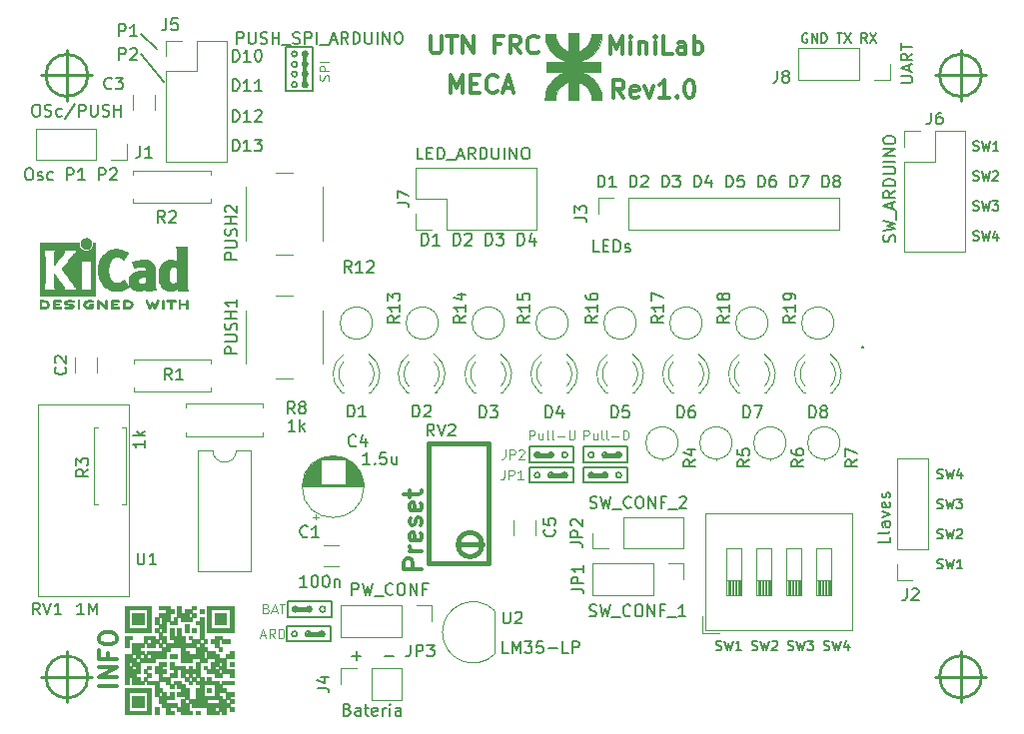
<source format=gbr>
G04 #@! TF.GenerationSoftware,KiCad,Pcbnew,5.0.2+dfsg1-1~bpo9+1*
G04 #@! TF.CreationDate,2021-06-23T00:14:27-03:00*
G04 #@! TF.ProjectId,minilab,6d696e69-6c61-4622-9e6b-696361645f70,rev?*
G04 #@! TF.SameCoordinates,Original*
G04 #@! TF.FileFunction,Legend,Top*
G04 #@! TF.FilePolarity,Positive*
%FSLAX46Y46*%
G04 Gerber Fmt 4.6, Leading zero omitted, Abs format (unit mm)*
G04 Created by KiCad (PCBNEW 5.0.2+dfsg1-1~bpo9+1) date mié 23 jun 2021 00:14:27 -03*
%MOMM*%
%LPD*%
G01*
G04 APERTURE LIST*
%ADD10C,0.200000*%
%ADD11C,0.300000*%
%ADD12C,0.150000*%
%ADD13C,0.125000*%
%ADD14C,0.400000*%
%ADD15C,0.120000*%
%ADD16C,0.254000*%
%ADD17C,0.010000*%
%ADD18C,0.381000*%
%ADD19C,0.304800*%
G04 APERTURE END LIST*
D10*
X101100000Y-63200000D02*
X103100000Y-65500000D01*
X101100000Y-61500000D02*
X102500000Y-62700000D01*
D11*
X125700400Y-61611771D02*
X125700400Y-62826057D01*
X125771828Y-62968914D01*
X125843257Y-63040342D01*
X125986114Y-63111771D01*
X126271828Y-63111771D01*
X126414685Y-63040342D01*
X126486114Y-62968914D01*
X126557542Y-62826057D01*
X126557542Y-61611771D01*
X127057542Y-61611771D02*
X127914685Y-61611771D01*
X127486114Y-63111771D02*
X127486114Y-61611771D01*
X128414685Y-63111771D02*
X128414685Y-61611771D01*
X129271828Y-63111771D01*
X129271828Y-61611771D01*
X131628971Y-62326057D02*
X131128971Y-62326057D01*
X131128971Y-63111771D02*
X131128971Y-61611771D01*
X131843257Y-61611771D01*
X133271828Y-63111771D02*
X132771828Y-62397485D01*
X132414685Y-63111771D02*
X132414685Y-61611771D01*
X132986114Y-61611771D01*
X133128971Y-61683200D01*
X133200400Y-61754628D01*
X133271828Y-61897485D01*
X133271828Y-62111771D01*
X133200400Y-62254628D01*
X133128971Y-62326057D01*
X132986114Y-62397485D01*
X132414685Y-62397485D01*
X134771828Y-62968914D02*
X134700400Y-63040342D01*
X134486114Y-63111771D01*
X134343257Y-63111771D01*
X134128971Y-63040342D01*
X133986114Y-62897485D01*
X133914685Y-62754628D01*
X133843257Y-62468914D01*
X133843257Y-62254628D01*
X133914685Y-61968914D01*
X133986114Y-61826057D01*
X134128971Y-61683200D01*
X134343257Y-61611771D01*
X134486114Y-61611771D01*
X134700400Y-61683200D01*
X134771828Y-61754628D01*
X99078171Y-116717485D02*
X97578171Y-116717485D01*
X99078171Y-116003200D02*
X97578171Y-116003200D01*
X99078171Y-115146057D01*
X97578171Y-115146057D01*
X98292457Y-113931771D02*
X98292457Y-114431771D01*
X99078171Y-114431771D02*
X97578171Y-114431771D01*
X97578171Y-113717485D01*
X97578171Y-112860342D02*
X97578171Y-112574628D01*
X97649600Y-112431771D01*
X97792457Y-112288914D01*
X98078171Y-112217485D01*
X98578171Y-112217485D01*
X98863885Y-112288914D01*
X99006742Y-112431771D01*
X99078171Y-112574628D01*
X99078171Y-112860342D01*
X99006742Y-113003200D01*
X98863885Y-113146057D01*
X98578171Y-113217485D01*
X98078171Y-113217485D01*
X97792457Y-113146057D01*
X97649600Y-113003200D01*
X97578171Y-112860342D01*
X127374971Y-66464571D02*
X127374971Y-64964571D01*
X127874971Y-66036000D01*
X128374971Y-64964571D01*
X128374971Y-66464571D01*
X129089257Y-65678857D02*
X129589257Y-65678857D01*
X129803542Y-66464571D02*
X129089257Y-66464571D01*
X129089257Y-64964571D01*
X129803542Y-64964571D01*
X131303542Y-66321714D02*
X131232114Y-66393142D01*
X131017828Y-66464571D01*
X130874971Y-66464571D01*
X130660685Y-66393142D01*
X130517828Y-66250285D01*
X130446400Y-66107428D01*
X130374971Y-65821714D01*
X130374971Y-65607428D01*
X130446400Y-65321714D01*
X130517828Y-65178857D01*
X130660685Y-65036000D01*
X130874971Y-64964571D01*
X131017828Y-64964571D01*
X131232114Y-65036000D01*
X131303542Y-65107428D01*
X131874971Y-66036000D02*
X132589257Y-66036000D01*
X131732114Y-66464571D02*
X132232114Y-64964571D01*
X132732114Y-66464571D01*
X142041085Y-66870971D02*
X141541085Y-66156685D01*
X141183942Y-66870971D02*
X141183942Y-65370971D01*
X141755371Y-65370971D01*
X141898228Y-65442400D01*
X141969657Y-65513828D01*
X142041085Y-65656685D01*
X142041085Y-65870971D01*
X141969657Y-66013828D01*
X141898228Y-66085257D01*
X141755371Y-66156685D01*
X141183942Y-66156685D01*
X143255371Y-66799542D02*
X143112514Y-66870971D01*
X142826800Y-66870971D01*
X142683942Y-66799542D01*
X142612514Y-66656685D01*
X142612514Y-66085257D01*
X142683942Y-65942400D01*
X142826800Y-65870971D01*
X143112514Y-65870971D01*
X143255371Y-65942400D01*
X143326800Y-66085257D01*
X143326800Y-66228114D01*
X142612514Y-66370971D01*
X143826800Y-65870971D02*
X144183942Y-66870971D01*
X144541085Y-65870971D01*
X145898228Y-66870971D02*
X145041085Y-66870971D01*
X145469657Y-66870971D02*
X145469657Y-65370971D01*
X145326800Y-65585257D01*
X145183942Y-65728114D01*
X145041085Y-65799542D01*
X146541085Y-66728114D02*
X146612514Y-66799542D01*
X146541085Y-66870971D01*
X146469657Y-66799542D01*
X146541085Y-66728114D01*
X146541085Y-66870971D01*
X147541085Y-65370971D02*
X147683942Y-65370971D01*
X147826800Y-65442400D01*
X147898228Y-65513828D01*
X147969657Y-65656685D01*
X148041085Y-65942400D01*
X148041085Y-66299542D01*
X147969657Y-66585257D01*
X147898228Y-66728114D01*
X147826800Y-66799542D01*
X147683942Y-66870971D01*
X147541085Y-66870971D01*
X147398228Y-66799542D01*
X147326800Y-66728114D01*
X147255371Y-66585257D01*
X147183942Y-66299542D01*
X147183942Y-65942400D01*
X147255371Y-65656685D01*
X147326800Y-65513828D01*
X147398228Y-65442400D01*
X147541085Y-65370971D01*
X140922857Y-63162571D02*
X140922857Y-61662571D01*
X141422857Y-62734000D01*
X141922857Y-61662571D01*
X141922857Y-63162571D01*
X142637142Y-63162571D02*
X142637142Y-62162571D01*
X142637142Y-61662571D02*
X142565714Y-61734000D01*
X142637142Y-61805428D01*
X142708571Y-61734000D01*
X142637142Y-61662571D01*
X142637142Y-61805428D01*
X143351428Y-62162571D02*
X143351428Y-63162571D01*
X143351428Y-62305428D02*
X143422857Y-62234000D01*
X143565714Y-62162571D01*
X143780000Y-62162571D01*
X143922857Y-62234000D01*
X143994285Y-62376857D01*
X143994285Y-63162571D01*
X144708571Y-63162571D02*
X144708571Y-62162571D01*
X144708571Y-61662571D02*
X144637142Y-61734000D01*
X144708571Y-61805428D01*
X144780000Y-61734000D01*
X144708571Y-61662571D01*
X144708571Y-61805428D01*
X146137142Y-63162571D02*
X145422857Y-63162571D01*
X145422857Y-61662571D01*
X147280000Y-63162571D02*
X147280000Y-62376857D01*
X147208571Y-62234000D01*
X147065714Y-62162571D01*
X146780000Y-62162571D01*
X146637142Y-62234000D01*
X147280000Y-63091142D02*
X147137142Y-63162571D01*
X146780000Y-63162571D01*
X146637142Y-63091142D01*
X146565714Y-62948285D01*
X146565714Y-62805428D01*
X146637142Y-62662571D01*
X146780000Y-62591142D01*
X147137142Y-62591142D01*
X147280000Y-62519714D01*
X147994285Y-63162571D02*
X147994285Y-61662571D01*
X147994285Y-62234000D02*
X148137142Y-62162571D01*
X148422857Y-62162571D01*
X148565714Y-62234000D01*
X148637142Y-62305428D01*
X148708571Y-62448285D01*
X148708571Y-62876857D01*
X148637142Y-63019714D01*
X148565714Y-63091142D01*
X148422857Y-63162571D01*
X148137142Y-63162571D01*
X147994285Y-63091142D01*
X115019909Y-63093219D02*
X115019909Y-65760219D01*
D10*
X113432409Y-66331719D02*
X114384909Y-66331719D01*
X113432409Y-62585219D02*
X114384909Y-62585219D01*
X114359862Y-64871219D02*
G75*
G03X114359862Y-64871219I-228953J0D01*
G01*
X114359862Y-64045719D02*
G75*
G03X114359862Y-64045719I-228953J0D01*
G01*
X114359862Y-65760219D02*
G75*
G03X114359862Y-65760219I-228953J0D01*
G01*
X114359862Y-63156719D02*
G75*
G03X114359862Y-63156719I-228953J0D01*
G01*
D12*
X99261904Y-63652380D02*
X99261904Y-62652380D01*
X99642857Y-62652380D01*
X99738095Y-62700000D01*
X99785714Y-62747619D01*
X99833333Y-62842857D01*
X99833333Y-62985714D01*
X99785714Y-63080952D01*
X99738095Y-63128571D01*
X99642857Y-63176190D01*
X99261904Y-63176190D01*
X100214285Y-62747619D02*
X100261904Y-62700000D01*
X100357142Y-62652380D01*
X100595238Y-62652380D01*
X100690476Y-62700000D01*
X100738095Y-62747619D01*
X100785714Y-62842857D01*
X100785714Y-62938095D01*
X100738095Y-63080952D01*
X100166666Y-63652380D01*
X100785714Y-63652380D01*
X99261904Y-61652380D02*
X99261904Y-60652380D01*
X99642857Y-60652380D01*
X99738095Y-60700000D01*
X99785714Y-60747619D01*
X99833333Y-60842857D01*
X99833333Y-60985714D01*
X99785714Y-61080952D01*
X99738095Y-61128571D01*
X99642857Y-61176190D01*
X99261904Y-61176190D01*
X100785714Y-61652380D02*
X100214285Y-61652380D01*
X100500000Y-61652380D02*
X100500000Y-60652380D01*
X100404761Y-60795238D01*
X100309523Y-60890476D01*
X100214285Y-60938095D01*
X108885714Y-71402380D02*
X108885714Y-70402380D01*
X109123809Y-70402380D01*
X109266666Y-70450000D01*
X109361904Y-70545238D01*
X109409523Y-70640476D01*
X109457142Y-70830952D01*
X109457142Y-70973809D01*
X109409523Y-71164285D01*
X109361904Y-71259523D01*
X109266666Y-71354761D01*
X109123809Y-71402380D01*
X108885714Y-71402380D01*
X110409523Y-71402380D02*
X109838095Y-71402380D01*
X110123809Y-71402380D02*
X110123809Y-70402380D01*
X110028571Y-70545238D01*
X109933333Y-70640476D01*
X109838095Y-70688095D01*
X110742857Y-70402380D02*
X111361904Y-70402380D01*
X111028571Y-70783333D01*
X111171428Y-70783333D01*
X111266666Y-70830952D01*
X111314285Y-70878571D01*
X111361904Y-70973809D01*
X111361904Y-71211904D01*
X111314285Y-71307142D01*
X111266666Y-71354761D01*
X111171428Y-71402380D01*
X110885714Y-71402380D01*
X110790476Y-71354761D01*
X110742857Y-71307142D01*
X108885714Y-68902380D02*
X108885714Y-67902380D01*
X109123809Y-67902380D01*
X109266666Y-67950000D01*
X109361904Y-68045238D01*
X109409523Y-68140476D01*
X109457142Y-68330952D01*
X109457142Y-68473809D01*
X109409523Y-68664285D01*
X109361904Y-68759523D01*
X109266666Y-68854761D01*
X109123809Y-68902380D01*
X108885714Y-68902380D01*
X110409523Y-68902380D02*
X109838095Y-68902380D01*
X110123809Y-68902380D02*
X110123809Y-67902380D01*
X110028571Y-68045238D01*
X109933333Y-68140476D01*
X109838095Y-68188095D01*
X110790476Y-67997619D02*
X110838095Y-67950000D01*
X110933333Y-67902380D01*
X111171428Y-67902380D01*
X111266666Y-67950000D01*
X111314285Y-67997619D01*
X111361904Y-68092857D01*
X111361904Y-68188095D01*
X111314285Y-68330952D01*
X110742857Y-68902380D01*
X111361904Y-68902380D01*
X108885714Y-66302380D02*
X108885714Y-65302380D01*
X109123809Y-65302380D01*
X109266666Y-65350000D01*
X109361904Y-65445238D01*
X109409523Y-65540476D01*
X109457142Y-65730952D01*
X109457142Y-65873809D01*
X109409523Y-66064285D01*
X109361904Y-66159523D01*
X109266666Y-66254761D01*
X109123809Y-66302380D01*
X108885714Y-66302380D01*
X110409523Y-66302380D02*
X109838095Y-66302380D01*
X110123809Y-66302380D02*
X110123809Y-65302380D01*
X110028571Y-65445238D01*
X109933333Y-65540476D01*
X109838095Y-65588095D01*
X111361904Y-66302380D02*
X110790476Y-66302380D01*
X111076190Y-66302380D02*
X111076190Y-65302380D01*
X110980952Y-65445238D01*
X110885714Y-65540476D01*
X110790476Y-65588095D01*
X108885714Y-63802380D02*
X108885714Y-62802380D01*
X109123809Y-62802380D01*
X109266666Y-62850000D01*
X109361904Y-62945238D01*
X109409523Y-63040476D01*
X109457142Y-63230952D01*
X109457142Y-63373809D01*
X109409523Y-63564285D01*
X109361904Y-63659523D01*
X109266666Y-63754761D01*
X109123809Y-63802380D01*
X108885714Y-63802380D01*
X110409523Y-63802380D02*
X109838095Y-63802380D01*
X110123809Y-63802380D02*
X110123809Y-62802380D01*
X110028571Y-62945238D01*
X109933333Y-63040476D01*
X109838095Y-63088095D01*
X111028571Y-62802380D02*
X111123809Y-62802380D01*
X111219047Y-62850000D01*
X111266666Y-62897619D01*
X111314285Y-62992857D01*
X111361904Y-63183333D01*
X111361904Y-63421428D01*
X111314285Y-63611904D01*
X111266666Y-63707142D01*
X111219047Y-63754761D01*
X111123809Y-63802380D01*
X111028571Y-63802380D01*
X110933333Y-63754761D01*
X110885714Y-63707142D01*
X110838095Y-63611904D01*
X110790476Y-63421428D01*
X110790476Y-63183333D01*
X110838095Y-62992857D01*
X110885714Y-62897619D01*
X110933333Y-62850000D01*
X111028571Y-62802380D01*
D10*
X115248862Y-65760219D02*
G75*
G03X115248862Y-65760219I-228953J0D01*
G01*
X115248862Y-64045719D02*
G75*
G03X115248862Y-64045719I-228953J0D01*
G01*
X115718409Y-62585219D02*
X115718409Y-66331719D01*
X114448409Y-62585219D02*
X114384909Y-62585219D01*
X115248862Y-64871219D02*
G75*
G03X115248862Y-64871219I-228953J0D01*
G01*
X115718409Y-62585219D02*
X114448409Y-62585219D01*
X113432409Y-66331719D02*
X113432409Y-62585219D01*
X115248862Y-63156719D02*
G75*
G03X115248862Y-63156719I-228953J0D01*
G01*
D13*
X117023809Y-65419047D02*
X117061904Y-65304761D01*
X117061904Y-65114285D01*
X117023809Y-65038095D01*
X116985714Y-65000000D01*
X116909523Y-64961904D01*
X116833333Y-64961904D01*
X116757142Y-65000000D01*
X116719047Y-65038095D01*
X116680952Y-65114285D01*
X116642857Y-65266666D01*
X116604761Y-65342857D01*
X116566666Y-65380952D01*
X116490476Y-65419047D01*
X116414285Y-65419047D01*
X116338095Y-65380952D01*
X116300000Y-65342857D01*
X116261904Y-65266666D01*
X116261904Y-65076190D01*
X116300000Y-64961904D01*
X117061904Y-64619047D02*
X116261904Y-64619047D01*
X116261904Y-64314285D01*
X116300000Y-64238095D01*
X116338095Y-64200000D01*
X116414285Y-64161904D01*
X116528571Y-64161904D01*
X116604761Y-64200000D01*
X116642857Y-64238095D01*
X116680952Y-64314285D01*
X116680952Y-64619047D01*
X117061904Y-63819047D02*
X116261904Y-63819047D01*
D10*
X115718409Y-66331719D02*
X114384909Y-66331719D01*
D12*
X124914976Y-79382880D02*
X124914976Y-78382880D01*
X125153071Y-78382880D01*
X125295928Y-78430500D01*
X125391166Y-78525738D01*
X125438785Y-78620976D01*
X125486404Y-78811452D01*
X125486404Y-78954309D01*
X125438785Y-79144785D01*
X125391166Y-79240023D01*
X125295928Y-79335261D01*
X125153071Y-79382880D01*
X124914976Y-79382880D01*
X126438785Y-79382880D02*
X125867357Y-79382880D01*
X126153071Y-79382880D02*
X126153071Y-78382880D01*
X126057833Y-78525738D01*
X125962595Y-78620976D01*
X125867357Y-78668595D01*
X127629261Y-79382880D02*
X127629261Y-78382880D01*
X127867357Y-78382880D01*
X128010214Y-78430500D01*
X128105452Y-78525738D01*
X128153071Y-78620976D01*
X128200690Y-78811452D01*
X128200690Y-78954309D01*
X128153071Y-79144785D01*
X128105452Y-79240023D01*
X128010214Y-79335261D01*
X127867357Y-79382880D01*
X127629261Y-79382880D01*
X128581642Y-78478119D02*
X128629261Y-78430500D01*
X128724500Y-78382880D01*
X128962595Y-78382880D01*
X129057833Y-78430500D01*
X129105452Y-78478119D01*
X129153071Y-78573357D01*
X129153071Y-78668595D01*
X129105452Y-78811452D01*
X128534023Y-79382880D01*
X129153071Y-79382880D01*
X130343547Y-79382880D02*
X130343547Y-78382880D01*
X130581642Y-78382880D01*
X130724500Y-78430500D01*
X130819738Y-78525738D01*
X130867357Y-78620976D01*
X130914976Y-78811452D01*
X130914976Y-78954309D01*
X130867357Y-79144785D01*
X130819738Y-79240023D01*
X130724500Y-79335261D01*
X130581642Y-79382880D01*
X130343547Y-79382880D01*
X131248309Y-78382880D02*
X131867357Y-78382880D01*
X131534023Y-78763833D01*
X131676880Y-78763833D01*
X131772119Y-78811452D01*
X131819738Y-78859071D01*
X131867357Y-78954309D01*
X131867357Y-79192404D01*
X131819738Y-79287642D01*
X131772119Y-79335261D01*
X131676880Y-79382880D01*
X131391166Y-79382880D01*
X131295928Y-79335261D01*
X131248309Y-79287642D01*
X133057833Y-79382880D02*
X133057833Y-78382880D01*
X133295928Y-78382880D01*
X133438785Y-78430500D01*
X133534023Y-78525738D01*
X133581642Y-78620976D01*
X133629261Y-78811452D01*
X133629261Y-78954309D01*
X133581642Y-79144785D01*
X133534023Y-79240023D01*
X133438785Y-79335261D01*
X133295928Y-79382880D01*
X133057833Y-79382880D01*
X134486404Y-78716214D02*
X134486404Y-79382880D01*
X134248309Y-78335261D02*
X134010214Y-79049547D01*
X134629261Y-79049547D01*
X171653333Y-78936809D02*
X171767619Y-78974904D01*
X171958095Y-78974904D01*
X172034285Y-78936809D01*
X172072380Y-78898714D01*
X172110476Y-78822523D01*
X172110476Y-78746333D01*
X172072380Y-78670142D01*
X172034285Y-78632047D01*
X171958095Y-78593952D01*
X171805714Y-78555857D01*
X171729523Y-78517761D01*
X171691428Y-78479666D01*
X171653333Y-78403476D01*
X171653333Y-78327285D01*
X171691428Y-78251095D01*
X171729523Y-78213000D01*
X171805714Y-78174904D01*
X171996190Y-78174904D01*
X172110476Y-78213000D01*
X172377142Y-78174904D02*
X172567619Y-78974904D01*
X172720000Y-78403476D01*
X172872380Y-78974904D01*
X173062857Y-78174904D01*
X173710476Y-78441571D02*
X173710476Y-78974904D01*
X173520000Y-78136809D02*
X173329523Y-78708238D01*
X173824761Y-78708238D01*
X171653333Y-71316809D02*
X171767619Y-71354904D01*
X171958095Y-71354904D01*
X172034285Y-71316809D01*
X172072380Y-71278714D01*
X172110476Y-71202523D01*
X172110476Y-71126333D01*
X172072380Y-71050142D01*
X172034285Y-71012047D01*
X171958095Y-70973952D01*
X171805714Y-70935857D01*
X171729523Y-70897761D01*
X171691428Y-70859666D01*
X171653333Y-70783476D01*
X171653333Y-70707285D01*
X171691428Y-70631095D01*
X171729523Y-70593000D01*
X171805714Y-70554904D01*
X171996190Y-70554904D01*
X172110476Y-70593000D01*
X172377142Y-70554904D02*
X172567619Y-71354904D01*
X172720000Y-70783476D01*
X172872380Y-71354904D01*
X173062857Y-70554904D01*
X173786666Y-71354904D02*
X173329523Y-71354904D01*
X173558095Y-71354904D02*
X173558095Y-70554904D01*
X173481904Y-70669190D01*
X173405714Y-70745380D01*
X173329523Y-70783476D01*
X171653333Y-73856809D02*
X171767619Y-73894904D01*
X171958095Y-73894904D01*
X172034285Y-73856809D01*
X172072380Y-73818714D01*
X172110476Y-73742523D01*
X172110476Y-73666333D01*
X172072380Y-73590142D01*
X172034285Y-73552047D01*
X171958095Y-73513952D01*
X171805714Y-73475857D01*
X171729523Y-73437761D01*
X171691428Y-73399666D01*
X171653333Y-73323476D01*
X171653333Y-73247285D01*
X171691428Y-73171095D01*
X171729523Y-73133000D01*
X171805714Y-73094904D01*
X171996190Y-73094904D01*
X172110476Y-73133000D01*
X172377142Y-73094904D02*
X172567619Y-73894904D01*
X172720000Y-73323476D01*
X172872380Y-73894904D01*
X173062857Y-73094904D01*
X173329523Y-73171095D02*
X173367619Y-73133000D01*
X173443809Y-73094904D01*
X173634285Y-73094904D01*
X173710476Y-73133000D01*
X173748571Y-73171095D01*
X173786666Y-73247285D01*
X173786666Y-73323476D01*
X173748571Y-73437761D01*
X173291428Y-73894904D01*
X173786666Y-73894904D01*
X171653333Y-76396809D02*
X171767619Y-76434904D01*
X171958095Y-76434904D01*
X172034285Y-76396809D01*
X172072380Y-76358714D01*
X172110476Y-76282523D01*
X172110476Y-76206333D01*
X172072380Y-76130142D01*
X172034285Y-76092047D01*
X171958095Y-76053952D01*
X171805714Y-76015857D01*
X171729523Y-75977761D01*
X171691428Y-75939666D01*
X171653333Y-75863476D01*
X171653333Y-75787285D01*
X171691428Y-75711095D01*
X171729523Y-75673000D01*
X171805714Y-75634904D01*
X171996190Y-75634904D01*
X172110476Y-75673000D01*
X172377142Y-75634904D02*
X172567619Y-76434904D01*
X172720000Y-75863476D01*
X172872380Y-76434904D01*
X173062857Y-75634904D01*
X173291428Y-75634904D02*
X173786666Y-75634904D01*
X173520000Y-75939666D01*
X173634285Y-75939666D01*
X173710476Y-75977761D01*
X173748571Y-76015857D01*
X173786666Y-76092047D01*
X173786666Y-76282523D01*
X173748571Y-76358714D01*
X173710476Y-76396809D01*
X173634285Y-76434904D01*
X173405714Y-76434904D01*
X173329523Y-76396809D01*
X173291428Y-76358714D01*
D13*
X138639785Y-95865904D02*
X138639785Y-95065904D01*
X138944547Y-95065904D01*
X139020738Y-95104000D01*
X139058833Y-95142095D01*
X139096928Y-95218285D01*
X139096928Y-95332571D01*
X139058833Y-95408761D01*
X139020738Y-95446857D01*
X138944547Y-95484952D01*
X138639785Y-95484952D01*
X139782642Y-95332571D02*
X139782642Y-95865904D01*
X139439785Y-95332571D02*
X139439785Y-95751619D01*
X139477880Y-95827809D01*
X139554071Y-95865904D01*
X139668357Y-95865904D01*
X139744547Y-95827809D01*
X139782642Y-95789714D01*
X140277880Y-95865904D02*
X140201690Y-95827809D01*
X140163595Y-95751619D01*
X140163595Y-95065904D01*
X140696928Y-95865904D02*
X140620738Y-95827809D01*
X140582642Y-95751619D01*
X140582642Y-95065904D01*
X141001690Y-95561142D02*
X141611214Y-95561142D01*
X141992166Y-95865904D02*
X141992166Y-95065904D01*
X142182642Y-95065904D01*
X142296928Y-95104000D01*
X142373119Y-95180190D01*
X142411214Y-95256380D01*
X142449309Y-95408761D01*
X142449309Y-95523047D01*
X142411214Y-95675428D01*
X142373119Y-95751619D01*
X142296928Y-95827809D01*
X142182642Y-95865904D01*
X141992166Y-95865904D01*
X134048738Y-95865904D02*
X134048738Y-95065904D01*
X134353500Y-95065904D01*
X134429690Y-95104000D01*
X134467785Y-95142095D01*
X134505880Y-95218285D01*
X134505880Y-95332571D01*
X134467785Y-95408761D01*
X134429690Y-95446857D01*
X134353500Y-95484952D01*
X134048738Y-95484952D01*
X135191595Y-95332571D02*
X135191595Y-95865904D01*
X134848738Y-95332571D02*
X134848738Y-95751619D01*
X134886833Y-95827809D01*
X134963023Y-95865904D01*
X135077309Y-95865904D01*
X135153500Y-95827809D01*
X135191595Y-95789714D01*
X135686833Y-95865904D02*
X135610642Y-95827809D01*
X135572547Y-95751619D01*
X135572547Y-95065904D01*
X136105880Y-95865904D02*
X136029690Y-95827809D01*
X135991595Y-95751619D01*
X135991595Y-95065904D01*
X136410642Y-95561142D02*
X137020166Y-95561142D01*
X137401119Y-95065904D02*
X137401119Y-95713523D01*
X137439214Y-95789714D01*
X137477309Y-95827809D01*
X137553500Y-95865904D01*
X137705880Y-95865904D01*
X137782071Y-95827809D01*
X137820166Y-95789714D01*
X137858261Y-95713523D01*
X137858261Y-95065904D01*
X131921333Y-98431404D02*
X131921333Y-99002833D01*
X131883238Y-99117119D01*
X131807047Y-99193309D01*
X131692761Y-99231404D01*
X131616571Y-99231404D01*
X132302285Y-99231404D02*
X132302285Y-98431404D01*
X132607047Y-98431404D01*
X132683238Y-98469500D01*
X132721333Y-98507595D01*
X132759428Y-98583785D01*
X132759428Y-98698071D01*
X132721333Y-98774261D01*
X132683238Y-98812357D01*
X132607047Y-98850452D01*
X132302285Y-98850452D01*
X133521333Y-99231404D02*
X133064190Y-99231404D01*
X133292761Y-99231404D02*
X133292761Y-98431404D01*
X133216571Y-98545690D01*
X133140380Y-98621880D01*
X133064190Y-98659976D01*
D10*
X142367000Y-99504500D02*
X138620500Y-99504500D01*
X140665905Y-98869500D02*
G75*
G03X140665905Y-98869500I-228953J0D01*
G01*
X138620500Y-98171000D02*
X138620500Y-99441000D01*
X139509501Y-98869500D02*
G75*
G03X139509501Y-98869500I-228953J0D01*
G01*
X138620500Y-98171000D02*
X142367000Y-98171000D01*
X138620500Y-99441000D02*
X138620500Y-99504500D01*
D14*
X139319000Y-98869500D02*
X140462000Y-98869500D01*
D10*
X142367000Y-98171000D02*
X142367000Y-99504500D01*
X141833953Y-98869500D02*
G75*
G03X141833953Y-98869500I-228953J0D01*
G01*
X134048500Y-98171000D02*
X134048500Y-99441000D01*
X137261953Y-98869500D02*
G75*
G03X137261953Y-98869500I-228953J0D01*
G01*
X134937501Y-98869500D02*
G75*
G03X134937501Y-98869500I-228953J0D01*
G01*
X137795000Y-99504500D02*
X134048500Y-99504500D01*
X137795000Y-98171000D02*
X137795000Y-99504500D01*
X134048500Y-98171000D02*
X137795000Y-98171000D01*
X136093905Y-98869500D02*
G75*
G03X136093905Y-98869500I-228953J0D01*
G01*
X134048500Y-99441000D02*
X134048500Y-99504500D01*
D14*
X135890000Y-98869500D02*
X137033000Y-98869500D01*
X140462000Y-97155000D02*
X141605000Y-97155000D01*
D10*
X140665905Y-97155000D02*
G75*
G03X140665905Y-97155000I-228953J0D01*
G01*
X138620500Y-96456500D02*
X142367000Y-96456500D01*
X138620500Y-97726500D02*
X138620500Y-97790000D01*
X141833953Y-97155000D02*
G75*
G03X141833953Y-97155000I-228953J0D01*
G01*
X138620500Y-96456500D02*
X138620500Y-97726500D01*
X142367000Y-97790000D02*
X138620500Y-97790000D01*
X139509501Y-97155000D02*
G75*
G03X139509501Y-97155000I-228953J0D01*
G01*
X142367000Y-96456500D02*
X142367000Y-97790000D01*
X134048500Y-96456500D02*
X137795000Y-96456500D01*
D13*
X131984833Y-96716904D02*
X131984833Y-97288333D01*
X131946738Y-97402619D01*
X131870547Y-97478809D01*
X131756261Y-97516904D01*
X131680071Y-97516904D01*
X132365785Y-97516904D02*
X132365785Y-96716904D01*
X132670547Y-96716904D01*
X132746738Y-96755000D01*
X132784833Y-96793095D01*
X132822928Y-96869285D01*
X132822928Y-96983571D01*
X132784833Y-97059761D01*
X132746738Y-97097857D01*
X132670547Y-97135952D01*
X132365785Y-97135952D01*
X133127690Y-96793095D02*
X133165785Y-96755000D01*
X133241976Y-96716904D01*
X133432452Y-96716904D01*
X133508642Y-96755000D01*
X133546738Y-96793095D01*
X133584833Y-96869285D01*
X133584833Y-96945476D01*
X133546738Y-97059761D01*
X133089595Y-97516904D01*
X133584833Y-97516904D01*
D10*
X137795000Y-96456500D02*
X137795000Y-97790000D01*
X137261953Y-97155000D02*
G75*
G03X137261953Y-97155000I-228953J0D01*
G01*
X136093905Y-97155000D02*
G75*
G03X136093905Y-97155000I-228953J0D01*
G01*
X137795000Y-97790000D02*
X134048500Y-97790000D01*
X134937501Y-97155000D02*
G75*
G03X134937501Y-97155000I-228953J0D01*
G01*
X134048500Y-97726500D02*
X134048500Y-97790000D01*
X134048500Y-96456500D02*
X134048500Y-97726500D01*
D14*
X134683500Y-97155000D02*
X135826500Y-97155000D01*
D10*
X113538000Y-109537500D02*
X117284500Y-109537500D01*
D13*
X111741023Y-110178857D02*
X111855309Y-110216952D01*
X111893404Y-110255047D01*
X111931500Y-110331238D01*
X111931500Y-110445523D01*
X111893404Y-110521714D01*
X111855309Y-110559809D01*
X111779119Y-110597904D01*
X111474357Y-110597904D01*
X111474357Y-109797904D01*
X111741023Y-109797904D01*
X111817214Y-109836000D01*
X111855309Y-109874095D01*
X111893404Y-109950285D01*
X111893404Y-110026476D01*
X111855309Y-110102666D01*
X111817214Y-110140761D01*
X111741023Y-110178857D01*
X111474357Y-110178857D01*
X112236261Y-110369333D02*
X112617214Y-110369333D01*
X112160071Y-110597904D02*
X112426738Y-109797904D01*
X112693404Y-110597904D01*
X112845785Y-109797904D02*
X113302928Y-109797904D01*
X113074357Y-110597904D02*
X113074357Y-109797904D01*
D10*
X117284500Y-109537500D02*
X117284500Y-110871000D01*
X116751453Y-110236000D02*
G75*
G03X116751453Y-110236000I-228953J0D01*
G01*
X115583405Y-110236000D02*
G75*
G03X115583405Y-110236000I-228953J0D01*
G01*
X117284500Y-110871000D02*
X113538000Y-110871000D01*
X114427001Y-110236000D02*
G75*
G03X114427001Y-110236000I-228953J0D01*
G01*
X113538000Y-110807500D02*
X113538000Y-110871000D01*
X113538000Y-109537500D02*
X113538000Y-110807500D01*
D14*
X114173000Y-110236000D02*
X115316000Y-110236000D01*
X115316000Y-112331500D02*
X116459000Y-112331500D01*
D10*
X115519905Y-112331500D02*
G75*
G03X115519905Y-112331500I-228953J0D01*
G01*
X116687953Y-112331500D02*
G75*
G03X116687953Y-112331500I-228953J0D01*
G01*
X114363501Y-112331500D02*
G75*
G03X114363501Y-112331500I-228953J0D01*
G01*
X113474500Y-112903000D02*
X113474500Y-112966500D01*
X113474500Y-111633000D02*
X113474500Y-112903000D01*
X117221000Y-112966500D02*
X113474500Y-112966500D01*
X117221000Y-111633000D02*
X117221000Y-112966500D01*
X113474500Y-111633000D02*
X117221000Y-111633000D01*
D13*
X111277523Y-112464833D02*
X111658476Y-112464833D01*
X111201333Y-112693404D02*
X111468000Y-111893404D01*
X111734666Y-112693404D01*
X112458476Y-112693404D02*
X112191809Y-112312452D01*
X112001333Y-112693404D02*
X112001333Y-111893404D01*
X112306095Y-111893404D01*
X112382285Y-111931500D01*
X112420380Y-111969595D01*
X112458476Y-112045785D01*
X112458476Y-112160071D01*
X112420380Y-112236261D01*
X112382285Y-112274357D01*
X112306095Y-112312452D01*
X112001333Y-112312452D01*
X112801333Y-112693404D02*
X112801333Y-111893404D01*
X112991809Y-111893404D01*
X113106095Y-111931500D01*
X113182285Y-112007690D01*
X113220380Y-112083880D01*
X113258476Y-112236261D01*
X113258476Y-112350547D01*
X113220380Y-112502928D01*
X113182285Y-112579119D01*
X113106095Y-112655309D01*
X112991809Y-112693404D01*
X112801333Y-112693404D01*
D12*
X168605333Y-99129809D02*
X168719619Y-99167904D01*
X168910095Y-99167904D01*
X168986285Y-99129809D01*
X169024380Y-99091714D01*
X169062476Y-99015523D01*
X169062476Y-98939333D01*
X169024380Y-98863142D01*
X168986285Y-98825047D01*
X168910095Y-98786952D01*
X168757714Y-98748857D01*
X168681523Y-98710761D01*
X168643428Y-98672666D01*
X168605333Y-98596476D01*
X168605333Y-98520285D01*
X168643428Y-98444095D01*
X168681523Y-98406000D01*
X168757714Y-98367904D01*
X168948190Y-98367904D01*
X169062476Y-98406000D01*
X169329142Y-98367904D02*
X169519619Y-99167904D01*
X169672000Y-98596476D01*
X169824380Y-99167904D01*
X170014857Y-98367904D01*
X170662476Y-98634571D02*
X170662476Y-99167904D01*
X170472000Y-98329809D02*
X170281523Y-98901238D01*
X170776761Y-98901238D01*
X168605333Y-101669809D02*
X168719619Y-101707904D01*
X168910095Y-101707904D01*
X168986285Y-101669809D01*
X169024380Y-101631714D01*
X169062476Y-101555523D01*
X169062476Y-101479333D01*
X169024380Y-101403142D01*
X168986285Y-101365047D01*
X168910095Y-101326952D01*
X168757714Y-101288857D01*
X168681523Y-101250761D01*
X168643428Y-101212666D01*
X168605333Y-101136476D01*
X168605333Y-101060285D01*
X168643428Y-100984095D01*
X168681523Y-100946000D01*
X168757714Y-100907904D01*
X168948190Y-100907904D01*
X169062476Y-100946000D01*
X169329142Y-100907904D02*
X169519619Y-101707904D01*
X169672000Y-101136476D01*
X169824380Y-101707904D01*
X170014857Y-100907904D01*
X170243428Y-100907904D02*
X170738666Y-100907904D01*
X170472000Y-101212666D01*
X170586285Y-101212666D01*
X170662476Y-101250761D01*
X170700571Y-101288857D01*
X170738666Y-101365047D01*
X170738666Y-101555523D01*
X170700571Y-101631714D01*
X170662476Y-101669809D01*
X170586285Y-101707904D01*
X170357714Y-101707904D01*
X170281523Y-101669809D01*
X170243428Y-101631714D01*
X168605333Y-104209809D02*
X168719619Y-104247904D01*
X168910095Y-104247904D01*
X168986285Y-104209809D01*
X169024380Y-104171714D01*
X169062476Y-104095523D01*
X169062476Y-104019333D01*
X169024380Y-103943142D01*
X168986285Y-103905047D01*
X168910095Y-103866952D01*
X168757714Y-103828857D01*
X168681523Y-103790761D01*
X168643428Y-103752666D01*
X168605333Y-103676476D01*
X168605333Y-103600285D01*
X168643428Y-103524095D01*
X168681523Y-103486000D01*
X168757714Y-103447904D01*
X168948190Y-103447904D01*
X169062476Y-103486000D01*
X169329142Y-103447904D02*
X169519619Y-104247904D01*
X169672000Y-103676476D01*
X169824380Y-104247904D01*
X170014857Y-103447904D01*
X170281523Y-103524095D02*
X170319619Y-103486000D01*
X170395809Y-103447904D01*
X170586285Y-103447904D01*
X170662476Y-103486000D01*
X170700571Y-103524095D01*
X170738666Y-103600285D01*
X170738666Y-103676476D01*
X170700571Y-103790761D01*
X170243428Y-104247904D01*
X170738666Y-104247904D01*
X168605333Y-106749809D02*
X168719619Y-106787904D01*
X168910095Y-106787904D01*
X168986285Y-106749809D01*
X169024380Y-106711714D01*
X169062476Y-106635523D01*
X169062476Y-106559333D01*
X169024380Y-106483142D01*
X168986285Y-106445047D01*
X168910095Y-106406952D01*
X168757714Y-106368857D01*
X168681523Y-106330761D01*
X168643428Y-106292666D01*
X168605333Y-106216476D01*
X168605333Y-106140285D01*
X168643428Y-106064095D01*
X168681523Y-106026000D01*
X168757714Y-105987904D01*
X168948190Y-105987904D01*
X169062476Y-106026000D01*
X169329142Y-105987904D02*
X169519619Y-106787904D01*
X169672000Y-106216476D01*
X169824380Y-106787904D01*
X170014857Y-105987904D01*
X170738666Y-106787904D02*
X170281523Y-106787904D01*
X170510095Y-106787904D02*
X170510095Y-105987904D01*
X170433904Y-106102190D01*
X170357714Y-106178380D01*
X170281523Y-106216476D01*
X91557142Y-72852380D02*
X91747619Y-72852380D01*
X91842857Y-72900000D01*
X91938095Y-72995238D01*
X91985714Y-73185714D01*
X91985714Y-73519047D01*
X91938095Y-73709523D01*
X91842857Y-73804761D01*
X91747619Y-73852380D01*
X91557142Y-73852380D01*
X91461904Y-73804761D01*
X91366666Y-73709523D01*
X91319047Y-73519047D01*
X91319047Y-73185714D01*
X91366666Y-72995238D01*
X91461904Y-72900000D01*
X91557142Y-72852380D01*
X92366666Y-73804761D02*
X92461904Y-73852380D01*
X92652380Y-73852380D01*
X92747619Y-73804761D01*
X92795238Y-73709523D01*
X92795238Y-73661904D01*
X92747619Y-73566666D01*
X92652380Y-73519047D01*
X92509523Y-73519047D01*
X92414285Y-73471428D01*
X92366666Y-73376190D01*
X92366666Y-73328571D01*
X92414285Y-73233333D01*
X92509523Y-73185714D01*
X92652380Y-73185714D01*
X92747619Y-73233333D01*
X93652380Y-73804761D02*
X93557142Y-73852380D01*
X93366666Y-73852380D01*
X93271428Y-73804761D01*
X93223809Y-73757142D01*
X93176190Y-73661904D01*
X93176190Y-73376190D01*
X93223809Y-73280952D01*
X93271428Y-73233333D01*
X93366666Y-73185714D01*
X93557142Y-73185714D01*
X93652380Y-73233333D01*
X94842857Y-73852380D02*
X94842857Y-72852380D01*
X95223809Y-72852380D01*
X95319047Y-72900000D01*
X95366666Y-72947619D01*
X95414285Y-73042857D01*
X95414285Y-73185714D01*
X95366666Y-73280952D01*
X95319047Y-73328571D01*
X95223809Y-73376190D01*
X94842857Y-73376190D01*
X96366666Y-73852380D02*
X95795238Y-73852380D01*
X96080952Y-73852380D02*
X96080952Y-72852380D01*
X95985714Y-72995238D01*
X95890476Y-73090476D01*
X95795238Y-73138095D01*
X97557142Y-73852380D02*
X97557142Y-72852380D01*
X97938095Y-72852380D01*
X98033333Y-72900000D01*
X98080952Y-72947619D01*
X98128571Y-73042857D01*
X98128571Y-73185714D01*
X98080952Y-73280952D01*
X98033333Y-73328571D01*
X97938095Y-73376190D01*
X97557142Y-73376190D01*
X98509523Y-72947619D02*
X98557142Y-72900000D01*
X98652380Y-72852380D01*
X98890476Y-72852380D01*
X98985714Y-72900000D01*
X99033333Y-72947619D01*
X99080952Y-73042857D01*
X99080952Y-73138095D01*
X99033333Y-73280952D01*
X98461904Y-73852380D01*
X99080952Y-73852380D01*
X139861904Y-74452380D02*
X139861904Y-73452380D01*
X140100000Y-73452380D01*
X140242857Y-73500000D01*
X140338095Y-73595238D01*
X140385714Y-73690476D01*
X140433333Y-73880952D01*
X140433333Y-74023809D01*
X140385714Y-74214285D01*
X140338095Y-74309523D01*
X140242857Y-74404761D01*
X140100000Y-74452380D01*
X139861904Y-74452380D01*
X141385714Y-74452380D02*
X140814285Y-74452380D01*
X141100000Y-74452380D02*
X141100000Y-73452380D01*
X141004761Y-73595238D01*
X140909523Y-73690476D01*
X140814285Y-73738095D01*
X142576190Y-74452380D02*
X142576190Y-73452380D01*
X142814285Y-73452380D01*
X142957142Y-73500000D01*
X143052380Y-73595238D01*
X143100000Y-73690476D01*
X143147619Y-73880952D01*
X143147619Y-74023809D01*
X143100000Y-74214285D01*
X143052380Y-74309523D01*
X142957142Y-74404761D01*
X142814285Y-74452380D01*
X142576190Y-74452380D01*
X143528571Y-73547619D02*
X143576190Y-73500000D01*
X143671428Y-73452380D01*
X143909523Y-73452380D01*
X144004761Y-73500000D01*
X144052380Y-73547619D01*
X144100000Y-73642857D01*
X144100000Y-73738095D01*
X144052380Y-73880952D01*
X143480952Y-74452380D01*
X144100000Y-74452380D01*
X145290476Y-74452380D02*
X145290476Y-73452380D01*
X145528571Y-73452380D01*
X145671428Y-73500000D01*
X145766666Y-73595238D01*
X145814285Y-73690476D01*
X145861904Y-73880952D01*
X145861904Y-74023809D01*
X145814285Y-74214285D01*
X145766666Y-74309523D01*
X145671428Y-74404761D01*
X145528571Y-74452380D01*
X145290476Y-74452380D01*
X146195238Y-73452380D02*
X146814285Y-73452380D01*
X146480952Y-73833333D01*
X146623809Y-73833333D01*
X146719047Y-73880952D01*
X146766666Y-73928571D01*
X146814285Y-74023809D01*
X146814285Y-74261904D01*
X146766666Y-74357142D01*
X146719047Y-74404761D01*
X146623809Y-74452380D01*
X146338095Y-74452380D01*
X146242857Y-74404761D01*
X146195238Y-74357142D01*
X148004761Y-74452380D02*
X148004761Y-73452380D01*
X148242857Y-73452380D01*
X148385714Y-73500000D01*
X148480952Y-73595238D01*
X148528571Y-73690476D01*
X148576190Y-73880952D01*
X148576190Y-74023809D01*
X148528571Y-74214285D01*
X148480952Y-74309523D01*
X148385714Y-74404761D01*
X148242857Y-74452380D01*
X148004761Y-74452380D01*
X149433333Y-73785714D02*
X149433333Y-74452380D01*
X149195238Y-73404761D02*
X148957142Y-74119047D01*
X149576190Y-74119047D01*
X150719047Y-74452380D02*
X150719047Y-73452380D01*
X150957142Y-73452380D01*
X151100000Y-73500000D01*
X151195238Y-73595238D01*
X151242857Y-73690476D01*
X151290476Y-73880952D01*
X151290476Y-74023809D01*
X151242857Y-74214285D01*
X151195238Y-74309523D01*
X151100000Y-74404761D01*
X150957142Y-74452380D01*
X150719047Y-74452380D01*
X152195238Y-73452380D02*
X151719047Y-73452380D01*
X151671428Y-73928571D01*
X151719047Y-73880952D01*
X151814285Y-73833333D01*
X152052380Y-73833333D01*
X152147619Y-73880952D01*
X152195238Y-73928571D01*
X152242857Y-74023809D01*
X152242857Y-74261904D01*
X152195238Y-74357142D01*
X152147619Y-74404761D01*
X152052380Y-74452380D01*
X151814285Y-74452380D01*
X151719047Y-74404761D01*
X151671428Y-74357142D01*
X153433333Y-74452380D02*
X153433333Y-73452380D01*
X153671428Y-73452380D01*
X153814285Y-73500000D01*
X153909523Y-73595238D01*
X153957142Y-73690476D01*
X154004761Y-73880952D01*
X154004761Y-74023809D01*
X153957142Y-74214285D01*
X153909523Y-74309523D01*
X153814285Y-74404761D01*
X153671428Y-74452380D01*
X153433333Y-74452380D01*
X154861904Y-73452380D02*
X154671428Y-73452380D01*
X154576190Y-73500000D01*
X154528571Y-73547619D01*
X154433333Y-73690476D01*
X154385714Y-73880952D01*
X154385714Y-74261904D01*
X154433333Y-74357142D01*
X154480952Y-74404761D01*
X154576190Y-74452380D01*
X154766666Y-74452380D01*
X154861904Y-74404761D01*
X154909523Y-74357142D01*
X154957142Y-74261904D01*
X154957142Y-74023809D01*
X154909523Y-73928571D01*
X154861904Y-73880952D01*
X154766666Y-73833333D01*
X154576190Y-73833333D01*
X154480952Y-73880952D01*
X154433333Y-73928571D01*
X154385714Y-74023809D01*
X156147619Y-74452380D02*
X156147619Y-73452380D01*
X156385714Y-73452380D01*
X156528571Y-73500000D01*
X156623809Y-73595238D01*
X156671428Y-73690476D01*
X156719047Y-73880952D01*
X156719047Y-74023809D01*
X156671428Y-74214285D01*
X156623809Y-74309523D01*
X156528571Y-74404761D01*
X156385714Y-74452380D01*
X156147619Y-74452380D01*
X157052380Y-73452380D02*
X157719047Y-73452380D01*
X157290476Y-74452380D01*
X158861904Y-74452380D02*
X158861904Y-73452380D01*
X159100000Y-73452380D01*
X159242857Y-73500000D01*
X159338095Y-73595238D01*
X159385714Y-73690476D01*
X159433333Y-73880952D01*
X159433333Y-74023809D01*
X159385714Y-74214285D01*
X159338095Y-74309523D01*
X159242857Y-74404761D01*
X159100000Y-74452380D01*
X158861904Y-74452380D01*
X160004761Y-73880952D02*
X159909523Y-73833333D01*
X159861904Y-73785714D01*
X159814285Y-73690476D01*
X159814285Y-73642857D01*
X159861904Y-73547619D01*
X159909523Y-73500000D01*
X160004761Y-73452380D01*
X160195238Y-73452380D01*
X160290476Y-73500000D01*
X160338095Y-73547619D01*
X160385714Y-73642857D01*
X160385714Y-73690476D01*
X160338095Y-73785714D01*
X160290476Y-73833333D01*
X160195238Y-73880952D01*
X160004761Y-73880952D01*
X159909523Y-73928571D01*
X159861904Y-73976190D01*
X159814285Y-74071428D01*
X159814285Y-74261904D01*
X159861904Y-74357142D01*
X159909523Y-74404761D01*
X160004761Y-74452380D01*
X160195238Y-74452380D01*
X160290476Y-74404761D01*
X160338095Y-74357142D01*
X160385714Y-74261904D01*
X160385714Y-74071428D01*
X160338095Y-73976190D01*
X160290476Y-73928571D01*
X160195238Y-73880952D01*
X119015095Y-114180928D02*
X119777000Y-114180928D01*
X119396047Y-114561880D02*
X119396047Y-113799976D01*
X121777000Y-114180928D02*
X122538904Y-114180928D01*
X149873404Y-113671309D02*
X149987690Y-113709404D01*
X150178166Y-113709404D01*
X150254357Y-113671309D01*
X150292452Y-113633214D01*
X150330547Y-113557023D01*
X150330547Y-113480833D01*
X150292452Y-113404642D01*
X150254357Y-113366547D01*
X150178166Y-113328452D01*
X150025785Y-113290357D01*
X149949595Y-113252261D01*
X149911500Y-113214166D01*
X149873404Y-113137976D01*
X149873404Y-113061785D01*
X149911500Y-112985595D01*
X149949595Y-112947500D01*
X150025785Y-112909404D01*
X150216261Y-112909404D01*
X150330547Y-112947500D01*
X150597214Y-112909404D02*
X150787690Y-113709404D01*
X150940071Y-113137976D01*
X151092452Y-113709404D01*
X151282928Y-112909404D01*
X152006738Y-113709404D02*
X151549595Y-113709404D01*
X151778166Y-113709404D02*
X151778166Y-112909404D01*
X151701976Y-113023690D01*
X151625785Y-113099880D01*
X151549595Y-113137976D01*
X152921023Y-113671309D02*
X153035309Y-113709404D01*
X153225785Y-113709404D01*
X153301976Y-113671309D01*
X153340071Y-113633214D01*
X153378166Y-113557023D01*
X153378166Y-113480833D01*
X153340071Y-113404642D01*
X153301976Y-113366547D01*
X153225785Y-113328452D01*
X153073404Y-113290357D01*
X152997214Y-113252261D01*
X152959119Y-113214166D01*
X152921023Y-113137976D01*
X152921023Y-113061785D01*
X152959119Y-112985595D01*
X152997214Y-112947500D01*
X153073404Y-112909404D01*
X153263880Y-112909404D01*
X153378166Y-112947500D01*
X153644833Y-112909404D02*
X153835309Y-113709404D01*
X153987690Y-113137976D01*
X154140071Y-113709404D01*
X154330547Y-112909404D01*
X154597214Y-112985595D02*
X154635309Y-112947500D01*
X154711500Y-112909404D01*
X154901976Y-112909404D01*
X154978166Y-112947500D01*
X155016261Y-112985595D01*
X155054357Y-113061785D01*
X155054357Y-113137976D01*
X155016261Y-113252261D01*
X154559119Y-113709404D01*
X155054357Y-113709404D01*
X155968642Y-113671309D02*
X156082928Y-113709404D01*
X156273404Y-113709404D01*
X156349595Y-113671309D01*
X156387690Y-113633214D01*
X156425785Y-113557023D01*
X156425785Y-113480833D01*
X156387690Y-113404642D01*
X156349595Y-113366547D01*
X156273404Y-113328452D01*
X156121023Y-113290357D01*
X156044833Y-113252261D01*
X156006738Y-113214166D01*
X155968642Y-113137976D01*
X155968642Y-113061785D01*
X156006738Y-112985595D01*
X156044833Y-112947500D01*
X156121023Y-112909404D01*
X156311500Y-112909404D01*
X156425785Y-112947500D01*
X156692452Y-112909404D02*
X156882928Y-113709404D01*
X157035309Y-113137976D01*
X157187690Y-113709404D01*
X157378166Y-112909404D01*
X157606738Y-112909404D02*
X158101976Y-112909404D01*
X157835309Y-113214166D01*
X157949595Y-113214166D01*
X158025785Y-113252261D01*
X158063880Y-113290357D01*
X158101976Y-113366547D01*
X158101976Y-113557023D01*
X158063880Y-113633214D01*
X158025785Y-113671309D01*
X157949595Y-113709404D01*
X157721023Y-113709404D01*
X157644833Y-113671309D01*
X157606738Y-113633214D01*
X159016261Y-113671309D02*
X159130547Y-113709404D01*
X159321023Y-113709404D01*
X159397214Y-113671309D01*
X159435309Y-113633214D01*
X159473404Y-113557023D01*
X159473404Y-113480833D01*
X159435309Y-113404642D01*
X159397214Y-113366547D01*
X159321023Y-113328452D01*
X159168642Y-113290357D01*
X159092452Y-113252261D01*
X159054357Y-113214166D01*
X159016261Y-113137976D01*
X159016261Y-113061785D01*
X159054357Y-112985595D01*
X159092452Y-112947500D01*
X159168642Y-112909404D01*
X159359119Y-112909404D01*
X159473404Y-112947500D01*
X159740071Y-112909404D02*
X159930547Y-113709404D01*
X160082928Y-113137976D01*
X160235309Y-113709404D01*
X160425785Y-112909404D01*
X161073404Y-113176071D02*
X161073404Y-113709404D01*
X160882928Y-112871309D02*
X160692452Y-113442738D01*
X161187690Y-113442738D01*
X157588285Y-61449000D02*
X157512095Y-61410904D01*
X157397809Y-61410904D01*
X157283523Y-61449000D01*
X157207333Y-61525190D01*
X157169238Y-61601380D01*
X157131142Y-61753761D01*
X157131142Y-61868047D01*
X157169238Y-62020428D01*
X157207333Y-62096619D01*
X157283523Y-62172809D01*
X157397809Y-62210904D01*
X157474000Y-62210904D01*
X157588285Y-62172809D01*
X157626380Y-62134714D01*
X157626380Y-61868047D01*
X157474000Y-61868047D01*
X157969238Y-62210904D02*
X157969238Y-61410904D01*
X158426380Y-62210904D01*
X158426380Y-61410904D01*
X158807333Y-62210904D02*
X158807333Y-61410904D01*
X158997809Y-61410904D01*
X159112095Y-61449000D01*
X159188285Y-61525190D01*
X159226380Y-61601380D01*
X159264476Y-61753761D01*
X159264476Y-61868047D01*
X159226380Y-62020428D01*
X159188285Y-62096619D01*
X159112095Y-62172809D01*
X158997809Y-62210904D01*
X158807333Y-62210904D01*
X160102571Y-61410904D02*
X160559714Y-61410904D01*
X160331142Y-62210904D02*
X160331142Y-61410904D01*
X160750190Y-61410904D02*
X161283523Y-62210904D01*
X161283523Y-61410904D02*
X160750190Y-62210904D01*
X162654952Y-62210904D02*
X162388285Y-61829952D01*
X162197809Y-62210904D02*
X162197809Y-61410904D01*
X162502571Y-61410904D01*
X162578761Y-61449000D01*
X162616857Y-61487095D01*
X162654952Y-61563285D01*
X162654952Y-61677571D01*
X162616857Y-61753761D01*
X162578761Y-61791857D01*
X162502571Y-61829952D01*
X162197809Y-61829952D01*
X162921619Y-61410904D02*
X163454952Y-62210904D01*
X163454952Y-61410904D02*
X162921619Y-62210904D01*
D15*
G04 #@! TO.C,SW3*
X148964000Y-112011000D02*
X148964000Y-102111000D01*
X161424000Y-112011000D02*
X161424000Y-102111000D01*
X148964000Y-112011000D02*
X161424000Y-112011000D01*
X148964000Y-102111000D02*
X161424000Y-102111000D01*
X148724000Y-112251000D02*
X148724000Y-110867000D01*
X148724000Y-112251000D02*
X150107000Y-112251000D01*
X150749000Y-109091000D02*
X152019000Y-109091000D01*
X152019000Y-109091000D02*
X152019000Y-105031000D01*
X152019000Y-105031000D02*
X150749000Y-105031000D01*
X150749000Y-105031000D02*
X150749000Y-109091000D01*
X150869000Y-109091000D02*
X150869000Y-107737667D01*
X150989000Y-109091000D02*
X150989000Y-107737667D01*
X151109000Y-109091000D02*
X151109000Y-107737667D01*
X151229000Y-109091000D02*
X151229000Y-107737667D01*
X151349000Y-109091000D02*
X151349000Y-107737667D01*
X151469000Y-109091000D02*
X151469000Y-107737667D01*
X151589000Y-109091000D02*
X151589000Y-107737667D01*
X151709000Y-109091000D02*
X151709000Y-107737667D01*
X151829000Y-109091000D02*
X151829000Y-107737667D01*
X151949000Y-109091000D02*
X151949000Y-107737667D01*
X150749000Y-107737667D02*
X152019000Y-107737667D01*
X153289000Y-109091000D02*
X154559000Y-109091000D01*
X154559000Y-109091000D02*
X154559000Y-105031000D01*
X154559000Y-105031000D02*
X153289000Y-105031000D01*
X153289000Y-105031000D02*
X153289000Y-109091000D01*
X153409000Y-109091000D02*
X153409000Y-107737667D01*
X153529000Y-109091000D02*
X153529000Y-107737667D01*
X153649000Y-109091000D02*
X153649000Y-107737667D01*
X153769000Y-109091000D02*
X153769000Y-107737667D01*
X153889000Y-109091000D02*
X153889000Y-107737667D01*
X154009000Y-109091000D02*
X154009000Y-107737667D01*
X154129000Y-109091000D02*
X154129000Y-107737667D01*
X154249000Y-109091000D02*
X154249000Y-107737667D01*
X154369000Y-109091000D02*
X154369000Y-107737667D01*
X154489000Y-109091000D02*
X154489000Y-107737667D01*
X153289000Y-107737667D02*
X154559000Y-107737667D01*
X155829000Y-109091000D02*
X157099000Y-109091000D01*
X157099000Y-109091000D02*
X157099000Y-105031000D01*
X157099000Y-105031000D02*
X155829000Y-105031000D01*
X155829000Y-105031000D02*
X155829000Y-109091000D01*
X155949000Y-109091000D02*
X155949000Y-107737667D01*
X156069000Y-109091000D02*
X156069000Y-107737667D01*
X156189000Y-109091000D02*
X156189000Y-107737667D01*
X156309000Y-109091000D02*
X156309000Y-107737667D01*
X156429000Y-109091000D02*
X156429000Y-107737667D01*
X156549000Y-109091000D02*
X156549000Y-107737667D01*
X156669000Y-109091000D02*
X156669000Y-107737667D01*
X156789000Y-109091000D02*
X156789000Y-107737667D01*
X156909000Y-109091000D02*
X156909000Y-107737667D01*
X157029000Y-109091000D02*
X157029000Y-107737667D01*
X155829000Y-107737667D02*
X157099000Y-107737667D01*
X158369000Y-109091000D02*
X159639000Y-109091000D01*
X159639000Y-109091000D02*
X159639000Y-105031000D01*
X159639000Y-105031000D02*
X158369000Y-105031000D01*
X158369000Y-105031000D02*
X158369000Y-109091000D01*
X158489000Y-109091000D02*
X158489000Y-107737667D01*
X158609000Y-109091000D02*
X158609000Y-107737667D01*
X158729000Y-109091000D02*
X158729000Y-107737667D01*
X158849000Y-109091000D02*
X158849000Y-107737667D01*
X158969000Y-109091000D02*
X158969000Y-107737667D01*
X159089000Y-109091000D02*
X159089000Y-107737667D01*
X159209000Y-109091000D02*
X159209000Y-107737667D01*
X159329000Y-109091000D02*
X159329000Y-107737667D01*
X159449000Y-109091000D02*
X159449000Y-107737667D01*
X159569000Y-109091000D02*
X159569000Y-107737667D01*
X158369000Y-107737667D02*
X159639000Y-107737667D01*
G04 #@! TO.C,U1*
X109210000Y-96770000D02*
G75*
G02X107210000Y-96770000I-1000000J0D01*
G01*
X107210000Y-96770000D02*
X105960000Y-96770000D01*
X105960000Y-96770000D02*
X105960000Y-107050000D01*
X105960000Y-107050000D02*
X110460000Y-107050000D01*
X110460000Y-107050000D02*
X110460000Y-96770000D01*
X110460000Y-96770000D02*
X109210000Y-96770000D01*
G04 #@! TO.C,RV1*
X92360000Y-104632000D02*
X92360000Y-97392000D01*
X92360000Y-109132000D02*
X92360000Y-92892000D01*
X100100000Y-109132000D02*
X100100000Y-92892000D01*
X100100000Y-92892000D02*
X92360000Y-92892000D01*
X100100000Y-109132000D02*
X92360000Y-109132000D01*
G04 #@! TO.C,R13*
X126338000Y-85979000D02*
G75*
G03X126338000Y-85979000I-1370000J0D01*
G01*
X124968000Y-84609000D02*
X124968000Y-84539000D01*
G04 #@! TO.C,J3*
X142470000Y-78030000D02*
X142470000Y-75370000D01*
X142470000Y-78030000D02*
X160310000Y-78030000D01*
X160310000Y-78030000D02*
X160310000Y-75370000D01*
X142470000Y-75370000D02*
X160310000Y-75370000D01*
X139870000Y-75370000D02*
X141200000Y-75370000D01*
X139870000Y-76700000D02*
X139870000Y-75370000D01*
G04 #@! TO.C,J5*
X103220000Y-62020000D02*
X104550000Y-62020000D01*
X103220000Y-63350000D02*
X103220000Y-62020000D01*
X105820000Y-62020000D02*
X108420000Y-62020000D01*
X105820000Y-64620000D02*
X105820000Y-62020000D01*
X103220000Y-64620000D02*
X105820000Y-64620000D01*
X108420000Y-62020000D02*
X108420000Y-72300000D01*
X103220000Y-64620000D02*
X103220000Y-72300000D01*
X103220000Y-72300000D02*
X108420000Y-72300000D01*
D16*
G04 #@! TO.C,hole_3mm*
X170586400Y-62814200D02*
X170586400Y-67132200D01*
X168427400Y-64973200D02*
X172745400Y-64973200D01*
X172364400Y-64973200D02*
G75*
G03X172364400Y-64973200I-1778000J0D01*
G01*
X96621600Y-64973200D02*
G75*
G03X96621600Y-64973200I-1778000J0D01*
G01*
X92684600Y-64973200D02*
X97002600Y-64973200D01*
X94843600Y-62814200D02*
X94843600Y-67132200D01*
X94843600Y-113817400D02*
X94843600Y-118135400D01*
X92684600Y-115976400D02*
X97002600Y-115976400D01*
X96621600Y-115976400D02*
G75*
G03X96621600Y-115976400I-1778000J0D01*
G01*
D15*
G04 #@! TO.C,U2*
X131120000Y-114000000D02*
X131120000Y-110400000D01*
X131108478Y-114038478D02*
G75*
G02X126670000Y-112200000I-1838478J1838478D01*
G01*
X131108478Y-110361522D02*
G75*
G03X126670000Y-112200000I-1838478J-1838478D01*
G01*
G04 #@! TO.C,R7*
X159004000Y-97509000D02*
X159004000Y-97579000D01*
X160374000Y-96139000D02*
G75*
G03X160374000Y-96139000I-1370000J0D01*
G01*
G04 #@! TO.C,R8*
X111460000Y-95240000D02*
X111460000Y-95570000D01*
X111460000Y-95570000D02*
X104920000Y-95570000D01*
X104920000Y-95570000D02*
X104920000Y-95240000D01*
X111460000Y-93160000D02*
X111460000Y-92830000D01*
X111460000Y-92830000D02*
X104920000Y-92830000D01*
X104920000Y-92830000D02*
X104920000Y-93160000D01*
G04 #@! TO.C,C1*
X116621000Y-106620000D02*
X117879000Y-106620000D01*
X116621000Y-104780000D02*
X117879000Y-104780000D01*
G04 #@! TO.C,C2*
X95523800Y-88911400D02*
X95523800Y-90169400D01*
X97363800Y-88911400D02*
X97363800Y-90169400D01*
G04 #@! TO.C,C3*
X102320000Y-66621000D02*
X102320000Y-67879000D01*
X100480000Y-66621000D02*
X100480000Y-67879000D01*
G04 #@! TO.C,C5*
X132680000Y-103979000D02*
X132680000Y-102721000D01*
X134520000Y-103979000D02*
X134520000Y-102721000D01*
G04 #@! TO.C,D1*
X118301392Y-88624665D02*
G75*
G03X118144484Y-91857000I1078608J-1672335D01*
G01*
X120458608Y-88624665D02*
G75*
G02X120615516Y-91857000I-1078608J-1672335D01*
G01*
X118300163Y-89255870D02*
G75*
G03X118300000Y-91337961I1079837J-1041130D01*
G01*
X120459837Y-89255870D02*
G75*
G02X120460000Y-91337961I-1079837J-1041130D01*
G01*
X118144000Y-91857000D02*
X118300000Y-91857000D01*
X120460000Y-91857000D02*
X120616000Y-91857000D01*
G04 #@! TO.C,D2*
X123825892Y-88624665D02*
G75*
G03X123668984Y-91857000I1078608J-1672335D01*
G01*
X125983108Y-88624665D02*
G75*
G02X126140016Y-91857000I-1078608J-1672335D01*
G01*
X123824663Y-89255870D02*
G75*
G03X123824500Y-91337961I1079837J-1041130D01*
G01*
X125984337Y-89255870D02*
G75*
G02X125984500Y-91337961I-1079837J-1041130D01*
G01*
X123668500Y-91857000D02*
X123824500Y-91857000D01*
X125984500Y-91857000D02*
X126140500Y-91857000D01*
G04 #@! TO.C,D3*
X129477392Y-88624665D02*
G75*
G03X129320484Y-91857000I1078608J-1672335D01*
G01*
X131634608Y-88624665D02*
G75*
G02X131791516Y-91857000I-1078608J-1672335D01*
G01*
X129476163Y-89255870D02*
G75*
G03X129476000Y-91337961I1079837J-1041130D01*
G01*
X131635837Y-89255870D02*
G75*
G02X131636000Y-91337961I-1079837J-1041130D01*
G01*
X129320000Y-91857000D02*
X129476000Y-91857000D01*
X131636000Y-91857000D02*
X131792000Y-91857000D01*
G04 #@! TO.C,D4*
X137224000Y-91857000D02*
X137380000Y-91857000D01*
X134908000Y-91857000D02*
X135064000Y-91857000D01*
X137223837Y-89255870D02*
G75*
G02X137224000Y-91337961I-1079837J-1041130D01*
G01*
X135064163Y-89255870D02*
G75*
G03X135064000Y-91337961I1079837J-1041130D01*
G01*
X137222608Y-88624665D02*
G75*
G02X137379516Y-91857000I-1078608J-1672335D01*
G01*
X135065392Y-88624665D02*
G75*
G03X134908484Y-91857000I1078608J-1672335D01*
G01*
G04 #@! TO.C,D5*
X142812000Y-91857000D02*
X142968000Y-91857000D01*
X140496000Y-91857000D02*
X140652000Y-91857000D01*
X142811837Y-89255870D02*
G75*
G02X142812000Y-91337961I-1079837J-1041130D01*
G01*
X140652163Y-89255870D02*
G75*
G03X140652000Y-91337961I1079837J-1041130D01*
G01*
X142810608Y-88624665D02*
G75*
G02X142967516Y-91857000I-1078608J-1672335D01*
G01*
X140653392Y-88624665D02*
G75*
G03X140496484Y-91857000I1078608J-1672335D01*
G01*
G04 #@! TO.C,D6*
X148400000Y-91857000D02*
X148556000Y-91857000D01*
X146084000Y-91857000D02*
X146240000Y-91857000D01*
X148399837Y-89255870D02*
G75*
G02X148400000Y-91337961I-1079837J-1041130D01*
G01*
X146240163Y-89255870D02*
G75*
G03X146240000Y-91337961I1079837J-1041130D01*
G01*
X148398608Y-88624665D02*
G75*
G02X148555516Y-91857000I-1078608J-1672335D01*
G01*
X146241392Y-88624665D02*
G75*
G03X146084484Y-91857000I1078608J-1672335D01*
G01*
G04 #@! TO.C,D7*
X151829392Y-88624665D02*
G75*
G03X151672484Y-91857000I1078608J-1672335D01*
G01*
X153986608Y-88624665D02*
G75*
G02X154143516Y-91857000I-1078608J-1672335D01*
G01*
X151828163Y-89255870D02*
G75*
G03X151828000Y-91337961I1079837J-1041130D01*
G01*
X153987837Y-89255870D02*
G75*
G02X153988000Y-91337961I-1079837J-1041130D01*
G01*
X151672000Y-91857000D02*
X151828000Y-91857000D01*
X153988000Y-91857000D02*
X154144000Y-91857000D01*
G04 #@! TO.C,D8*
X159576000Y-91857000D02*
X159732000Y-91857000D01*
X157260000Y-91857000D02*
X157416000Y-91857000D01*
X159575837Y-89255870D02*
G75*
G02X159576000Y-91337961I-1079837J-1041130D01*
G01*
X157416163Y-89255870D02*
G75*
G03X157416000Y-91337961I1079837J-1041130D01*
G01*
X159574608Y-88624665D02*
G75*
G02X159731516Y-91857000I-1078608J-1672335D01*
G01*
X157417392Y-88624665D02*
G75*
G03X157260484Y-91857000I1078608J-1672335D01*
G01*
G04 #@! TO.C,J1*
X97330000Y-69470000D02*
X97330000Y-72130000D01*
X97330000Y-69470000D02*
X92190000Y-69470000D01*
X92190000Y-69470000D02*
X92190000Y-72130000D01*
X97330000Y-72130000D02*
X92190000Y-72130000D01*
X99930000Y-72130000D02*
X98600000Y-72130000D01*
X99930000Y-70800000D02*
X99930000Y-72130000D01*
G04 #@! TO.C,J4*
X120650000Y-117916000D02*
X120650000Y-115256000D01*
X120650000Y-117916000D02*
X123250000Y-117916000D01*
X123250000Y-117916000D02*
X123250000Y-115256000D01*
X120650000Y-115256000D02*
X123250000Y-115256000D01*
X118050000Y-115256000D02*
X119380000Y-115256000D01*
X118050000Y-116586000D02*
X118050000Y-115256000D01*
G04 #@! TO.C,JP1*
X147126000Y-106370000D02*
X147126000Y-107700000D01*
X145796000Y-106370000D02*
X147126000Y-106370000D01*
X144526000Y-106370000D02*
X144526000Y-109030000D01*
X144526000Y-109030000D02*
X139386000Y-109030000D01*
X144526000Y-106370000D02*
X139386000Y-106370000D01*
X139386000Y-106370000D02*
X139386000Y-109030000D01*
G04 #@! TO.C,JP2*
X147126000Y-105089000D02*
X147126000Y-102429000D01*
X141986000Y-105089000D02*
X147126000Y-105089000D01*
X141986000Y-102429000D02*
X147126000Y-102429000D01*
X141986000Y-105089000D02*
X141986000Y-102429000D01*
X140716000Y-105089000D02*
X139386000Y-105089000D01*
X139386000Y-105089000D02*
X139386000Y-103759000D01*
G04 #@! TO.C,JP3*
X118050000Y-109922000D02*
X118050000Y-112582000D01*
X123190000Y-109922000D02*
X118050000Y-109922000D01*
X123190000Y-112582000D02*
X118050000Y-112582000D01*
X123190000Y-109922000D02*
X123190000Y-112582000D01*
X124460000Y-109922000D02*
X125790000Y-109922000D01*
X125790000Y-109922000D02*
X125790000Y-111252000D01*
G04 #@! TO.C,SW1*
X114010700Y-83674000D02*
X112510700Y-83674000D01*
X110010700Y-84924000D02*
X110010700Y-89424000D01*
X112510700Y-90674000D02*
X114010700Y-90674000D01*
X116510700Y-89424000D02*
X116510700Y-84924000D01*
G04 #@! TO.C,SW2*
X116510700Y-78959200D02*
X116510700Y-74459200D01*
X112510700Y-80209200D02*
X114010700Y-80209200D01*
X110010700Y-74459200D02*
X110010700Y-78959200D01*
X114010700Y-73209200D02*
X112510700Y-73209200D01*
G04 #@! TO.C,C4*
X120020000Y-99850000D02*
G75*
G03X120020000Y-99850000I-2620000J0D01*
G01*
X114820000Y-99850000D02*
X119980000Y-99850000D01*
X114820000Y-99810000D02*
X119980000Y-99810000D01*
X114821000Y-99770000D02*
X119979000Y-99770000D01*
X114822000Y-99730000D02*
X119978000Y-99730000D01*
X114824000Y-99690000D02*
X119976000Y-99690000D01*
X114827000Y-99650000D02*
X119973000Y-99650000D01*
X114831000Y-99610000D02*
X116360000Y-99610000D01*
X118440000Y-99610000D02*
X119969000Y-99610000D01*
X114835000Y-99570000D02*
X116360000Y-99570000D01*
X118440000Y-99570000D02*
X119965000Y-99570000D01*
X114839000Y-99530000D02*
X116360000Y-99530000D01*
X118440000Y-99530000D02*
X119961000Y-99530000D01*
X114844000Y-99490000D02*
X116360000Y-99490000D01*
X118440000Y-99490000D02*
X119956000Y-99490000D01*
X114850000Y-99450000D02*
X116360000Y-99450000D01*
X118440000Y-99450000D02*
X119950000Y-99450000D01*
X114857000Y-99410000D02*
X116360000Y-99410000D01*
X118440000Y-99410000D02*
X119943000Y-99410000D01*
X114864000Y-99370000D02*
X116360000Y-99370000D01*
X118440000Y-99370000D02*
X119936000Y-99370000D01*
X114872000Y-99330000D02*
X116360000Y-99330000D01*
X118440000Y-99330000D02*
X119928000Y-99330000D01*
X114880000Y-99290000D02*
X116360000Y-99290000D01*
X118440000Y-99290000D02*
X119920000Y-99290000D01*
X114889000Y-99250000D02*
X116360000Y-99250000D01*
X118440000Y-99250000D02*
X119911000Y-99250000D01*
X114899000Y-99210000D02*
X116360000Y-99210000D01*
X118440000Y-99210000D02*
X119901000Y-99210000D01*
X114909000Y-99170000D02*
X116360000Y-99170000D01*
X118440000Y-99170000D02*
X119891000Y-99170000D01*
X114920000Y-99129000D02*
X116360000Y-99129000D01*
X118440000Y-99129000D02*
X119880000Y-99129000D01*
X114932000Y-99089000D02*
X116360000Y-99089000D01*
X118440000Y-99089000D02*
X119868000Y-99089000D01*
X114945000Y-99049000D02*
X116360000Y-99049000D01*
X118440000Y-99049000D02*
X119855000Y-99049000D01*
X114958000Y-99009000D02*
X116360000Y-99009000D01*
X118440000Y-99009000D02*
X119842000Y-99009000D01*
X114972000Y-98969000D02*
X116360000Y-98969000D01*
X118440000Y-98969000D02*
X119828000Y-98969000D01*
X114986000Y-98929000D02*
X116360000Y-98929000D01*
X118440000Y-98929000D02*
X119814000Y-98929000D01*
X115002000Y-98889000D02*
X116360000Y-98889000D01*
X118440000Y-98889000D02*
X119798000Y-98889000D01*
X115018000Y-98849000D02*
X116360000Y-98849000D01*
X118440000Y-98849000D02*
X119782000Y-98849000D01*
X115035000Y-98809000D02*
X116360000Y-98809000D01*
X118440000Y-98809000D02*
X119765000Y-98809000D01*
X115052000Y-98769000D02*
X116360000Y-98769000D01*
X118440000Y-98769000D02*
X119748000Y-98769000D01*
X115071000Y-98729000D02*
X116360000Y-98729000D01*
X118440000Y-98729000D02*
X119729000Y-98729000D01*
X115090000Y-98689000D02*
X116360000Y-98689000D01*
X118440000Y-98689000D02*
X119710000Y-98689000D01*
X115110000Y-98649000D02*
X116360000Y-98649000D01*
X118440000Y-98649000D02*
X119690000Y-98649000D01*
X115132000Y-98609000D02*
X116360000Y-98609000D01*
X118440000Y-98609000D02*
X119668000Y-98609000D01*
X115153000Y-98569000D02*
X116360000Y-98569000D01*
X118440000Y-98569000D02*
X119647000Y-98569000D01*
X115176000Y-98529000D02*
X116360000Y-98529000D01*
X118440000Y-98529000D02*
X119624000Y-98529000D01*
X115200000Y-98489000D02*
X116360000Y-98489000D01*
X118440000Y-98489000D02*
X119600000Y-98489000D01*
X115225000Y-98449000D02*
X116360000Y-98449000D01*
X118440000Y-98449000D02*
X119575000Y-98449000D01*
X115251000Y-98409000D02*
X116360000Y-98409000D01*
X118440000Y-98409000D02*
X119549000Y-98409000D01*
X115278000Y-98369000D02*
X116360000Y-98369000D01*
X118440000Y-98369000D02*
X119522000Y-98369000D01*
X115305000Y-98329000D02*
X116360000Y-98329000D01*
X118440000Y-98329000D02*
X119495000Y-98329000D01*
X115335000Y-98289000D02*
X116360000Y-98289000D01*
X118440000Y-98289000D02*
X119465000Y-98289000D01*
X115365000Y-98249000D02*
X116360000Y-98249000D01*
X118440000Y-98249000D02*
X119435000Y-98249000D01*
X115396000Y-98209000D02*
X116360000Y-98209000D01*
X118440000Y-98209000D02*
X119404000Y-98209000D01*
X115429000Y-98169000D02*
X116360000Y-98169000D01*
X118440000Y-98169000D02*
X119371000Y-98169000D01*
X115463000Y-98129000D02*
X116360000Y-98129000D01*
X118440000Y-98129000D02*
X119337000Y-98129000D01*
X115499000Y-98089000D02*
X116360000Y-98089000D01*
X118440000Y-98089000D02*
X119301000Y-98089000D01*
X115536000Y-98049000D02*
X116360000Y-98049000D01*
X118440000Y-98049000D02*
X119264000Y-98049000D01*
X115574000Y-98009000D02*
X116360000Y-98009000D01*
X118440000Y-98009000D02*
X119226000Y-98009000D01*
X115615000Y-97969000D02*
X116360000Y-97969000D01*
X118440000Y-97969000D02*
X119185000Y-97969000D01*
X115657000Y-97929000D02*
X116360000Y-97929000D01*
X118440000Y-97929000D02*
X119143000Y-97929000D01*
X115701000Y-97889000D02*
X116360000Y-97889000D01*
X118440000Y-97889000D02*
X119099000Y-97889000D01*
X115747000Y-97849000D02*
X116360000Y-97849000D01*
X118440000Y-97849000D02*
X119053000Y-97849000D01*
X115795000Y-97809000D02*
X116360000Y-97809000D01*
X118440000Y-97809000D02*
X119005000Y-97809000D01*
X115846000Y-97769000D02*
X116360000Y-97769000D01*
X118440000Y-97769000D02*
X118954000Y-97769000D01*
X115900000Y-97729000D02*
X116360000Y-97729000D01*
X118440000Y-97729000D02*
X118900000Y-97729000D01*
X115957000Y-97689000D02*
X116360000Y-97689000D01*
X118440000Y-97689000D02*
X118843000Y-97689000D01*
X116017000Y-97649000D02*
X116360000Y-97649000D01*
X118440000Y-97649000D02*
X118783000Y-97649000D01*
X116081000Y-97609000D02*
X116360000Y-97609000D01*
X118440000Y-97609000D02*
X118719000Y-97609000D01*
X116149000Y-97569000D02*
X116360000Y-97569000D01*
X118440000Y-97569000D02*
X118651000Y-97569000D01*
X116222000Y-97529000D02*
X118578000Y-97529000D01*
X116302000Y-97489000D02*
X118498000Y-97489000D01*
X116389000Y-97449000D02*
X118411000Y-97449000D01*
X116485000Y-97409000D02*
X118315000Y-97409000D01*
X116595000Y-97369000D02*
X118205000Y-97369000D01*
X116723000Y-97329000D02*
X118077000Y-97329000D01*
X116882000Y-97289000D02*
X117918000Y-97289000D01*
X117116000Y-97249000D02*
X117684000Y-97249000D01*
X115925000Y-102654775D02*
X115925000Y-102154775D01*
X115675000Y-102404775D02*
X116175000Y-102404775D01*
G04 #@! TO.C,R1*
X100539800Y-89066700D02*
X100539800Y-89396700D01*
X107079800Y-89066700D02*
X100539800Y-89066700D01*
X107079800Y-89396700D02*
X107079800Y-89066700D01*
X100539800Y-91806700D02*
X100539800Y-91476700D01*
X107079800Y-91806700D02*
X100539800Y-91806700D01*
X107079800Y-91476700D02*
X107079800Y-91806700D01*
G04 #@! TO.C,R2*
X100463600Y-73052000D02*
X100463600Y-73382000D01*
X107003600Y-73052000D02*
X100463600Y-73052000D01*
X107003600Y-73382000D02*
X107003600Y-73052000D01*
X100463600Y-75792000D02*
X100463600Y-75462000D01*
X107003600Y-75792000D02*
X100463600Y-75792000D01*
X107003600Y-75462000D02*
X107003600Y-75792000D01*
G04 #@! TO.C,R3*
X97130000Y-101380000D02*
X97460000Y-101380000D01*
X97130000Y-94840000D02*
X97130000Y-101380000D01*
X97460000Y-94840000D02*
X97130000Y-94840000D01*
X99870000Y-101380000D02*
X99540000Y-101380000D01*
X99870000Y-94840000D02*
X99870000Y-101380000D01*
X99540000Y-94840000D02*
X99870000Y-94840000D01*
G04 #@! TO.C,R4*
X146658000Y-96139000D02*
G75*
G03X146658000Y-96139000I-1370000J0D01*
G01*
X145288000Y-97509000D02*
X145288000Y-97579000D01*
G04 #@! TO.C,R5*
X149860000Y-97509000D02*
X149860000Y-97579000D01*
X151230000Y-96139000D02*
G75*
G03X151230000Y-96139000I-1370000J0D01*
G01*
G04 #@! TO.C,R6*
X155802000Y-96139000D02*
G75*
G03X155802000Y-96139000I-1370000J0D01*
G01*
X154432000Y-97509000D02*
X154432000Y-97579000D01*
G04 #@! TO.C,R12*
X119380000Y-84609000D02*
X119380000Y-84539000D01*
X120750000Y-85979000D02*
G75*
G03X120750000Y-85979000I-1370000J0D01*
G01*
G04 #@! TO.C,R14*
X130556000Y-84609000D02*
X130556000Y-84539000D01*
X131926000Y-85979000D02*
G75*
G03X131926000Y-85979000I-1370000J0D01*
G01*
G04 #@! TO.C,R15*
X137344001Y-85979000D02*
G75*
G03X137344001Y-85979000I-1370000J0D01*
G01*
X135974001Y-84609000D02*
X135974001Y-84539000D01*
G04 #@! TO.C,R16*
X141732000Y-84609000D02*
X141732000Y-84539000D01*
X143102000Y-85979000D02*
G75*
G03X143102000Y-85979000I-1370000J0D01*
G01*
G04 #@! TO.C,R17*
X148690000Y-85979000D02*
G75*
G03X148690000Y-85979000I-1370000J0D01*
G01*
X147320000Y-84609000D02*
X147320000Y-84539000D01*
G04 #@! TO.C,R18*
X154278000Y-85979000D02*
G75*
G03X154278000Y-85979000I-1370000J0D01*
G01*
X152908000Y-84609000D02*
X152908000Y-84539000D01*
G04 #@! TO.C,R19*
X158496000Y-84609000D02*
X158496000Y-84539000D01*
X159866000Y-85979000D02*
G75*
G03X159866000Y-85979000I-1370000J0D01*
G01*
G04 #@! TO.C,J6*
X165802000Y-69663000D02*
X167132000Y-69663000D01*
X165802000Y-70993000D02*
X165802000Y-69663000D01*
X168402000Y-69663000D02*
X171002000Y-69663000D01*
X168402000Y-72263000D02*
X168402000Y-69663000D01*
X165802000Y-72263000D02*
X168402000Y-72263000D01*
X171002000Y-69663000D02*
X171002000Y-79943000D01*
X165802000Y-72263000D02*
X165802000Y-79943000D01*
X165802000Y-79943000D02*
X171002000Y-79943000D01*
G04 #@! TO.C,J7*
X134674000Y-78038000D02*
X134674000Y-72838000D01*
X126994000Y-78038000D02*
X134674000Y-78038000D01*
X124394000Y-72838000D02*
X134674000Y-72838000D01*
X126994000Y-78038000D02*
X126994000Y-75438000D01*
X126994000Y-75438000D02*
X124394000Y-75438000D01*
X124394000Y-75438000D02*
X124394000Y-72838000D01*
X125724000Y-78038000D02*
X124394000Y-78038000D01*
X124394000Y-78038000D02*
X124394000Y-76708000D01*
G04 #@! TO.C,J2*
X167827000Y-105156000D02*
X165167000Y-105156000D01*
X167827000Y-105156000D02*
X167827000Y-97476000D01*
X167827000Y-97476000D02*
X165167000Y-97476000D01*
X165167000Y-105156000D02*
X165167000Y-97476000D01*
X165167000Y-107756000D02*
X165167000Y-106426000D01*
X166497000Y-107756000D02*
X165167000Y-107756000D01*
G04 #@! TO.C,J8*
X161988500Y-62678000D02*
X161988500Y-65338000D01*
X161988500Y-62678000D02*
X156848500Y-62678000D01*
X156848500Y-62678000D02*
X156848500Y-65338000D01*
X161988500Y-65338000D02*
X156848500Y-65338000D01*
X164588500Y-65338000D02*
X163258500Y-65338000D01*
X164588500Y-64008000D02*
X164588500Y-65338000D01*
D16*
G04 #@! TO.C,hole_3mm*
X172364400Y-115976400D02*
G75*
G03X172364400Y-115976400I-1778000J0D01*
G01*
X168427400Y-115976400D02*
X172745400Y-115976400D01*
X170586400Y-113817400D02*
X170586400Y-118135400D01*
D17*
G04 #@! TO.C,G\002A\002A\002A*
G36*
X108311950Y-111537750D02*
X107359450Y-111537750D01*
X107359450Y-110585250D01*
X108311950Y-110585250D01*
X108311950Y-111537750D01*
X108311950Y-111537750D01*
G37*
X108311950Y-111537750D02*
X107359450Y-111537750D01*
X107359450Y-110585250D01*
X108311950Y-110585250D01*
X108311950Y-111537750D01*
G36*
X101326950Y-111537750D02*
X100374450Y-111537750D01*
X100374450Y-110585250D01*
X101326950Y-110585250D01*
X101326950Y-111537750D01*
X101326950Y-111537750D01*
G37*
X101326950Y-111537750D02*
X100374450Y-111537750D01*
X100374450Y-110585250D01*
X101326950Y-110585250D01*
X101326950Y-111537750D01*
G36*
X107041950Y-117252750D02*
X106724450Y-117252750D01*
X106724450Y-116935250D01*
X107041950Y-116935250D01*
X107041950Y-117252750D01*
X107041950Y-117252750D01*
G37*
X107041950Y-117252750D02*
X106724450Y-117252750D01*
X106724450Y-116935250D01*
X107041950Y-116935250D01*
X107041950Y-117252750D01*
G36*
X102914450Y-113442750D02*
X102596950Y-113442750D01*
X102596950Y-113125250D01*
X102914450Y-113125250D01*
X102914450Y-113442750D01*
X102914450Y-113442750D01*
G37*
X102914450Y-113442750D02*
X102596950Y-113442750D01*
X102596950Y-113125250D01*
X102914450Y-113125250D01*
X102914450Y-113442750D01*
G36*
X104184450Y-114395250D02*
X103549450Y-114395250D01*
X103549450Y-114077750D01*
X104184450Y-114077750D01*
X104184450Y-114395250D01*
X104184450Y-114395250D01*
G37*
X104184450Y-114395250D02*
X103549450Y-114395250D01*
X103549450Y-114077750D01*
X104184450Y-114077750D01*
X104184450Y-114395250D01*
G36*
X101326950Y-115665250D02*
X101326950Y-115347750D01*
X101644450Y-115347750D01*
X101644450Y-115665250D01*
X101326950Y-115665250D01*
X101326950Y-115665250D01*
G37*
X101326950Y-115665250D02*
X101326950Y-115347750D01*
X101644450Y-115347750D01*
X101644450Y-115665250D01*
X101326950Y-115665250D01*
G36*
X101644450Y-115030250D02*
X101961950Y-115030250D01*
X101961950Y-115347750D01*
X101644450Y-115347750D01*
X101644450Y-115030250D01*
X101644450Y-115030250D01*
G37*
X101644450Y-115030250D02*
X101961950Y-115030250D01*
X101961950Y-115347750D01*
X101644450Y-115347750D01*
X101644450Y-115030250D01*
G36*
X101961950Y-115665250D02*
X101961950Y-115982750D01*
X101644450Y-115982750D01*
X101644450Y-115665250D01*
X101961950Y-115665250D01*
X101961950Y-115665250D01*
G37*
X101961950Y-115665250D02*
X101961950Y-115982750D01*
X101644450Y-115982750D01*
X101644450Y-115665250D01*
X101961950Y-115665250D01*
G36*
X105454450Y-116617750D02*
X105136950Y-116617750D01*
X105136950Y-116300250D01*
X105454450Y-116300250D01*
X105454450Y-116617750D01*
X105454450Y-116617750D01*
G37*
X105454450Y-116617750D02*
X105136950Y-116617750D01*
X105136950Y-116300250D01*
X105454450Y-116300250D01*
X105454450Y-116617750D01*
G36*
X104819450Y-116300250D02*
X104819450Y-115982750D01*
X105136950Y-115982750D01*
X105136950Y-116300250D01*
X104819450Y-116300250D01*
X104819450Y-116300250D01*
G37*
X104819450Y-116300250D02*
X104819450Y-115982750D01*
X105136950Y-115982750D01*
X105136950Y-116300250D01*
X104819450Y-116300250D01*
G36*
X105454450Y-115982750D02*
X105771950Y-115982750D01*
X105771950Y-116300250D01*
X105454450Y-116300250D01*
X105454450Y-115982750D01*
X105454450Y-115982750D01*
G37*
X105454450Y-115982750D02*
X105771950Y-115982750D01*
X105771950Y-116300250D01*
X105454450Y-116300250D01*
X105454450Y-115982750D01*
G36*
X103866950Y-116935250D02*
X103549450Y-116935250D01*
X103549450Y-116617750D01*
X103866950Y-116617750D01*
X103866950Y-116935250D01*
X103866950Y-116935250D01*
G37*
X103866950Y-116935250D02*
X103549450Y-116935250D01*
X103549450Y-116617750D01*
X103866950Y-116617750D01*
X103866950Y-116935250D01*
G36*
X103231950Y-116617750D02*
X103231950Y-116300250D01*
X102596950Y-116300250D01*
X102596950Y-115665250D01*
X102279450Y-115665250D01*
X102279450Y-115030250D01*
X102596950Y-115030250D01*
X102596950Y-114712750D01*
X103231950Y-114712750D01*
X103231950Y-115030250D01*
X102914450Y-115030250D01*
X102914450Y-115347750D01*
X103231950Y-115347750D01*
X103231950Y-115665250D01*
X102914450Y-115665250D01*
X102914450Y-115982750D01*
X103549450Y-115982750D01*
X103549450Y-116617750D01*
X103231950Y-116617750D01*
X103231950Y-116617750D01*
G37*
X103231950Y-116617750D02*
X103231950Y-116300250D01*
X102596950Y-116300250D01*
X102596950Y-115665250D01*
X102279450Y-115665250D01*
X102279450Y-115030250D01*
X102596950Y-115030250D01*
X102596950Y-114712750D01*
X103231950Y-114712750D01*
X103231950Y-115030250D01*
X102914450Y-115030250D01*
X102914450Y-115347750D01*
X103231950Y-115347750D01*
X103231950Y-115665250D01*
X102914450Y-115665250D01*
X102914450Y-115982750D01*
X103549450Y-115982750D01*
X103549450Y-116617750D01*
X103231950Y-116617750D01*
G36*
X103866950Y-116300250D02*
X104501950Y-116300250D01*
X104501950Y-116617750D01*
X104819450Y-116617750D01*
X104819450Y-116935250D01*
X105136950Y-116935250D01*
X105136950Y-117887750D01*
X104819450Y-117887750D01*
X104819450Y-117570250D01*
X104184450Y-117570250D01*
X104184450Y-117252750D01*
X104501950Y-117252750D01*
X104501950Y-116935250D01*
X104184450Y-116935250D01*
X104184450Y-116617750D01*
X103866950Y-116617750D01*
X103866950Y-116300250D01*
X103866950Y-116300250D01*
G37*
X103866950Y-116300250D02*
X104501950Y-116300250D01*
X104501950Y-116617750D01*
X104819450Y-116617750D01*
X104819450Y-116935250D01*
X105136950Y-116935250D01*
X105136950Y-117887750D01*
X104819450Y-117887750D01*
X104819450Y-117570250D01*
X104184450Y-117570250D01*
X104184450Y-117252750D01*
X104501950Y-117252750D01*
X104501950Y-116935250D01*
X104184450Y-116935250D01*
X104184450Y-116617750D01*
X103866950Y-116617750D01*
X103866950Y-116300250D01*
G36*
X101326950Y-118522750D02*
X100374450Y-118522750D01*
X100374450Y-117570250D01*
X101326950Y-117570250D01*
X101326950Y-118522750D01*
X101326950Y-118522750D01*
G37*
X101326950Y-118522750D02*
X100374450Y-118522750D01*
X100374450Y-117570250D01*
X101326950Y-117570250D01*
X101326950Y-118522750D01*
G36*
X106406950Y-110585250D02*
X106089450Y-110585250D01*
X106089450Y-110267750D01*
X106406950Y-110267750D01*
X106406950Y-110585250D01*
X106406950Y-110585250D01*
G37*
X106406950Y-110585250D02*
X106089450Y-110585250D01*
X106089450Y-110267750D01*
X106406950Y-110267750D01*
X106406950Y-110585250D01*
G36*
X108946950Y-112172750D02*
X106724450Y-112172750D01*
X106724450Y-110267750D01*
X107041950Y-110267750D01*
X107041950Y-111855250D01*
X108629450Y-111855250D01*
X108629450Y-110267750D01*
X107041950Y-110267750D01*
X106724450Y-110267750D01*
X106724450Y-109950250D01*
X108946950Y-109950250D01*
X108946950Y-112172750D01*
X108946950Y-112172750D01*
G37*
X108946950Y-112172750D02*
X106724450Y-112172750D01*
X106724450Y-110267750D01*
X107041950Y-110267750D01*
X107041950Y-111855250D01*
X108629450Y-111855250D01*
X108629450Y-110267750D01*
X107041950Y-110267750D01*
X106724450Y-110267750D01*
X106724450Y-109950250D01*
X108946950Y-109950250D01*
X108946950Y-112172750D01*
G36*
X105771950Y-112172750D02*
X105454450Y-112172750D01*
X105454450Y-111855250D01*
X105771950Y-111855250D01*
X105771950Y-112172750D01*
X105771950Y-112172750D01*
G37*
X105771950Y-112172750D02*
X105454450Y-112172750D01*
X105454450Y-111855250D01*
X105771950Y-111855250D01*
X105771950Y-112172750D01*
G36*
X105136950Y-112172750D02*
X104819450Y-112172750D01*
X104819450Y-111537750D01*
X105136950Y-111537750D01*
X105136950Y-112172750D01*
X105136950Y-112172750D01*
G37*
X105136950Y-112172750D02*
X104819450Y-112172750D01*
X104819450Y-111537750D01*
X105136950Y-111537750D01*
X105136950Y-112172750D01*
G36*
X101961950Y-112172750D02*
X99739450Y-112172750D01*
X99739450Y-110267750D01*
X100056950Y-110267750D01*
X100056950Y-111855250D01*
X101644450Y-111855250D01*
X101644450Y-110267750D01*
X100056950Y-110267750D01*
X99739450Y-110267750D01*
X99739450Y-109950250D01*
X101961950Y-109950250D01*
X101961950Y-112172750D01*
X101961950Y-112172750D01*
G37*
X101961950Y-112172750D02*
X99739450Y-112172750D01*
X99739450Y-110267750D01*
X100056950Y-110267750D01*
X100056950Y-111855250D01*
X101644450Y-111855250D01*
X101644450Y-110267750D01*
X100056950Y-110267750D01*
X99739450Y-110267750D01*
X99739450Y-109950250D01*
X101961950Y-109950250D01*
X101961950Y-112172750D01*
G36*
X100374450Y-112807750D02*
X100056950Y-112807750D01*
X100056950Y-113442750D01*
X99739450Y-113442750D01*
X99739450Y-112490250D01*
X100374450Y-112490250D01*
X100374450Y-112807750D01*
X100374450Y-112807750D01*
G37*
X100374450Y-112807750D02*
X100056950Y-112807750D01*
X100056950Y-113442750D01*
X99739450Y-113442750D01*
X99739450Y-112490250D01*
X100374450Y-112490250D01*
X100374450Y-112807750D01*
G36*
X107359450Y-113442750D02*
X107359450Y-113125250D01*
X107041950Y-113125250D01*
X107041950Y-112807750D01*
X107359450Y-112807750D01*
X107359450Y-112490250D01*
X107994450Y-112490250D01*
X107994450Y-112807750D01*
X107676950Y-112807750D01*
X107676950Y-113442750D01*
X107359450Y-113442750D01*
X107359450Y-113442750D01*
G37*
X107359450Y-113442750D02*
X107359450Y-113125250D01*
X107041950Y-113125250D01*
X107041950Y-112807750D01*
X107359450Y-112807750D01*
X107359450Y-112490250D01*
X107994450Y-112490250D01*
X107994450Y-112807750D01*
X107676950Y-112807750D01*
X107676950Y-113442750D01*
X107359450Y-113442750D01*
G36*
X108629450Y-113125250D02*
X107994450Y-113125250D01*
X107994450Y-112807750D01*
X108629450Y-112807750D01*
X108629450Y-113125250D01*
X108629450Y-113125250D01*
G37*
X108629450Y-113125250D02*
X107994450Y-113125250D01*
X107994450Y-112807750D01*
X108629450Y-112807750D01*
X108629450Y-113125250D01*
G36*
X107994450Y-113442750D02*
X107994450Y-113760250D01*
X107676950Y-113760250D01*
X107676950Y-113442750D01*
X107994450Y-113442750D01*
X107994450Y-113442750D01*
G37*
X107994450Y-113442750D02*
X107994450Y-113760250D01*
X107676950Y-113760250D01*
X107676950Y-113442750D01*
X107994450Y-113442750D01*
G36*
X108946950Y-115030250D02*
X108629450Y-115030250D01*
X108629450Y-114712750D01*
X108946950Y-114712750D01*
X108946950Y-115030250D01*
X108946950Y-115030250D01*
G37*
X108946950Y-115030250D02*
X108629450Y-115030250D01*
X108629450Y-114712750D01*
X108946950Y-114712750D01*
X108946950Y-115030250D01*
G36*
X106089450Y-119157750D02*
X105771950Y-119157750D01*
X105771950Y-118840250D01*
X106089450Y-118840250D01*
X106089450Y-119157750D01*
X106089450Y-119157750D01*
G37*
X106089450Y-119157750D02*
X105771950Y-119157750D01*
X105771950Y-118840250D01*
X106089450Y-118840250D01*
X106089450Y-119157750D01*
G36*
X106089450Y-112807750D02*
X106089450Y-113125250D01*
X106406950Y-113125250D01*
X106406950Y-113442750D01*
X106724450Y-113442750D01*
X106724450Y-113760250D01*
X106406950Y-113760250D01*
X106406950Y-114395250D01*
X106724450Y-114395250D01*
X106724450Y-114712750D01*
X106089450Y-114712750D01*
X106089450Y-114395250D01*
X105454450Y-114395250D01*
X105454450Y-114712750D01*
X104501950Y-114712750D01*
X104501950Y-113442750D01*
X104819450Y-113442750D01*
X104819450Y-113760250D01*
X105136950Y-113760250D01*
X105136950Y-114077750D01*
X105771950Y-114077750D01*
X105771950Y-113442750D01*
X104819450Y-113442750D01*
X104501950Y-113442750D01*
X103549450Y-113442750D01*
X103549450Y-113760250D01*
X103231950Y-113760250D01*
X103231950Y-114395250D01*
X102279450Y-114395250D01*
X102279450Y-114712750D01*
X101009450Y-114712750D01*
X101009450Y-114395250D01*
X101326950Y-114395250D01*
X101326950Y-114077750D01*
X101644450Y-114077750D01*
X101644450Y-114395250D01*
X101961950Y-114395250D01*
X101961950Y-114077750D01*
X101644450Y-114077750D01*
X101644450Y-113760250D01*
X102914450Y-113760250D01*
X102914450Y-113442750D01*
X103231950Y-113442750D01*
X103231950Y-113125250D01*
X103866950Y-113125250D01*
X103866950Y-112807750D01*
X103549450Y-112807750D01*
X103549450Y-111855250D01*
X103866950Y-111855250D01*
X103866950Y-112490250D01*
X104184450Y-112490250D01*
X104184450Y-111855250D01*
X104501950Y-111855250D01*
X104501950Y-112490250D01*
X104819450Y-112490250D01*
X104819450Y-113125250D01*
X105454450Y-113125250D01*
X105771950Y-113125250D01*
X105771950Y-113442750D01*
X106089450Y-113442750D01*
X106089450Y-113125250D01*
X105771950Y-113125250D01*
X105454450Y-113125250D01*
X105454450Y-112807750D01*
X106089450Y-112807750D01*
X106089450Y-112807750D01*
G37*
X106089450Y-112807750D02*
X106089450Y-113125250D01*
X106406950Y-113125250D01*
X106406950Y-113442750D01*
X106724450Y-113442750D01*
X106724450Y-113760250D01*
X106406950Y-113760250D01*
X106406950Y-114395250D01*
X106724450Y-114395250D01*
X106724450Y-114712750D01*
X106089450Y-114712750D01*
X106089450Y-114395250D01*
X105454450Y-114395250D01*
X105454450Y-114712750D01*
X104501950Y-114712750D01*
X104501950Y-113442750D01*
X104819450Y-113442750D01*
X104819450Y-113760250D01*
X105136950Y-113760250D01*
X105136950Y-114077750D01*
X105771950Y-114077750D01*
X105771950Y-113442750D01*
X104819450Y-113442750D01*
X104501950Y-113442750D01*
X103549450Y-113442750D01*
X103549450Y-113760250D01*
X103231950Y-113760250D01*
X103231950Y-114395250D01*
X102279450Y-114395250D01*
X102279450Y-114712750D01*
X101009450Y-114712750D01*
X101009450Y-114395250D01*
X101326950Y-114395250D01*
X101326950Y-114077750D01*
X101644450Y-114077750D01*
X101644450Y-114395250D01*
X101961950Y-114395250D01*
X101961950Y-114077750D01*
X101644450Y-114077750D01*
X101644450Y-113760250D01*
X102914450Y-113760250D01*
X102914450Y-113442750D01*
X103231950Y-113442750D01*
X103231950Y-113125250D01*
X103866950Y-113125250D01*
X103866950Y-112807750D01*
X103549450Y-112807750D01*
X103549450Y-111855250D01*
X103866950Y-111855250D01*
X103866950Y-112490250D01*
X104184450Y-112490250D01*
X104184450Y-111855250D01*
X104501950Y-111855250D01*
X104501950Y-112490250D01*
X104819450Y-112490250D01*
X104819450Y-113125250D01*
X105454450Y-113125250D01*
X105771950Y-113125250D01*
X105771950Y-113442750D01*
X106089450Y-113442750D01*
X106089450Y-113125250D01*
X105771950Y-113125250D01*
X105454450Y-113125250D01*
X105454450Y-112807750D01*
X106089450Y-112807750D01*
G36*
X105136950Y-112807750D02*
X105136950Y-112490250D01*
X105454450Y-112490250D01*
X105454450Y-112807750D01*
X105136950Y-112807750D01*
X105136950Y-112807750D01*
G37*
X105136950Y-112807750D02*
X105136950Y-112490250D01*
X105454450Y-112490250D01*
X105454450Y-112807750D01*
X105136950Y-112807750D01*
G36*
X106089450Y-111537750D02*
X105771950Y-111537750D01*
X105771950Y-111220250D01*
X106089450Y-111220250D01*
X106089450Y-110902750D01*
X106406950Y-110902750D01*
X106406950Y-112807750D01*
X106089450Y-112807750D01*
X106089450Y-111537750D01*
X106089450Y-111537750D01*
G37*
X106089450Y-111537750D02*
X105771950Y-111537750D01*
X105771950Y-111220250D01*
X106089450Y-111220250D01*
X106089450Y-110902750D01*
X106406950Y-110902750D01*
X106406950Y-112807750D01*
X106089450Y-112807750D01*
X106089450Y-111537750D01*
G36*
X107994450Y-116935250D02*
X108311950Y-116935250D01*
X108311950Y-117252750D01*
X107676950Y-117252750D01*
X107676950Y-117570250D01*
X107994450Y-117570250D01*
X107994450Y-117887750D01*
X108311950Y-117887750D01*
X108311950Y-118205250D01*
X108629450Y-118205250D01*
X108629450Y-118522750D01*
X108311950Y-118522750D01*
X108311950Y-119157750D01*
X107994450Y-119157750D01*
X107994450Y-118840250D01*
X107676950Y-118840250D01*
X107676950Y-119157750D01*
X106724450Y-119157750D01*
X106724450Y-118522750D01*
X107359450Y-118522750D01*
X107359450Y-118840250D01*
X107676950Y-118840250D01*
X107676950Y-118522750D01*
X107359450Y-118522750D01*
X106724450Y-118522750D01*
X105454450Y-118522750D01*
X105454450Y-118205250D01*
X105136950Y-118205250D01*
X105136950Y-117887750D01*
X105771950Y-117887750D01*
X106724450Y-117887750D01*
X106724450Y-118205250D01*
X107676950Y-118205250D01*
X107676950Y-117887750D01*
X106724450Y-117887750D01*
X105771950Y-117887750D01*
X105771950Y-116935250D01*
X106089450Y-116935250D01*
X106089450Y-116617750D01*
X106406950Y-116617750D01*
X106406950Y-117570250D01*
X107359450Y-117570250D01*
X107359450Y-116617750D01*
X106406950Y-116617750D01*
X106089450Y-116617750D01*
X105771950Y-116617750D01*
X105771950Y-116300250D01*
X106089450Y-116300250D01*
X106089450Y-115982750D01*
X106406950Y-115982750D01*
X106406950Y-116300250D01*
X106724450Y-116300250D01*
X106724450Y-115982750D01*
X107041950Y-115982750D01*
X107041950Y-116300250D01*
X107676950Y-116300250D01*
X107676950Y-116617750D01*
X107994450Y-116617750D01*
X107994450Y-116935250D01*
X107994450Y-116935250D01*
G37*
X107994450Y-116935250D02*
X108311950Y-116935250D01*
X108311950Y-117252750D01*
X107676950Y-117252750D01*
X107676950Y-117570250D01*
X107994450Y-117570250D01*
X107994450Y-117887750D01*
X108311950Y-117887750D01*
X108311950Y-118205250D01*
X108629450Y-118205250D01*
X108629450Y-118522750D01*
X108311950Y-118522750D01*
X108311950Y-119157750D01*
X107994450Y-119157750D01*
X107994450Y-118840250D01*
X107676950Y-118840250D01*
X107676950Y-119157750D01*
X106724450Y-119157750D01*
X106724450Y-118522750D01*
X107359450Y-118522750D01*
X107359450Y-118840250D01*
X107676950Y-118840250D01*
X107676950Y-118522750D01*
X107359450Y-118522750D01*
X106724450Y-118522750D01*
X105454450Y-118522750D01*
X105454450Y-118205250D01*
X105136950Y-118205250D01*
X105136950Y-117887750D01*
X105771950Y-117887750D01*
X106724450Y-117887750D01*
X106724450Y-118205250D01*
X107676950Y-118205250D01*
X107676950Y-117887750D01*
X106724450Y-117887750D01*
X105771950Y-117887750D01*
X105771950Y-116935250D01*
X106089450Y-116935250D01*
X106089450Y-116617750D01*
X106406950Y-116617750D01*
X106406950Y-117570250D01*
X107359450Y-117570250D01*
X107359450Y-116617750D01*
X106406950Y-116617750D01*
X106089450Y-116617750D01*
X105771950Y-116617750D01*
X105771950Y-116300250D01*
X106089450Y-116300250D01*
X106089450Y-115982750D01*
X106406950Y-115982750D01*
X106406950Y-116300250D01*
X106724450Y-116300250D01*
X106724450Y-115982750D01*
X107041950Y-115982750D01*
X107041950Y-116300250D01*
X107676950Y-116300250D01*
X107676950Y-116617750D01*
X107994450Y-116617750D01*
X107994450Y-116935250D01*
G36*
X108311950Y-115347750D02*
X108946950Y-115347750D01*
X108946950Y-115982750D01*
X108629450Y-115982750D01*
X108629450Y-115665250D01*
X107994450Y-115665250D01*
X107994450Y-115982750D01*
X107359450Y-115982750D01*
X107359450Y-115665250D01*
X107676950Y-115665250D01*
X107994450Y-115665250D01*
X107994450Y-115347750D01*
X107676950Y-115347750D01*
X107676950Y-115665250D01*
X107359450Y-115665250D01*
X106724450Y-115665250D01*
X106724450Y-115347750D01*
X107041950Y-115347750D01*
X107041950Y-115030250D01*
X107359450Y-115030250D01*
X107359450Y-115347750D01*
X107676950Y-115347750D01*
X107676950Y-115030250D01*
X107359450Y-115030250D01*
X107041950Y-115030250D01*
X107041950Y-114712750D01*
X107359450Y-114712750D01*
X107676950Y-114712750D01*
X107676950Y-115030250D01*
X107994450Y-115030250D01*
X107994450Y-114712750D01*
X107676950Y-114712750D01*
X107359450Y-114712750D01*
X107359450Y-114395250D01*
X106724450Y-114395250D01*
X106724450Y-113760250D01*
X107359450Y-113760250D01*
X107359450Y-114077750D01*
X107676950Y-114077750D01*
X107676950Y-114395250D01*
X108311950Y-114395250D01*
X108311950Y-115347750D01*
X108311950Y-115347750D01*
G37*
X108311950Y-115347750D02*
X108946950Y-115347750D01*
X108946950Y-115982750D01*
X108629450Y-115982750D01*
X108629450Y-115665250D01*
X107994450Y-115665250D01*
X107994450Y-115982750D01*
X107359450Y-115982750D01*
X107359450Y-115665250D01*
X107676950Y-115665250D01*
X107994450Y-115665250D01*
X107994450Y-115347750D01*
X107676950Y-115347750D01*
X107676950Y-115665250D01*
X107359450Y-115665250D01*
X106724450Y-115665250D01*
X106724450Y-115347750D01*
X107041950Y-115347750D01*
X107041950Y-115030250D01*
X107359450Y-115030250D01*
X107359450Y-115347750D01*
X107676950Y-115347750D01*
X107676950Y-115030250D01*
X107359450Y-115030250D01*
X107041950Y-115030250D01*
X107041950Y-114712750D01*
X107359450Y-114712750D01*
X107676950Y-114712750D01*
X107676950Y-115030250D01*
X107994450Y-115030250D01*
X107994450Y-114712750D01*
X107676950Y-114712750D01*
X107359450Y-114712750D01*
X107359450Y-114395250D01*
X106724450Y-114395250D01*
X106724450Y-113760250D01*
X107359450Y-113760250D01*
X107359450Y-114077750D01*
X107676950Y-114077750D01*
X107676950Y-114395250D01*
X108311950Y-114395250D01*
X108311950Y-115347750D01*
G36*
X105454450Y-110585250D02*
X105136950Y-110585250D01*
X105136950Y-110902750D01*
X105454450Y-110902750D01*
X105454450Y-111220250D01*
X104501950Y-111220250D01*
X104501950Y-110902750D01*
X104184450Y-110902750D01*
X104184450Y-109950250D01*
X104501950Y-109950250D01*
X104501950Y-110585250D01*
X104819450Y-110585250D01*
X104819450Y-110267750D01*
X105454450Y-110267750D01*
X105454450Y-110585250D01*
X105454450Y-110585250D01*
G37*
X105454450Y-110585250D02*
X105136950Y-110585250D01*
X105136950Y-110902750D01*
X105454450Y-110902750D01*
X105454450Y-111220250D01*
X104501950Y-111220250D01*
X104501950Y-110902750D01*
X104184450Y-110902750D01*
X104184450Y-109950250D01*
X104501950Y-109950250D01*
X104501950Y-110585250D01*
X104819450Y-110585250D01*
X104819450Y-110267750D01*
X105454450Y-110267750D01*
X105454450Y-110585250D01*
G36*
X108946950Y-117887750D02*
X108946950Y-118205250D01*
X108629450Y-118205250D01*
X108629450Y-117887750D01*
X108946950Y-117887750D01*
X108946950Y-117887750D01*
G37*
X108946950Y-117887750D02*
X108946950Y-118205250D01*
X108629450Y-118205250D01*
X108629450Y-117887750D01*
X108946950Y-117887750D01*
G36*
X107994450Y-116300250D02*
X108946950Y-116300250D01*
X108946950Y-116617750D01*
X107994450Y-116617750D01*
X107994450Y-116300250D01*
X107994450Y-116300250D01*
G37*
X107994450Y-116300250D02*
X108946950Y-116300250D01*
X108946950Y-116617750D01*
X107994450Y-116617750D01*
X107994450Y-116300250D01*
G36*
X108311950Y-114077750D02*
X108629450Y-114077750D01*
X108629450Y-113760250D01*
X108946950Y-113760250D01*
X108946950Y-114395250D01*
X108311950Y-114395250D01*
X108311950Y-114077750D01*
X108311950Y-114077750D01*
G37*
X108311950Y-114077750D02*
X108629450Y-114077750D01*
X108629450Y-113760250D01*
X108946950Y-113760250D01*
X108946950Y-114395250D01*
X108311950Y-114395250D01*
X108311950Y-114077750D01*
G36*
X106406950Y-112807750D02*
X106724450Y-112807750D01*
X106724450Y-113125250D01*
X106406950Y-113125250D01*
X106406950Y-112807750D01*
X106406950Y-112807750D01*
G37*
X106406950Y-112807750D02*
X106724450Y-112807750D01*
X106724450Y-113125250D01*
X106406950Y-113125250D01*
X106406950Y-112807750D01*
G36*
X105454450Y-109950250D02*
X105771950Y-109950250D01*
X105771950Y-110267750D01*
X105454450Y-110267750D01*
X105454450Y-109950250D01*
X105454450Y-109950250D01*
G37*
X105454450Y-109950250D02*
X105771950Y-109950250D01*
X105771950Y-110267750D01*
X105454450Y-110267750D01*
X105454450Y-109950250D01*
G36*
X104184450Y-111537750D02*
X103549450Y-111537750D01*
X103549450Y-111220250D01*
X103866950Y-111220250D01*
X103866950Y-110902750D01*
X104184450Y-110902750D01*
X104184450Y-111537750D01*
X104184450Y-111537750D01*
G37*
X104184450Y-111537750D02*
X103549450Y-111537750D01*
X103549450Y-111220250D01*
X103866950Y-111220250D01*
X103866950Y-110902750D01*
X104184450Y-110902750D01*
X104184450Y-111537750D01*
G36*
X103231950Y-111220250D02*
X103231950Y-112172750D01*
X102914450Y-112172750D01*
X102914450Y-112490250D01*
X103231950Y-112490250D01*
X103231950Y-113125250D01*
X102914450Y-113125250D01*
X102914450Y-112807750D01*
X102596950Y-112807750D01*
X102596950Y-112172750D01*
X102279450Y-112172750D01*
X102279450Y-111855250D01*
X102596950Y-111855250D01*
X102596950Y-112172750D01*
X102914450Y-112172750D01*
X102914450Y-111855250D01*
X102596950Y-111855250D01*
X102596950Y-111537750D01*
X102279450Y-111537750D01*
X102279450Y-110902750D01*
X102596950Y-110902750D01*
X102596950Y-111537750D01*
X102914450Y-111537750D01*
X102914450Y-110902750D01*
X102596950Y-110902750D01*
X102596950Y-110585250D01*
X103231950Y-110585250D01*
X103231950Y-110267750D01*
X102596950Y-110267750D01*
X102596950Y-109950250D01*
X103549450Y-109950250D01*
X103549450Y-110267750D01*
X103866950Y-110267750D01*
X103866950Y-110585250D01*
X103549450Y-110585250D01*
X103549450Y-111220250D01*
X103231950Y-111220250D01*
X103231950Y-111220250D01*
G37*
X103231950Y-111220250D02*
X103231950Y-112172750D01*
X102914450Y-112172750D01*
X102914450Y-112490250D01*
X103231950Y-112490250D01*
X103231950Y-113125250D01*
X102914450Y-113125250D01*
X102914450Y-112807750D01*
X102596950Y-112807750D01*
X102596950Y-112172750D01*
X102279450Y-112172750D01*
X102279450Y-111855250D01*
X102596950Y-111855250D01*
X102596950Y-112172750D01*
X102914450Y-112172750D01*
X102914450Y-111855250D01*
X102596950Y-111855250D01*
X102596950Y-111537750D01*
X102279450Y-111537750D01*
X102279450Y-110902750D01*
X102596950Y-110902750D01*
X102596950Y-111537750D01*
X102914450Y-111537750D01*
X102914450Y-110902750D01*
X102596950Y-110902750D01*
X102596950Y-110585250D01*
X103231950Y-110585250D01*
X103231950Y-110267750D01*
X102596950Y-110267750D01*
X102596950Y-109950250D01*
X103549450Y-109950250D01*
X103549450Y-110267750D01*
X103866950Y-110267750D01*
X103866950Y-110585250D01*
X103549450Y-110585250D01*
X103549450Y-111220250D01*
X103231950Y-111220250D01*
G36*
X101326950Y-113125250D02*
X101326950Y-112807750D01*
X101644450Y-112807750D01*
X101644450Y-113125250D01*
X101961950Y-113125250D01*
X101961950Y-112807750D01*
X101644450Y-112807750D01*
X101326950Y-112807750D01*
X101326950Y-112490250D01*
X102279450Y-112490250D01*
X102279450Y-112807750D01*
X102596950Y-112807750D01*
X102596950Y-113125250D01*
X102279450Y-113125250D01*
X102279450Y-113442750D01*
X101644450Y-113442750D01*
X101644450Y-113125250D01*
X101326950Y-113125250D01*
X101326950Y-113125250D01*
G37*
X101326950Y-113125250D02*
X101326950Y-112807750D01*
X101644450Y-112807750D01*
X101644450Y-113125250D01*
X101961950Y-113125250D01*
X101961950Y-112807750D01*
X101644450Y-112807750D01*
X101326950Y-112807750D01*
X101326950Y-112490250D01*
X102279450Y-112490250D01*
X102279450Y-112807750D01*
X102596950Y-112807750D01*
X102596950Y-113125250D01*
X102279450Y-113125250D01*
X102279450Y-113442750D01*
X101644450Y-113442750D01*
X101644450Y-113125250D01*
X101326950Y-113125250D01*
G36*
X103231950Y-117252750D02*
X103231950Y-117570250D01*
X103549450Y-117570250D01*
X103549450Y-117252750D01*
X103866950Y-117252750D01*
X103866950Y-117887750D01*
X103231950Y-117887750D01*
X103231950Y-118205250D01*
X104184450Y-118205250D01*
X104184450Y-118522750D01*
X103549450Y-118522750D01*
X103549450Y-118840250D01*
X103866950Y-118840250D01*
X103866950Y-119157750D01*
X103231950Y-119157750D01*
X103231950Y-118522750D01*
X102914450Y-118522750D01*
X102914450Y-118205250D01*
X102596950Y-118205250D01*
X102596950Y-117570250D01*
X102279450Y-117570250D01*
X102279450Y-117252750D01*
X102596950Y-117252750D01*
X102596950Y-117570250D01*
X102914450Y-117570250D01*
X102914450Y-117252750D01*
X102596950Y-117252750D01*
X102279450Y-117252750D01*
X102279450Y-116617750D01*
X101644450Y-116617750D01*
X101644450Y-116300250D01*
X102596950Y-116300250D01*
X102596950Y-116935250D01*
X102914450Y-116935250D01*
X102914450Y-117252750D01*
X103231950Y-117252750D01*
X103231950Y-117252750D01*
G37*
X103231950Y-117252750D02*
X103231950Y-117570250D01*
X103549450Y-117570250D01*
X103549450Y-117252750D01*
X103866950Y-117252750D01*
X103866950Y-117887750D01*
X103231950Y-117887750D01*
X103231950Y-118205250D01*
X104184450Y-118205250D01*
X104184450Y-118522750D01*
X103549450Y-118522750D01*
X103549450Y-118840250D01*
X103866950Y-118840250D01*
X103866950Y-119157750D01*
X103231950Y-119157750D01*
X103231950Y-118522750D01*
X102914450Y-118522750D01*
X102914450Y-118205250D01*
X102596950Y-118205250D01*
X102596950Y-117570250D01*
X102279450Y-117570250D01*
X102279450Y-117252750D01*
X102596950Y-117252750D01*
X102596950Y-117570250D01*
X102914450Y-117570250D01*
X102914450Y-117252750D01*
X102596950Y-117252750D01*
X102279450Y-117252750D01*
X102279450Y-116617750D01*
X101644450Y-116617750D01*
X101644450Y-116300250D01*
X102596950Y-116300250D01*
X102596950Y-116935250D01*
X102914450Y-116935250D01*
X102914450Y-117252750D01*
X103231950Y-117252750D01*
G36*
X104501950Y-118522750D02*
X104501950Y-117887750D01*
X104819450Y-117887750D01*
X104819450Y-118205250D01*
X105136950Y-118205250D01*
X105136950Y-118840250D01*
X105454450Y-118840250D01*
X105454450Y-119157750D01*
X104501950Y-119157750D01*
X104501950Y-118840250D01*
X104184450Y-118840250D01*
X104184450Y-118522750D01*
X104501950Y-118522750D01*
X104501950Y-118522750D01*
G37*
X104501950Y-118522750D02*
X104501950Y-117887750D01*
X104819450Y-117887750D01*
X104819450Y-118205250D01*
X105136950Y-118205250D01*
X105136950Y-118840250D01*
X105454450Y-118840250D01*
X105454450Y-119157750D01*
X104501950Y-119157750D01*
X104501950Y-118840250D01*
X104184450Y-118840250D01*
X104184450Y-118522750D01*
X104501950Y-118522750D01*
G36*
X108311950Y-117887750D02*
X108311950Y-117252750D01*
X108946950Y-117252750D01*
X108946950Y-117570250D01*
X108629450Y-117570250D01*
X108629450Y-117887750D01*
X108311950Y-117887750D01*
X108311950Y-117887750D01*
G37*
X108311950Y-117887750D02*
X108311950Y-117252750D01*
X108946950Y-117252750D01*
X108946950Y-117570250D01*
X108629450Y-117570250D01*
X108629450Y-117887750D01*
X108311950Y-117887750D01*
G36*
X105771950Y-115982750D02*
X105771950Y-115665250D01*
X105454450Y-115665250D01*
X105454450Y-115982750D01*
X105136950Y-115982750D01*
X105136950Y-115665250D01*
X104819450Y-115665250D01*
X104819450Y-115982750D01*
X104501950Y-115982750D01*
X104501950Y-115347750D01*
X104184450Y-115347750D01*
X104184450Y-115982750D01*
X103549450Y-115982750D01*
X103549450Y-115665250D01*
X103866950Y-115665250D01*
X103866950Y-115347750D01*
X103549450Y-115347750D01*
X103549450Y-114712750D01*
X103866950Y-114712750D01*
X103866950Y-115030250D01*
X104819450Y-115030250D01*
X104819450Y-115347750D01*
X105136950Y-115347750D01*
X105136950Y-115030250D01*
X105454450Y-115030250D01*
X105454450Y-115347750D01*
X105771950Y-115347750D01*
X105771950Y-114712750D01*
X106089450Y-114712750D01*
X106089450Y-115982750D01*
X105771950Y-115982750D01*
X105771950Y-115982750D01*
G37*
X105771950Y-115982750D02*
X105771950Y-115665250D01*
X105454450Y-115665250D01*
X105454450Y-115982750D01*
X105136950Y-115982750D01*
X105136950Y-115665250D01*
X104819450Y-115665250D01*
X104819450Y-115982750D01*
X104501950Y-115982750D01*
X104501950Y-115347750D01*
X104184450Y-115347750D01*
X104184450Y-115982750D01*
X103549450Y-115982750D01*
X103549450Y-115665250D01*
X103866950Y-115665250D01*
X103866950Y-115347750D01*
X103549450Y-115347750D01*
X103549450Y-114712750D01*
X103866950Y-114712750D01*
X103866950Y-115030250D01*
X104819450Y-115030250D01*
X104819450Y-115347750D01*
X105136950Y-115347750D01*
X105136950Y-115030250D01*
X105454450Y-115030250D01*
X105454450Y-115347750D01*
X105771950Y-115347750D01*
X105771950Y-114712750D01*
X106089450Y-114712750D01*
X106089450Y-115982750D01*
X105771950Y-115982750D01*
G36*
X106406950Y-115347750D02*
X106406950Y-115030250D01*
X106724450Y-115030250D01*
X106724450Y-115347750D01*
X106406950Y-115347750D01*
X106406950Y-115347750D01*
G37*
X106406950Y-115347750D02*
X106406950Y-115030250D01*
X106724450Y-115030250D01*
X106724450Y-115347750D01*
X106406950Y-115347750D01*
G36*
X105454450Y-110585250D02*
X105771950Y-110585250D01*
X105771950Y-110902750D01*
X105454450Y-110902750D01*
X105454450Y-110585250D01*
X105454450Y-110585250D01*
G37*
X105454450Y-110585250D02*
X105771950Y-110585250D01*
X105771950Y-110902750D01*
X105454450Y-110902750D01*
X105454450Y-110585250D01*
G36*
X101326950Y-116617750D02*
X100374450Y-116617750D01*
X100374450Y-115982750D01*
X100056950Y-115982750D01*
X100056950Y-116617750D01*
X99739450Y-116617750D01*
X99739450Y-115347750D01*
X100374450Y-115347750D01*
X100691950Y-115347750D01*
X100691950Y-115030250D01*
X100374450Y-115030250D01*
X100374450Y-115347750D01*
X99739450Y-115347750D01*
X99739450Y-114712750D01*
X100056950Y-114712750D01*
X100056950Y-115030250D01*
X100374450Y-115030250D01*
X100374450Y-114712750D01*
X100056950Y-114712750D01*
X99739450Y-114712750D01*
X99739450Y-114077750D01*
X100374450Y-114077750D01*
X100374450Y-114395250D01*
X100691950Y-114395250D01*
X100691950Y-114712750D01*
X101009450Y-114712750D01*
X101009450Y-115665250D01*
X100691950Y-115665250D01*
X100691950Y-115982750D01*
X101009450Y-115982750D01*
X101009450Y-116300250D01*
X101326950Y-116300250D01*
X101326950Y-116617750D01*
X101326950Y-116617750D01*
G37*
X101326950Y-116617750D02*
X100374450Y-116617750D01*
X100374450Y-115982750D01*
X100056950Y-115982750D01*
X100056950Y-116617750D01*
X99739450Y-116617750D01*
X99739450Y-115347750D01*
X100374450Y-115347750D01*
X100691950Y-115347750D01*
X100691950Y-115030250D01*
X100374450Y-115030250D01*
X100374450Y-115347750D01*
X99739450Y-115347750D01*
X99739450Y-114712750D01*
X100056950Y-114712750D01*
X100056950Y-115030250D01*
X100374450Y-115030250D01*
X100374450Y-114712750D01*
X100056950Y-114712750D01*
X99739450Y-114712750D01*
X99739450Y-114077750D01*
X100374450Y-114077750D01*
X100374450Y-114395250D01*
X100691950Y-114395250D01*
X100691950Y-114712750D01*
X101009450Y-114712750D01*
X101009450Y-115665250D01*
X100691950Y-115665250D01*
X100691950Y-115982750D01*
X101009450Y-115982750D01*
X101009450Y-116300250D01*
X101326950Y-116300250D01*
X101326950Y-116617750D01*
G36*
X100374450Y-113125250D02*
X101326950Y-113125250D01*
X101326950Y-113442750D01*
X101009450Y-113442750D01*
X101009450Y-113760250D01*
X101326950Y-113760250D01*
X101326950Y-114077750D01*
X101009450Y-114077750D01*
X101009450Y-114395250D01*
X100691950Y-114395250D01*
X100691950Y-114077750D01*
X100374450Y-114077750D01*
X100374450Y-113125250D01*
X100374450Y-113125250D01*
G37*
X100374450Y-113125250D02*
X101326950Y-113125250D01*
X101326950Y-113442750D01*
X101009450Y-113442750D01*
X101009450Y-113760250D01*
X101326950Y-113760250D01*
X101326950Y-114077750D01*
X101009450Y-114077750D01*
X101009450Y-114395250D01*
X100691950Y-114395250D01*
X100691950Y-114077750D01*
X100374450Y-114077750D01*
X100374450Y-113125250D01*
G36*
X108946950Y-118840250D02*
X108629450Y-118840250D01*
X108629450Y-118522750D01*
X108946950Y-118522750D01*
X108946950Y-118840250D01*
X108946950Y-118840250D01*
G37*
X108946950Y-118840250D02*
X108629450Y-118840250D01*
X108629450Y-118522750D01*
X108946950Y-118522750D01*
X108946950Y-118840250D01*
G36*
X101326950Y-115982750D02*
X101644450Y-115982750D01*
X101644450Y-116300250D01*
X101326950Y-116300250D01*
X101326950Y-115982750D01*
X101326950Y-115982750D01*
G37*
X101326950Y-115982750D02*
X101644450Y-115982750D01*
X101644450Y-116300250D01*
X101326950Y-116300250D01*
X101326950Y-115982750D01*
G36*
X102596950Y-119157750D02*
X102279450Y-119157750D01*
X102279450Y-118522750D01*
X102596950Y-118522750D01*
X102596950Y-119157750D01*
X102596950Y-119157750D01*
G37*
X102596950Y-119157750D02*
X102279450Y-119157750D01*
X102279450Y-118522750D01*
X102596950Y-118522750D01*
X102596950Y-119157750D01*
G36*
X101961950Y-119157750D02*
X99739450Y-119157750D01*
X99739450Y-117252750D01*
X100056950Y-117252750D01*
X100056950Y-118840250D01*
X101644450Y-118840250D01*
X101644450Y-117252750D01*
X100056950Y-117252750D01*
X99739450Y-117252750D01*
X99739450Y-116935250D01*
X101961950Y-116935250D01*
X101961950Y-119157750D01*
X101961950Y-119157750D01*
G37*
X101961950Y-119157750D02*
X99739450Y-119157750D01*
X99739450Y-117252750D01*
X100056950Y-117252750D01*
X100056950Y-118840250D01*
X101644450Y-118840250D01*
X101644450Y-117252750D01*
X100056950Y-117252750D01*
X99739450Y-117252750D01*
X99739450Y-116935250D01*
X101961950Y-116935250D01*
X101961950Y-119157750D01*
G36*
X138196996Y-62153187D02*
X138201400Y-62923041D01*
X138341717Y-62866461D01*
X138540220Y-62768637D01*
X138721232Y-62643796D01*
X138882380Y-62495136D01*
X139021295Y-62325853D01*
X139135605Y-62139144D01*
X139222939Y-61938208D01*
X139280928Y-61726240D01*
X139303051Y-61570047D01*
X139314907Y-61434134D01*
X140179314Y-61434134D01*
X140168991Y-61624634D01*
X140138417Y-61882277D01*
X140075900Y-62137455D01*
X139983348Y-62386694D01*
X139862668Y-62626525D01*
X139715770Y-62853474D01*
X139544561Y-63064072D01*
X139350950Y-63254846D01*
X139209692Y-63369811D01*
X139013102Y-63501303D01*
X138798731Y-63615723D01*
X138576743Y-63708240D01*
X138361537Y-63773013D01*
X138291442Y-63790934D01*
X138235609Y-63807409D01*
X138200982Y-63820258D01*
X138193076Y-63825967D01*
X138209475Y-63828330D01*
X138256698Y-63830550D01*
X138331703Y-63832587D01*
X138431447Y-63834398D01*
X138552887Y-63835943D01*
X138692982Y-63837181D01*
X138848689Y-63838070D01*
X139016964Y-63838570D01*
X139132733Y-63838667D01*
X140072534Y-63838667D01*
X140072534Y-64685333D01*
X139230100Y-64686393D01*
X138387667Y-64687453D01*
X138514667Y-64729339D01*
X138770060Y-64830577D01*
X139010319Y-64959613D01*
X139233509Y-65113977D01*
X139437692Y-65291198D01*
X139620934Y-65488805D01*
X139781298Y-65704327D01*
X139916848Y-65935293D01*
X140025649Y-66179233D01*
X140105763Y-66433676D01*
X140155255Y-66696151D01*
X140168552Y-66840100D01*
X140179207Y-67022134D01*
X139315205Y-67022134D01*
X139303689Y-66895053D01*
X139267147Y-66672996D01*
X139199686Y-66459892D01*
X139103295Y-66259359D01*
X138979965Y-66075020D01*
X138831686Y-65910495D01*
X138701336Y-65799268D01*
X138636470Y-65754625D01*
X138555935Y-65705780D01*
X138468210Y-65657201D01*
X138381779Y-65613358D01*
X138305122Y-65578719D01*
X138246720Y-65557753D01*
X138239500Y-65555935D01*
X138192934Y-65545262D01*
X138192934Y-67039067D01*
X137346267Y-67039067D01*
X137346267Y-65545262D01*
X137299700Y-65556485D01*
X137264683Y-65568567D01*
X137208519Y-65591899D01*
X137140351Y-65622574D01*
X137098135Y-65642569D01*
X136903955Y-65754678D01*
X136730390Y-65892221D01*
X136579386Y-66052377D01*
X136452889Y-66232324D01*
X136352845Y-66429241D01*
X136281198Y-66640306D01*
X136239894Y-66862698D01*
X136236928Y-66891511D01*
X136224688Y-67022134D01*
X135359993Y-67022134D01*
X135370648Y-66840100D01*
X135393945Y-66620248D01*
X135438823Y-66409100D01*
X135507645Y-66198008D01*
X135602769Y-65978322D01*
X135609792Y-65963800D01*
X135747277Y-65719414D01*
X135912199Y-65493441D01*
X136102144Y-65288293D01*
X136314699Y-65106385D01*
X136547451Y-64950131D01*
X136711267Y-64862078D01*
X136798986Y-64821071D01*
X136890686Y-64781153D01*
X136974042Y-64747547D01*
X137024533Y-64729339D01*
X137151533Y-64687453D01*
X135466667Y-64685333D01*
X135466667Y-63838667D01*
X136406467Y-63838667D01*
X136634617Y-63838363D01*
X136831972Y-63837458D01*
X136998067Y-63835959D01*
X137132435Y-63833875D01*
X137234611Y-63831215D01*
X137304128Y-63827987D01*
X137340520Y-63824199D01*
X137346267Y-63821734D01*
X137332171Y-63807714D01*
X137314294Y-63804800D01*
X137284352Y-63800257D01*
X137231301Y-63788105D01*
X137164442Y-63770558D01*
X137132261Y-63761471D01*
X136854672Y-63664576D01*
X136596399Y-63540125D01*
X136358401Y-63388932D01*
X136141642Y-63211806D01*
X135947080Y-63009559D01*
X135775679Y-62783004D01*
X135628398Y-62532950D01*
X135593359Y-62462486D01*
X135509959Y-62265377D01*
X135443461Y-62060231D01*
X135396022Y-61855680D01*
X135369796Y-61660357D01*
X135365135Y-61548434D01*
X135365067Y-61434134D01*
X136223996Y-61434134D01*
X136235511Y-61561214D01*
X136265924Y-61751295D01*
X136321006Y-61943601D01*
X136396919Y-62127330D01*
X136489824Y-62291681D01*
X136501095Y-62308373D01*
X136619957Y-62456486D01*
X136763942Y-62595475D01*
X136924625Y-62718579D01*
X137093583Y-62819039D01*
X137195453Y-62865643D01*
X137337800Y-62923041D01*
X137342204Y-62153187D01*
X137346608Y-61383334D01*
X138192592Y-61383334D01*
X138196996Y-62153187D01*
X138196996Y-62153187D01*
G37*
X138196996Y-62153187D02*
X138201400Y-62923041D01*
X138341717Y-62866461D01*
X138540220Y-62768637D01*
X138721232Y-62643796D01*
X138882380Y-62495136D01*
X139021295Y-62325853D01*
X139135605Y-62139144D01*
X139222939Y-61938208D01*
X139280928Y-61726240D01*
X139303051Y-61570047D01*
X139314907Y-61434134D01*
X140179314Y-61434134D01*
X140168991Y-61624634D01*
X140138417Y-61882277D01*
X140075900Y-62137455D01*
X139983348Y-62386694D01*
X139862668Y-62626525D01*
X139715770Y-62853474D01*
X139544561Y-63064072D01*
X139350950Y-63254846D01*
X139209692Y-63369811D01*
X139013102Y-63501303D01*
X138798731Y-63615723D01*
X138576743Y-63708240D01*
X138361537Y-63773013D01*
X138291442Y-63790934D01*
X138235609Y-63807409D01*
X138200982Y-63820258D01*
X138193076Y-63825967D01*
X138209475Y-63828330D01*
X138256698Y-63830550D01*
X138331703Y-63832587D01*
X138431447Y-63834398D01*
X138552887Y-63835943D01*
X138692982Y-63837181D01*
X138848689Y-63838070D01*
X139016964Y-63838570D01*
X139132733Y-63838667D01*
X140072534Y-63838667D01*
X140072534Y-64685333D01*
X139230100Y-64686393D01*
X138387667Y-64687453D01*
X138514667Y-64729339D01*
X138770060Y-64830577D01*
X139010319Y-64959613D01*
X139233509Y-65113977D01*
X139437692Y-65291198D01*
X139620934Y-65488805D01*
X139781298Y-65704327D01*
X139916848Y-65935293D01*
X140025649Y-66179233D01*
X140105763Y-66433676D01*
X140155255Y-66696151D01*
X140168552Y-66840100D01*
X140179207Y-67022134D01*
X139315205Y-67022134D01*
X139303689Y-66895053D01*
X139267147Y-66672996D01*
X139199686Y-66459892D01*
X139103295Y-66259359D01*
X138979965Y-66075020D01*
X138831686Y-65910495D01*
X138701336Y-65799268D01*
X138636470Y-65754625D01*
X138555935Y-65705780D01*
X138468210Y-65657201D01*
X138381779Y-65613358D01*
X138305122Y-65578719D01*
X138246720Y-65557753D01*
X138239500Y-65555935D01*
X138192934Y-65545262D01*
X138192934Y-67039067D01*
X137346267Y-67039067D01*
X137346267Y-65545262D01*
X137299700Y-65556485D01*
X137264683Y-65568567D01*
X137208519Y-65591899D01*
X137140351Y-65622574D01*
X137098135Y-65642569D01*
X136903955Y-65754678D01*
X136730390Y-65892221D01*
X136579386Y-66052377D01*
X136452889Y-66232324D01*
X136352845Y-66429241D01*
X136281198Y-66640306D01*
X136239894Y-66862698D01*
X136236928Y-66891511D01*
X136224688Y-67022134D01*
X135359993Y-67022134D01*
X135370648Y-66840100D01*
X135393945Y-66620248D01*
X135438823Y-66409100D01*
X135507645Y-66198008D01*
X135602769Y-65978322D01*
X135609792Y-65963800D01*
X135747277Y-65719414D01*
X135912199Y-65493441D01*
X136102144Y-65288293D01*
X136314699Y-65106385D01*
X136547451Y-64950131D01*
X136711267Y-64862078D01*
X136798986Y-64821071D01*
X136890686Y-64781153D01*
X136974042Y-64747547D01*
X137024533Y-64729339D01*
X137151533Y-64687453D01*
X135466667Y-64685333D01*
X135466667Y-63838667D01*
X136406467Y-63838667D01*
X136634617Y-63838363D01*
X136831972Y-63837458D01*
X136998067Y-63835959D01*
X137132435Y-63833875D01*
X137234611Y-63831215D01*
X137304128Y-63827987D01*
X137340520Y-63824199D01*
X137346267Y-63821734D01*
X137332171Y-63807714D01*
X137314294Y-63804800D01*
X137284352Y-63800257D01*
X137231301Y-63788105D01*
X137164442Y-63770558D01*
X137132261Y-63761471D01*
X136854672Y-63664576D01*
X136596399Y-63540125D01*
X136358401Y-63388932D01*
X136141642Y-63211806D01*
X135947080Y-63009559D01*
X135775679Y-62783004D01*
X135628398Y-62532950D01*
X135593359Y-62462486D01*
X135509959Y-62265377D01*
X135443461Y-62060231D01*
X135396022Y-61855680D01*
X135369796Y-61660357D01*
X135365135Y-61548434D01*
X135365067Y-61434134D01*
X136223996Y-61434134D01*
X136235511Y-61561214D01*
X136265924Y-61751295D01*
X136321006Y-61943601D01*
X136396919Y-62127330D01*
X136489824Y-62291681D01*
X136501095Y-62308373D01*
X136619957Y-62456486D01*
X136763942Y-62595475D01*
X136924625Y-62718579D01*
X137093583Y-62819039D01*
X137195453Y-62865643D01*
X137337800Y-62923041D01*
X137342204Y-62153187D01*
X137346608Y-61383334D01*
X138192592Y-61383334D01*
X138196996Y-62153187D01*
G04 #@! TO.C,REF\002A\002A*
G36*
X105028823Y-84024533D02*
X105060202Y-84046776D01*
X105087911Y-84074485D01*
X105087911Y-84383920D01*
X105087838Y-84475799D01*
X105087495Y-84547840D01*
X105086692Y-84602780D01*
X105085241Y-84643360D01*
X105082952Y-84672317D01*
X105079636Y-84692391D01*
X105075105Y-84706321D01*
X105069169Y-84716845D01*
X105064514Y-84723100D01*
X105033783Y-84747673D01*
X104998496Y-84750341D01*
X104966245Y-84735271D01*
X104955588Y-84726374D01*
X104948464Y-84714557D01*
X104944167Y-84695526D01*
X104941991Y-84664992D01*
X104941228Y-84618662D01*
X104941155Y-84582871D01*
X104941155Y-84448045D01*
X104444444Y-84448045D01*
X104444444Y-84570700D01*
X104443931Y-84626787D01*
X104441876Y-84665333D01*
X104437508Y-84691361D01*
X104430056Y-84709897D01*
X104421047Y-84723100D01*
X104390144Y-84747604D01*
X104355196Y-84750506D01*
X104321738Y-84733089D01*
X104312604Y-84723959D01*
X104306152Y-84711855D01*
X104301897Y-84693001D01*
X104299352Y-84663620D01*
X104298029Y-84619937D01*
X104297443Y-84558175D01*
X104297375Y-84544000D01*
X104296891Y-84427631D01*
X104296641Y-84331727D01*
X104296723Y-84254177D01*
X104297231Y-84192869D01*
X104298262Y-84145690D01*
X104299913Y-84110530D01*
X104302279Y-84085276D01*
X104305457Y-84067817D01*
X104309544Y-84056041D01*
X104314634Y-84047835D01*
X104320266Y-84041645D01*
X104352128Y-84021844D01*
X104385357Y-84024533D01*
X104416735Y-84046776D01*
X104429433Y-84061126D01*
X104437526Y-84076978D01*
X104442042Y-84099554D01*
X104444006Y-84134078D01*
X104444444Y-84185776D01*
X104444444Y-84301289D01*
X104941155Y-84301289D01*
X104941155Y-84182756D01*
X104941662Y-84128148D01*
X104943698Y-84091275D01*
X104948035Y-84067307D01*
X104955447Y-84051415D01*
X104963733Y-84041645D01*
X104995594Y-84021844D01*
X105028823Y-84024533D01*
X105028823Y-84024533D01*
G37*
X105028823Y-84024533D02*
X105060202Y-84046776D01*
X105087911Y-84074485D01*
X105087911Y-84383920D01*
X105087838Y-84475799D01*
X105087495Y-84547840D01*
X105086692Y-84602780D01*
X105085241Y-84643360D01*
X105082952Y-84672317D01*
X105079636Y-84692391D01*
X105075105Y-84706321D01*
X105069169Y-84716845D01*
X105064514Y-84723100D01*
X105033783Y-84747673D01*
X104998496Y-84750341D01*
X104966245Y-84735271D01*
X104955588Y-84726374D01*
X104948464Y-84714557D01*
X104944167Y-84695526D01*
X104941991Y-84664992D01*
X104941228Y-84618662D01*
X104941155Y-84582871D01*
X104941155Y-84448045D01*
X104444444Y-84448045D01*
X104444444Y-84570700D01*
X104443931Y-84626787D01*
X104441876Y-84665333D01*
X104437508Y-84691361D01*
X104430056Y-84709897D01*
X104421047Y-84723100D01*
X104390144Y-84747604D01*
X104355196Y-84750506D01*
X104321738Y-84733089D01*
X104312604Y-84723959D01*
X104306152Y-84711855D01*
X104301897Y-84693001D01*
X104299352Y-84663620D01*
X104298029Y-84619937D01*
X104297443Y-84558175D01*
X104297375Y-84544000D01*
X104296891Y-84427631D01*
X104296641Y-84331727D01*
X104296723Y-84254177D01*
X104297231Y-84192869D01*
X104298262Y-84145690D01*
X104299913Y-84110530D01*
X104302279Y-84085276D01*
X104305457Y-84067817D01*
X104309544Y-84056041D01*
X104314634Y-84047835D01*
X104320266Y-84041645D01*
X104352128Y-84021844D01*
X104385357Y-84024533D01*
X104416735Y-84046776D01*
X104429433Y-84061126D01*
X104437526Y-84076978D01*
X104442042Y-84099554D01*
X104444006Y-84134078D01*
X104444444Y-84185776D01*
X104444444Y-84301289D01*
X104941155Y-84301289D01*
X104941155Y-84182756D01*
X104941662Y-84128148D01*
X104943698Y-84091275D01*
X104948035Y-84067307D01*
X104955447Y-84051415D01*
X104963733Y-84041645D01*
X104995594Y-84021844D01*
X105028823Y-84024533D01*
G36*
X103763065Y-84019163D02*
X103841772Y-84019542D01*
X103902863Y-84020333D01*
X103948817Y-84021670D01*
X103982114Y-84023683D01*
X104005236Y-84026506D01*
X104020662Y-84030269D01*
X104030871Y-84035105D01*
X104035813Y-84038822D01*
X104061457Y-84071358D01*
X104064559Y-84105138D01*
X104048711Y-84135826D01*
X104038348Y-84148089D01*
X104027196Y-84156450D01*
X104011035Y-84161657D01*
X103985642Y-84164457D01*
X103946798Y-84165596D01*
X103890280Y-84165821D01*
X103879180Y-84165822D01*
X103733244Y-84165822D01*
X103733244Y-84436756D01*
X103733148Y-84522154D01*
X103732711Y-84587864D01*
X103731712Y-84636774D01*
X103729928Y-84671773D01*
X103727137Y-84695749D01*
X103723117Y-84711593D01*
X103717645Y-84722191D01*
X103710666Y-84730267D01*
X103677734Y-84750112D01*
X103643354Y-84748548D01*
X103612176Y-84725906D01*
X103609886Y-84723100D01*
X103602429Y-84712492D01*
X103596747Y-84700081D01*
X103592601Y-84682850D01*
X103589750Y-84657784D01*
X103587954Y-84621867D01*
X103586972Y-84572083D01*
X103586564Y-84505417D01*
X103586489Y-84429589D01*
X103586489Y-84165822D01*
X103447127Y-84165822D01*
X103387322Y-84165418D01*
X103345918Y-84163840D01*
X103318748Y-84160547D01*
X103301646Y-84154992D01*
X103290443Y-84146631D01*
X103289083Y-84145178D01*
X103272725Y-84111939D01*
X103274172Y-84074362D01*
X103292978Y-84041645D01*
X103300250Y-84035298D01*
X103309627Y-84030266D01*
X103323609Y-84026396D01*
X103344696Y-84023537D01*
X103375389Y-84021535D01*
X103418189Y-84020239D01*
X103475595Y-84019498D01*
X103550110Y-84019158D01*
X103644233Y-84019068D01*
X103664260Y-84019067D01*
X103763065Y-84019163D01*
X103763065Y-84019163D01*
G37*
X103763065Y-84019163D02*
X103841772Y-84019542D01*
X103902863Y-84020333D01*
X103948817Y-84021670D01*
X103982114Y-84023683D01*
X104005236Y-84026506D01*
X104020662Y-84030269D01*
X104030871Y-84035105D01*
X104035813Y-84038822D01*
X104061457Y-84071358D01*
X104064559Y-84105138D01*
X104048711Y-84135826D01*
X104038348Y-84148089D01*
X104027196Y-84156450D01*
X104011035Y-84161657D01*
X103985642Y-84164457D01*
X103946798Y-84165596D01*
X103890280Y-84165821D01*
X103879180Y-84165822D01*
X103733244Y-84165822D01*
X103733244Y-84436756D01*
X103733148Y-84522154D01*
X103732711Y-84587864D01*
X103731712Y-84636774D01*
X103729928Y-84671773D01*
X103727137Y-84695749D01*
X103723117Y-84711593D01*
X103717645Y-84722191D01*
X103710666Y-84730267D01*
X103677734Y-84750112D01*
X103643354Y-84748548D01*
X103612176Y-84725906D01*
X103609886Y-84723100D01*
X103602429Y-84712492D01*
X103596747Y-84700081D01*
X103592601Y-84682850D01*
X103589750Y-84657784D01*
X103587954Y-84621867D01*
X103586972Y-84572083D01*
X103586564Y-84505417D01*
X103586489Y-84429589D01*
X103586489Y-84165822D01*
X103447127Y-84165822D01*
X103387322Y-84165418D01*
X103345918Y-84163840D01*
X103318748Y-84160547D01*
X103301646Y-84154992D01*
X103290443Y-84146631D01*
X103289083Y-84145178D01*
X103272725Y-84111939D01*
X103274172Y-84074362D01*
X103292978Y-84041645D01*
X103300250Y-84035298D01*
X103309627Y-84030266D01*
X103323609Y-84026396D01*
X103344696Y-84023537D01*
X103375389Y-84021535D01*
X103418189Y-84020239D01*
X103475595Y-84019498D01*
X103550110Y-84019158D01*
X103644233Y-84019068D01*
X103664260Y-84019067D01*
X103763065Y-84019163D01*
G36*
X102988614Y-84025877D02*
X103012327Y-84040647D01*
X103038978Y-84062227D01*
X103038978Y-84383773D01*
X103038893Y-84477830D01*
X103038529Y-84551932D01*
X103037724Y-84608704D01*
X103036313Y-84650768D01*
X103034133Y-84680748D01*
X103031021Y-84701267D01*
X103026814Y-84714949D01*
X103021348Y-84724416D01*
X103017472Y-84729082D01*
X102986034Y-84749575D01*
X102950233Y-84748739D01*
X102918873Y-84731264D01*
X102892222Y-84709684D01*
X102892222Y-84062227D01*
X102918873Y-84040647D01*
X102944594Y-84024949D01*
X102965600Y-84019067D01*
X102988614Y-84025877D01*
X102988614Y-84025877D01*
G37*
X102988614Y-84025877D02*
X103012327Y-84040647D01*
X103038978Y-84062227D01*
X103038978Y-84383773D01*
X103038893Y-84477830D01*
X103038529Y-84551932D01*
X103037724Y-84608704D01*
X103036313Y-84650768D01*
X103034133Y-84680748D01*
X103031021Y-84701267D01*
X103026814Y-84714949D01*
X103021348Y-84724416D01*
X103017472Y-84729082D01*
X102986034Y-84749575D01*
X102950233Y-84748739D01*
X102918873Y-84731264D01*
X102892222Y-84709684D01*
X102892222Y-84062227D01*
X102918873Y-84040647D01*
X102944594Y-84024949D01*
X102965600Y-84019067D01*
X102988614Y-84025877D01*
G36*
X102544665Y-84021034D02*
X102564255Y-84028035D01*
X102565010Y-84028377D01*
X102591613Y-84048678D01*
X102606270Y-84069561D01*
X102609138Y-84079352D01*
X102608996Y-84092361D01*
X102604961Y-84110895D01*
X102596146Y-84137257D01*
X102581669Y-84173752D01*
X102560645Y-84222687D01*
X102532188Y-84286365D01*
X102495415Y-84367093D01*
X102475175Y-84411216D01*
X102438625Y-84489985D01*
X102404315Y-84562423D01*
X102373552Y-84625880D01*
X102347648Y-84677708D01*
X102327910Y-84715259D01*
X102315650Y-84735884D01*
X102313224Y-84738733D01*
X102282183Y-84751302D01*
X102247121Y-84749619D01*
X102219000Y-84734332D01*
X102217854Y-84733089D01*
X102206668Y-84716154D01*
X102187904Y-84683170D01*
X102163875Y-84638380D01*
X102136897Y-84586032D01*
X102127201Y-84566742D01*
X102054014Y-84420150D01*
X101974240Y-84579393D01*
X101945767Y-84634415D01*
X101919350Y-84682132D01*
X101897148Y-84718893D01*
X101881319Y-84741044D01*
X101875954Y-84745741D01*
X101834257Y-84752102D01*
X101799849Y-84738733D01*
X101789728Y-84724446D01*
X101772214Y-84692692D01*
X101748735Y-84646597D01*
X101720720Y-84589285D01*
X101689599Y-84523880D01*
X101656799Y-84453507D01*
X101623750Y-84381291D01*
X101591881Y-84310355D01*
X101562619Y-84243825D01*
X101537395Y-84184826D01*
X101517636Y-84136481D01*
X101504772Y-84101915D01*
X101500231Y-84084253D01*
X101500277Y-84083613D01*
X101511326Y-84061388D01*
X101533410Y-84038753D01*
X101534710Y-84037768D01*
X101561853Y-84022425D01*
X101586958Y-84022574D01*
X101596368Y-84025466D01*
X101607834Y-84031718D01*
X101620010Y-84044014D01*
X101634357Y-84064908D01*
X101652336Y-84096949D01*
X101675407Y-84142688D01*
X101705030Y-84204677D01*
X101731745Y-84261898D01*
X101762480Y-84328226D01*
X101790021Y-84387874D01*
X101812938Y-84437725D01*
X101829798Y-84474664D01*
X101839173Y-84495573D01*
X101840540Y-84498845D01*
X101846689Y-84493497D01*
X101860822Y-84471109D01*
X101881057Y-84434946D01*
X101905515Y-84388277D01*
X101915248Y-84369022D01*
X101948217Y-84304004D01*
X101973643Y-84256654D01*
X101993612Y-84224219D01*
X102010210Y-84203946D01*
X102025524Y-84193082D01*
X102041640Y-84188875D01*
X102052143Y-84188400D01*
X102070670Y-84190042D01*
X102086904Y-84196831D01*
X102103035Y-84211566D01*
X102121251Y-84237044D01*
X102143739Y-84276061D01*
X102172689Y-84331414D01*
X102188662Y-84362903D01*
X102214570Y-84413087D01*
X102237167Y-84454704D01*
X102254458Y-84484242D01*
X102264450Y-84498189D01*
X102265809Y-84498770D01*
X102272261Y-84487793D01*
X102286708Y-84459290D01*
X102307703Y-84416244D01*
X102333797Y-84361638D01*
X102363546Y-84298454D01*
X102378180Y-84267071D01*
X102416250Y-84186078D01*
X102446905Y-84123756D01*
X102471737Y-84078071D01*
X102492337Y-84046989D01*
X102510298Y-84028478D01*
X102527210Y-84020504D01*
X102544665Y-84021034D01*
X102544665Y-84021034D01*
G37*
X102544665Y-84021034D02*
X102564255Y-84028035D01*
X102565010Y-84028377D01*
X102591613Y-84048678D01*
X102606270Y-84069561D01*
X102609138Y-84079352D01*
X102608996Y-84092361D01*
X102604961Y-84110895D01*
X102596146Y-84137257D01*
X102581669Y-84173752D01*
X102560645Y-84222687D01*
X102532188Y-84286365D01*
X102495415Y-84367093D01*
X102475175Y-84411216D01*
X102438625Y-84489985D01*
X102404315Y-84562423D01*
X102373552Y-84625880D01*
X102347648Y-84677708D01*
X102327910Y-84715259D01*
X102315650Y-84735884D01*
X102313224Y-84738733D01*
X102282183Y-84751302D01*
X102247121Y-84749619D01*
X102219000Y-84734332D01*
X102217854Y-84733089D01*
X102206668Y-84716154D01*
X102187904Y-84683170D01*
X102163875Y-84638380D01*
X102136897Y-84586032D01*
X102127201Y-84566742D01*
X102054014Y-84420150D01*
X101974240Y-84579393D01*
X101945767Y-84634415D01*
X101919350Y-84682132D01*
X101897148Y-84718893D01*
X101881319Y-84741044D01*
X101875954Y-84745741D01*
X101834257Y-84752102D01*
X101799849Y-84738733D01*
X101789728Y-84724446D01*
X101772214Y-84692692D01*
X101748735Y-84646597D01*
X101720720Y-84589285D01*
X101689599Y-84523880D01*
X101656799Y-84453507D01*
X101623750Y-84381291D01*
X101591881Y-84310355D01*
X101562619Y-84243825D01*
X101537395Y-84184826D01*
X101517636Y-84136481D01*
X101504772Y-84101915D01*
X101500231Y-84084253D01*
X101500277Y-84083613D01*
X101511326Y-84061388D01*
X101533410Y-84038753D01*
X101534710Y-84037768D01*
X101561853Y-84022425D01*
X101586958Y-84022574D01*
X101596368Y-84025466D01*
X101607834Y-84031718D01*
X101620010Y-84044014D01*
X101634357Y-84064908D01*
X101652336Y-84096949D01*
X101675407Y-84142688D01*
X101705030Y-84204677D01*
X101731745Y-84261898D01*
X101762480Y-84328226D01*
X101790021Y-84387874D01*
X101812938Y-84437725D01*
X101829798Y-84474664D01*
X101839173Y-84495573D01*
X101840540Y-84498845D01*
X101846689Y-84493497D01*
X101860822Y-84471109D01*
X101881057Y-84434946D01*
X101905515Y-84388277D01*
X101915248Y-84369022D01*
X101948217Y-84304004D01*
X101973643Y-84256654D01*
X101993612Y-84224219D01*
X102010210Y-84203946D01*
X102025524Y-84193082D01*
X102041640Y-84188875D01*
X102052143Y-84188400D01*
X102070670Y-84190042D01*
X102086904Y-84196831D01*
X102103035Y-84211566D01*
X102121251Y-84237044D01*
X102143739Y-84276061D01*
X102172689Y-84331414D01*
X102188662Y-84362903D01*
X102214570Y-84413087D01*
X102237167Y-84454704D01*
X102254458Y-84484242D01*
X102264450Y-84498189D01*
X102265809Y-84498770D01*
X102272261Y-84487793D01*
X102286708Y-84459290D01*
X102307703Y-84416244D01*
X102333797Y-84361638D01*
X102363546Y-84298454D01*
X102378180Y-84267071D01*
X102416250Y-84186078D01*
X102446905Y-84123756D01*
X102471737Y-84078071D01*
X102492337Y-84046989D01*
X102510298Y-84028478D01*
X102527210Y-84020504D01*
X102544665Y-84021034D01*
G36*
X99818309Y-84019275D02*
X99947288Y-84023636D01*
X100056991Y-84036861D01*
X100149226Y-84059741D01*
X100225802Y-84093070D01*
X100288527Y-84137638D01*
X100339212Y-84194236D01*
X100379663Y-84263658D01*
X100380459Y-84265351D01*
X100404601Y-84327483D01*
X100413203Y-84382509D01*
X100406231Y-84437887D01*
X100383654Y-84501073D01*
X100379372Y-84510689D01*
X100350172Y-84566966D01*
X100317356Y-84610451D01*
X100275002Y-84647417D01*
X100217190Y-84684135D01*
X100213831Y-84686052D01*
X100163504Y-84710227D01*
X100106621Y-84728282D01*
X100039527Y-84740839D01*
X99958565Y-84748522D01*
X99860082Y-84751953D01*
X99825286Y-84752251D01*
X99659594Y-84752845D01*
X99636197Y-84723100D01*
X99629257Y-84713319D01*
X99623842Y-84701897D01*
X99619765Y-84686095D01*
X99616837Y-84663175D01*
X99614867Y-84630396D01*
X99614225Y-84606089D01*
X99770844Y-84606089D01*
X99864726Y-84606089D01*
X99919664Y-84604483D01*
X99976060Y-84600255D01*
X100022345Y-84594292D01*
X100025139Y-84593790D01*
X100107348Y-84571736D01*
X100171114Y-84538600D01*
X100218452Y-84492847D01*
X100251382Y-84432939D01*
X100257108Y-84417061D01*
X100262721Y-84392333D01*
X100260291Y-84367902D01*
X100248467Y-84335400D01*
X100241340Y-84319434D01*
X100218000Y-84277006D01*
X100189880Y-84247240D01*
X100158940Y-84226511D01*
X100096966Y-84199537D01*
X100017651Y-84179998D01*
X99925253Y-84168746D01*
X99858333Y-84166270D01*
X99770844Y-84165822D01*
X99770844Y-84606089D01*
X99614225Y-84606089D01*
X99613668Y-84585021D01*
X99613050Y-84524311D01*
X99612825Y-84445526D01*
X99612800Y-84383920D01*
X99612800Y-84074485D01*
X99640509Y-84046776D01*
X99652806Y-84035544D01*
X99666103Y-84027853D01*
X99684672Y-84023040D01*
X99712786Y-84020446D01*
X99754717Y-84019410D01*
X99814737Y-84019270D01*
X99818309Y-84019275D01*
X99818309Y-84019275D01*
G37*
X99818309Y-84019275D02*
X99947288Y-84023636D01*
X100056991Y-84036861D01*
X100149226Y-84059741D01*
X100225802Y-84093070D01*
X100288527Y-84137638D01*
X100339212Y-84194236D01*
X100379663Y-84263658D01*
X100380459Y-84265351D01*
X100404601Y-84327483D01*
X100413203Y-84382509D01*
X100406231Y-84437887D01*
X100383654Y-84501073D01*
X100379372Y-84510689D01*
X100350172Y-84566966D01*
X100317356Y-84610451D01*
X100275002Y-84647417D01*
X100217190Y-84684135D01*
X100213831Y-84686052D01*
X100163504Y-84710227D01*
X100106621Y-84728282D01*
X100039527Y-84740839D01*
X99958565Y-84748522D01*
X99860082Y-84751953D01*
X99825286Y-84752251D01*
X99659594Y-84752845D01*
X99636197Y-84723100D01*
X99629257Y-84713319D01*
X99623842Y-84701897D01*
X99619765Y-84686095D01*
X99616837Y-84663175D01*
X99614867Y-84630396D01*
X99614225Y-84606089D01*
X99770844Y-84606089D01*
X99864726Y-84606089D01*
X99919664Y-84604483D01*
X99976060Y-84600255D01*
X100022345Y-84594292D01*
X100025139Y-84593790D01*
X100107348Y-84571736D01*
X100171114Y-84538600D01*
X100218452Y-84492847D01*
X100251382Y-84432939D01*
X100257108Y-84417061D01*
X100262721Y-84392333D01*
X100260291Y-84367902D01*
X100248467Y-84335400D01*
X100241340Y-84319434D01*
X100218000Y-84277006D01*
X100189880Y-84247240D01*
X100158940Y-84226511D01*
X100096966Y-84199537D01*
X100017651Y-84179998D01*
X99925253Y-84168746D01*
X99858333Y-84166270D01*
X99770844Y-84165822D01*
X99770844Y-84606089D01*
X99614225Y-84606089D01*
X99613668Y-84585021D01*
X99613050Y-84524311D01*
X99612825Y-84445526D01*
X99612800Y-84383920D01*
X99612800Y-84074485D01*
X99640509Y-84046776D01*
X99652806Y-84035544D01*
X99666103Y-84027853D01*
X99684672Y-84023040D01*
X99712786Y-84020446D01*
X99754717Y-84019410D01*
X99814737Y-84019270D01*
X99818309Y-84019275D01*
G36*
X99030343Y-84019260D02*
X99106701Y-84020174D01*
X99165217Y-84022311D01*
X99208255Y-84026175D01*
X99238183Y-84032267D01*
X99257368Y-84041090D01*
X99268176Y-84053146D01*
X99272973Y-84068939D01*
X99274127Y-84088970D01*
X99274133Y-84091335D01*
X99273131Y-84113992D01*
X99268396Y-84131503D01*
X99257333Y-84144574D01*
X99237348Y-84153913D01*
X99205846Y-84160227D01*
X99160232Y-84164222D01*
X99097913Y-84166606D01*
X99016293Y-84168086D01*
X98991277Y-84168414D01*
X98749200Y-84171467D01*
X98745814Y-84236378D01*
X98742429Y-84301289D01*
X98910576Y-84301289D01*
X98976266Y-84301531D01*
X99023172Y-84302556D01*
X99055083Y-84304811D01*
X99075791Y-84308742D01*
X99089084Y-84314798D01*
X99098755Y-84323424D01*
X99098817Y-84323493D01*
X99116356Y-84357112D01*
X99115722Y-84393448D01*
X99097314Y-84424423D01*
X99093671Y-84427607D01*
X99080741Y-84435812D01*
X99063024Y-84441521D01*
X99036570Y-84445162D01*
X98997432Y-84447167D01*
X98941662Y-84447964D01*
X98905994Y-84448045D01*
X98743555Y-84448045D01*
X98743555Y-84606089D01*
X98990161Y-84606089D01*
X99071580Y-84606231D01*
X99133410Y-84606814D01*
X99178637Y-84608068D01*
X99210248Y-84610227D01*
X99231231Y-84613523D01*
X99244573Y-84618189D01*
X99253261Y-84624457D01*
X99255450Y-84626733D01*
X99271614Y-84658280D01*
X99272797Y-84694168D01*
X99259536Y-84725285D01*
X99249043Y-84735271D01*
X99238129Y-84740769D01*
X99221217Y-84745022D01*
X99195633Y-84748180D01*
X99158701Y-84750392D01*
X99107746Y-84751806D01*
X99040094Y-84752572D01*
X98953069Y-84752838D01*
X98933394Y-84752845D01*
X98844911Y-84752787D01*
X98776227Y-84752467D01*
X98724564Y-84751667D01*
X98687145Y-84750167D01*
X98661190Y-84747749D01*
X98643922Y-84744194D01*
X98632562Y-84739282D01*
X98624332Y-84732795D01*
X98619817Y-84728138D01*
X98613021Y-84719889D01*
X98607712Y-84709669D01*
X98603706Y-84694800D01*
X98600821Y-84672602D01*
X98598874Y-84640393D01*
X98597681Y-84595496D01*
X98597061Y-84535228D01*
X98596829Y-84456911D01*
X98596800Y-84390994D01*
X98596871Y-84298628D01*
X98597208Y-84226117D01*
X98597998Y-84170737D01*
X98599426Y-84129765D01*
X98601679Y-84100478D01*
X98604943Y-84080153D01*
X98609404Y-84066066D01*
X98615248Y-84055495D01*
X98620197Y-84048811D01*
X98643594Y-84019067D01*
X98933774Y-84019067D01*
X99030343Y-84019260D01*
X99030343Y-84019260D01*
G37*
X99030343Y-84019260D02*
X99106701Y-84020174D01*
X99165217Y-84022311D01*
X99208255Y-84026175D01*
X99238183Y-84032267D01*
X99257368Y-84041090D01*
X99268176Y-84053146D01*
X99272973Y-84068939D01*
X99274127Y-84088970D01*
X99274133Y-84091335D01*
X99273131Y-84113992D01*
X99268396Y-84131503D01*
X99257333Y-84144574D01*
X99237348Y-84153913D01*
X99205846Y-84160227D01*
X99160232Y-84164222D01*
X99097913Y-84166606D01*
X99016293Y-84168086D01*
X98991277Y-84168414D01*
X98749200Y-84171467D01*
X98745814Y-84236378D01*
X98742429Y-84301289D01*
X98910576Y-84301289D01*
X98976266Y-84301531D01*
X99023172Y-84302556D01*
X99055083Y-84304811D01*
X99075791Y-84308742D01*
X99089084Y-84314798D01*
X99098755Y-84323424D01*
X99098817Y-84323493D01*
X99116356Y-84357112D01*
X99115722Y-84393448D01*
X99097314Y-84424423D01*
X99093671Y-84427607D01*
X99080741Y-84435812D01*
X99063024Y-84441521D01*
X99036570Y-84445162D01*
X98997432Y-84447167D01*
X98941662Y-84447964D01*
X98905994Y-84448045D01*
X98743555Y-84448045D01*
X98743555Y-84606089D01*
X98990161Y-84606089D01*
X99071580Y-84606231D01*
X99133410Y-84606814D01*
X99178637Y-84608068D01*
X99210248Y-84610227D01*
X99231231Y-84613523D01*
X99244573Y-84618189D01*
X99253261Y-84624457D01*
X99255450Y-84626733D01*
X99271614Y-84658280D01*
X99272797Y-84694168D01*
X99259536Y-84725285D01*
X99249043Y-84735271D01*
X99238129Y-84740769D01*
X99221217Y-84745022D01*
X99195633Y-84748180D01*
X99158701Y-84750392D01*
X99107746Y-84751806D01*
X99040094Y-84752572D01*
X98953069Y-84752838D01*
X98933394Y-84752845D01*
X98844911Y-84752787D01*
X98776227Y-84752467D01*
X98724564Y-84751667D01*
X98687145Y-84750167D01*
X98661190Y-84747749D01*
X98643922Y-84744194D01*
X98632562Y-84739282D01*
X98624332Y-84732795D01*
X98619817Y-84728138D01*
X98613021Y-84719889D01*
X98607712Y-84709669D01*
X98603706Y-84694800D01*
X98600821Y-84672602D01*
X98598874Y-84640393D01*
X98597681Y-84595496D01*
X98597061Y-84535228D01*
X98596829Y-84456911D01*
X98596800Y-84390994D01*
X98596871Y-84298628D01*
X98597208Y-84226117D01*
X98597998Y-84170737D01*
X98599426Y-84129765D01*
X98601679Y-84100478D01*
X98604943Y-84080153D01*
X98609404Y-84066066D01*
X98615248Y-84055495D01*
X98620197Y-84048811D01*
X98643594Y-84019067D01*
X98933774Y-84019067D01*
X99030343Y-84019260D01*
G36*
X97499886Y-84023448D02*
X97523452Y-84037273D01*
X97554265Y-84059881D01*
X97593922Y-84092338D01*
X97644020Y-84135708D01*
X97706157Y-84191058D01*
X97781928Y-84259451D01*
X97868666Y-84338084D01*
X98049289Y-84501878D01*
X98054933Y-84282029D01*
X98056971Y-84206351D01*
X98058937Y-84149994D01*
X98061266Y-84109706D01*
X98064394Y-84082235D01*
X98068755Y-84064329D01*
X98074784Y-84052737D01*
X98082916Y-84044208D01*
X98087228Y-84040623D01*
X98121759Y-84021670D01*
X98154617Y-84024441D01*
X98180682Y-84040633D01*
X98207333Y-84062199D01*
X98210648Y-84377151D01*
X98211565Y-84469779D01*
X98212032Y-84542544D01*
X98211887Y-84598161D01*
X98210968Y-84639342D01*
X98209113Y-84668803D01*
X98206161Y-84689255D01*
X98201950Y-84703413D01*
X98196318Y-84713991D01*
X98190073Y-84722474D01*
X98176561Y-84738207D01*
X98163117Y-84748636D01*
X98147876Y-84752639D01*
X98128974Y-84749094D01*
X98104545Y-84736879D01*
X98072727Y-84714871D01*
X98031652Y-84681949D01*
X97979458Y-84636991D01*
X97914278Y-84578875D01*
X97840444Y-84512099D01*
X97575155Y-84271458D01*
X97569511Y-84490589D01*
X97567469Y-84566128D01*
X97565498Y-84622354D01*
X97563161Y-84662524D01*
X97560019Y-84689896D01*
X97555636Y-84707728D01*
X97549576Y-84719279D01*
X97541400Y-84727807D01*
X97537216Y-84731282D01*
X97500235Y-84750372D01*
X97465292Y-84747493D01*
X97434864Y-84723100D01*
X97427903Y-84713286D01*
X97422477Y-84701826D01*
X97418397Y-84685968D01*
X97415471Y-84662963D01*
X97413508Y-84630062D01*
X97412317Y-84584516D01*
X97411708Y-84523573D01*
X97411489Y-84444486D01*
X97411466Y-84385956D01*
X97411540Y-84294407D01*
X97411887Y-84222687D01*
X97412699Y-84168045D01*
X97414167Y-84127732D01*
X97416481Y-84098998D01*
X97419833Y-84079093D01*
X97424412Y-84065268D01*
X97430411Y-84054772D01*
X97434864Y-84048811D01*
X97446150Y-84034691D01*
X97456699Y-84024029D01*
X97468107Y-84017892D01*
X97481970Y-84017343D01*
X97499886Y-84023448D01*
X97499886Y-84023448D01*
G37*
X97499886Y-84023448D02*
X97523452Y-84037273D01*
X97554265Y-84059881D01*
X97593922Y-84092338D01*
X97644020Y-84135708D01*
X97706157Y-84191058D01*
X97781928Y-84259451D01*
X97868666Y-84338084D01*
X98049289Y-84501878D01*
X98054933Y-84282029D01*
X98056971Y-84206351D01*
X98058937Y-84149994D01*
X98061266Y-84109706D01*
X98064394Y-84082235D01*
X98068755Y-84064329D01*
X98074784Y-84052737D01*
X98082916Y-84044208D01*
X98087228Y-84040623D01*
X98121759Y-84021670D01*
X98154617Y-84024441D01*
X98180682Y-84040633D01*
X98207333Y-84062199D01*
X98210648Y-84377151D01*
X98211565Y-84469779D01*
X98212032Y-84542544D01*
X98211887Y-84598161D01*
X98210968Y-84639342D01*
X98209113Y-84668803D01*
X98206161Y-84689255D01*
X98201950Y-84703413D01*
X98196318Y-84713991D01*
X98190073Y-84722474D01*
X98176561Y-84738207D01*
X98163117Y-84748636D01*
X98147876Y-84752639D01*
X98128974Y-84749094D01*
X98104545Y-84736879D01*
X98072727Y-84714871D01*
X98031652Y-84681949D01*
X97979458Y-84636991D01*
X97914278Y-84578875D01*
X97840444Y-84512099D01*
X97575155Y-84271458D01*
X97569511Y-84490589D01*
X97567469Y-84566128D01*
X97565498Y-84622354D01*
X97563161Y-84662524D01*
X97560019Y-84689896D01*
X97555636Y-84707728D01*
X97549576Y-84719279D01*
X97541400Y-84727807D01*
X97537216Y-84731282D01*
X97500235Y-84750372D01*
X97465292Y-84747493D01*
X97434864Y-84723100D01*
X97427903Y-84713286D01*
X97422477Y-84701826D01*
X97418397Y-84685968D01*
X97415471Y-84662963D01*
X97413508Y-84630062D01*
X97412317Y-84584516D01*
X97411708Y-84523573D01*
X97411489Y-84444486D01*
X97411466Y-84385956D01*
X97411540Y-84294407D01*
X97411887Y-84222687D01*
X97412699Y-84168045D01*
X97414167Y-84127732D01*
X97416481Y-84098998D01*
X97419833Y-84079093D01*
X97424412Y-84065268D01*
X97430411Y-84054772D01*
X97434864Y-84048811D01*
X97446150Y-84034691D01*
X97456699Y-84024029D01*
X97468107Y-84017892D01*
X97481970Y-84017343D01*
X97499886Y-84023448D01*
G36*
X96849919Y-84024599D02*
X96918435Y-84036095D01*
X96971057Y-84053967D01*
X97005292Y-84077499D01*
X97014621Y-84090924D01*
X97024107Y-84122148D01*
X97017723Y-84150395D01*
X96997570Y-84177182D01*
X96966255Y-84189713D01*
X96920817Y-84188696D01*
X96885674Y-84181906D01*
X96807581Y-84168971D01*
X96727774Y-84167742D01*
X96638445Y-84178241D01*
X96613771Y-84182690D01*
X96530709Y-84206108D01*
X96465727Y-84240945D01*
X96419539Y-84286604D01*
X96392855Y-84342494D01*
X96387337Y-84371388D01*
X96390949Y-84430012D01*
X96414271Y-84481879D01*
X96455176Y-84525978D01*
X96511541Y-84561299D01*
X96581240Y-84586829D01*
X96662148Y-84601559D01*
X96752140Y-84604478D01*
X96849090Y-84594575D01*
X96854564Y-84593641D01*
X96893125Y-84586459D01*
X96914506Y-84579521D01*
X96923773Y-84569227D01*
X96925994Y-84551976D01*
X96926044Y-84542841D01*
X96926044Y-84504489D01*
X96857569Y-84504489D01*
X96797100Y-84500347D01*
X96755835Y-84487147D01*
X96731825Y-84463730D01*
X96723123Y-84428936D01*
X96723017Y-84424394D01*
X96728108Y-84394654D01*
X96745567Y-84373419D01*
X96778061Y-84359366D01*
X96828257Y-84351173D01*
X96876877Y-84348161D01*
X96947544Y-84346433D01*
X96998802Y-84349070D01*
X97033761Y-84358800D01*
X97055530Y-84378353D01*
X97067220Y-84410456D01*
X97071940Y-84457838D01*
X97072800Y-84520071D01*
X97071391Y-84589535D01*
X97067152Y-84636786D01*
X97060064Y-84662012D01*
X97058689Y-84663988D01*
X97019772Y-84695508D01*
X96962714Y-84720470D01*
X96891131Y-84738340D01*
X96808642Y-84748586D01*
X96718861Y-84750673D01*
X96625408Y-84744068D01*
X96570444Y-84735956D01*
X96484234Y-84711554D01*
X96404108Y-84671662D01*
X96337023Y-84619887D01*
X96326827Y-84609539D01*
X96293698Y-84566035D01*
X96263806Y-84512118D01*
X96240643Y-84455592D01*
X96227702Y-84404259D01*
X96226142Y-84384544D01*
X96232782Y-84343419D01*
X96250432Y-84292252D01*
X96275703Y-84238394D01*
X96305211Y-84189195D01*
X96331281Y-84156334D01*
X96392235Y-84107452D01*
X96471031Y-84068545D01*
X96564843Y-84040494D01*
X96670850Y-84024179D01*
X96768000Y-84020192D01*
X96849919Y-84024599D01*
X96849919Y-84024599D01*
G37*
X96849919Y-84024599D02*
X96918435Y-84036095D01*
X96971057Y-84053967D01*
X97005292Y-84077499D01*
X97014621Y-84090924D01*
X97024107Y-84122148D01*
X97017723Y-84150395D01*
X96997570Y-84177182D01*
X96966255Y-84189713D01*
X96920817Y-84188696D01*
X96885674Y-84181906D01*
X96807581Y-84168971D01*
X96727774Y-84167742D01*
X96638445Y-84178241D01*
X96613771Y-84182690D01*
X96530709Y-84206108D01*
X96465727Y-84240945D01*
X96419539Y-84286604D01*
X96392855Y-84342494D01*
X96387337Y-84371388D01*
X96390949Y-84430012D01*
X96414271Y-84481879D01*
X96455176Y-84525978D01*
X96511541Y-84561299D01*
X96581240Y-84586829D01*
X96662148Y-84601559D01*
X96752140Y-84604478D01*
X96849090Y-84594575D01*
X96854564Y-84593641D01*
X96893125Y-84586459D01*
X96914506Y-84579521D01*
X96923773Y-84569227D01*
X96925994Y-84551976D01*
X96926044Y-84542841D01*
X96926044Y-84504489D01*
X96857569Y-84504489D01*
X96797100Y-84500347D01*
X96755835Y-84487147D01*
X96731825Y-84463730D01*
X96723123Y-84428936D01*
X96723017Y-84424394D01*
X96728108Y-84394654D01*
X96745567Y-84373419D01*
X96778061Y-84359366D01*
X96828257Y-84351173D01*
X96876877Y-84348161D01*
X96947544Y-84346433D01*
X96998802Y-84349070D01*
X97033761Y-84358800D01*
X97055530Y-84378353D01*
X97067220Y-84410456D01*
X97071940Y-84457838D01*
X97072800Y-84520071D01*
X97071391Y-84589535D01*
X97067152Y-84636786D01*
X97060064Y-84662012D01*
X97058689Y-84663988D01*
X97019772Y-84695508D01*
X96962714Y-84720470D01*
X96891131Y-84738340D01*
X96808642Y-84748586D01*
X96718861Y-84750673D01*
X96625408Y-84744068D01*
X96570444Y-84735956D01*
X96484234Y-84711554D01*
X96404108Y-84671662D01*
X96337023Y-84619887D01*
X96326827Y-84609539D01*
X96293698Y-84566035D01*
X96263806Y-84512118D01*
X96240643Y-84455592D01*
X96227702Y-84404259D01*
X96226142Y-84384544D01*
X96232782Y-84343419D01*
X96250432Y-84292252D01*
X96275703Y-84238394D01*
X96305211Y-84189195D01*
X96331281Y-84156334D01*
X96392235Y-84107452D01*
X96471031Y-84068545D01*
X96564843Y-84040494D01*
X96670850Y-84024179D01*
X96768000Y-84020192D01*
X96849919Y-84024599D01*
G36*
X95876178Y-84041645D02*
X95882758Y-84049218D01*
X95887921Y-84058987D01*
X95891836Y-84073571D01*
X95894676Y-84095585D01*
X95896613Y-84127648D01*
X95897817Y-84172375D01*
X95898461Y-84232385D01*
X95898716Y-84310294D01*
X95898755Y-84385956D01*
X95898686Y-84479802D01*
X95898362Y-84553689D01*
X95897614Y-84610232D01*
X95896268Y-84652049D01*
X95894154Y-84681757D01*
X95891100Y-84701973D01*
X95886934Y-84715314D01*
X95881484Y-84724398D01*
X95876178Y-84730267D01*
X95843174Y-84749947D01*
X95808009Y-84748181D01*
X95776545Y-84726717D01*
X95769316Y-84718337D01*
X95763666Y-84708614D01*
X95759401Y-84694861D01*
X95756327Y-84674389D01*
X95754248Y-84644512D01*
X95752970Y-84602541D01*
X95752299Y-84545789D01*
X95752041Y-84471567D01*
X95752000Y-84387537D01*
X95752000Y-84074485D01*
X95779709Y-84046776D01*
X95813863Y-84023463D01*
X95846994Y-84022623D01*
X95876178Y-84041645D01*
X95876178Y-84041645D01*
G37*
X95876178Y-84041645D02*
X95882758Y-84049218D01*
X95887921Y-84058987D01*
X95891836Y-84073571D01*
X95894676Y-84095585D01*
X95896613Y-84127648D01*
X95897817Y-84172375D01*
X95898461Y-84232385D01*
X95898716Y-84310294D01*
X95898755Y-84385956D01*
X95898686Y-84479802D01*
X95898362Y-84553689D01*
X95897614Y-84610232D01*
X95896268Y-84652049D01*
X95894154Y-84681757D01*
X95891100Y-84701973D01*
X95886934Y-84715314D01*
X95881484Y-84724398D01*
X95876178Y-84730267D01*
X95843174Y-84749947D01*
X95808009Y-84748181D01*
X95776545Y-84726717D01*
X95769316Y-84718337D01*
X95763666Y-84708614D01*
X95759401Y-84694861D01*
X95756327Y-84674389D01*
X95754248Y-84644512D01*
X95752970Y-84602541D01*
X95752299Y-84545789D01*
X95752041Y-84471567D01*
X95752000Y-84387537D01*
X95752000Y-84074485D01*
X95779709Y-84046776D01*
X95813863Y-84023463D01*
X95846994Y-84022623D01*
X95876178Y-84041645D01*
G36*
X95108297Y-84020351D02*
X95183112Y-84025581D01*
X95252694Y-84033750D01*
X95312998Y-84044550D01*
X95359980Y-84057673D01*
X95389594Y-84072813D01*
X95394140Y-84077269D01*
X95409946Y-84111850D01*
X95405153Y-84147351D01*
X95380636Y-84177725D01*
X95379466Y-84178596D01*
X95365046Y-84187954D01*
X95349992Y-84192876D01*
X95328995Y-84193473D01*
X95296743Y-84189861D01*
X95247927Y-84182154D01*
X95244000Y-84181505D01*
X95171261Y-84172569D01*
X95092783Y-84168161D01*
X95014073Y-84168119D01*
X94940639Y-84172279D01*
X94877989Y-84180479D01*
X94831630Y-84192557D01*
X94828584Y-84193771D01*
X94794952Y-84212615D01*
X94783136Y-84231685D01*
X94792386Y-84250439D01*
X94821953Y-84268337D01*
X94871089Y-84284837D01*
X94939043Y-84299396D01*
X94984355Y-84306406D01*
X95078544Y-84319889D01*
X95153456Y-84332214D01*
X95212283Y-84344449D01*
X95258215Y-84357661D01*
X95294445Y-84372917D01*
X95324162Y-84391285D01*
X95350558Y-84413831D01*
X95371770Y-84435971D01*
X95396935Y-84466819D01*
X95409319Y-84493345D01*
X95413192Y-84526026D01*
X95413333Y-84537995D01*
X95410424Y-84577712D01*
X95398798Y-84607259D01*
X95378677Y-84633486D01*
X95337784Y-84673576D01*
X95292183Y-84704149D01*
X95238487Y-84726203D01*
X95173308Y-84740735D01*
X95093256Y-84748741D01*
X94994943Y-84751218D01*
X94978711Y-84751177D01*
X94913151Y-84749818D01*
X94848134Y-84746730D01*
X94790748Y-84742356D01*
X94748078Y-84737140D01*
X94744628Y-84736541D01*
X94702204Y-84726491D01*
X94666220Y-84713796D01*
X94645850Y-84702190D01*
X94626893Y-84671572D01*
X94625573Y-84635918D01*
X94641915Y-84604144D01*
X94645571Y-84600551D01*
X94660685Y-84589876D01*
X94679585Y-84585276D01*
X94708838Y-84586059D01*
X94744349Y-84590127D01*
X94784030Y-84593762D01*
X94839655Y-84596828D01*
X94904594Y-84599053D01*
X94972215Y-84600164D01*
X94990000Y-84600237D01*
X95057872Y-84599964D01*
X95107546Y-84598646D01*
X95143390Y-84595827D01*
X95169776Y-84591050D01*
X95191074Y-84583857D01*
X95203874Y-84577867D01*
X95232000Y-84561233D01*
X95249932Y-84546168D01*
X95252553Y-84541897D01*
X95247024Y-84524263D01*
X95220740Y-84507192D01*
X95175522Y-84491458D01*
X95113192Y-84477838D01*
X95094829Y-84474804D01*
X94998910Y-84459738D01*
X94922359Y-84447146D01*
X94862220Y-84436111D01*
X94815540Y-84425720D01*
X94779363Y-84415056D01*
X94750735Y-84403205D01*
X94726702Y-84389251D01*
X94704308Y-84372281D01*
X94680598Y-84351378D01*
X94672620Y-84344049D01*
X94644647Y-84316699D01*
X94629840Y-84295029D01*
X94624048Y-84270232D01*
X94623111Y-84238983D01*
X94633425Y-84177705D01*
X94664248Y-84125640D01*
X94715405Y-84082958D01*
X94786717Y-84049825D01*
X94837600Y-84034964D01*
X94892900Y-84025366D01*
X94959147Y-84019936D01*
X95032294Y-84018367D01*
X95108297Y-84020351D01*
X95108297Y-84020351D01*
G37*
X95108297Y-84020351D02*
X95183112Y-84025581D01*
X95252694Y-84033750D01*
X95312998Y-84044550D01*
X95359980Y-84057673D01*
X95389594Y-84072813D01*
X95394140Y-84077269D01*
X95409946Y-84111850D01*
X95405153Y-84147351D01*
X95380636Y-84177725D01*
X95379466Y-84178596D01*
X95365046Y-84187954D01*
X95349992Y-84192876D01*
X95328995Y-84193473D01*
X95296743Y-84189861D01*
X95247927Y-84182154D01*
X95244000Y-84181505D01*
X95171261Y-84172569D01*
X95092783Y-84168161D01*
X95014073Y-84168119D01*
X94940639Y-84172279D01*
X94877989Y-84180479D01*
X94831630Y-84192557D01*
X94828584Y-84193771D01*
X94794952Y-84212615D01*
X94783136Y-84231685D01*
X94792386Y-84250439D01*
X94821953Y-84268337D01*
X94871089Y-84284837D01*
X94939043Y-84299396D01*
X94984355Y-84306406D01*
X95078544Y-84319889D01*
X95153456Y-84332214D01*
X95212283Y-84344449D01*
X95258215Y-84357661D01*
X95294445Y-84372917D01*
X95324162Y-84391285D01*
X95350558Y-84413831D01*
X95371770Y-84435971D01*
X95396935Y-84466819D01*
X95409319Y-84493345D01*
X95413192Y-84526026D01*
X95413333Y-84537995D01*
X95410424Y-84577712D01*
X95398798Y-84607259D01*
X95378677Y-84633486D01*
X95337784Y-84673576D01*
X95292183Y-84704149D01*
X95238487Y-84726203D01*
X95173308Y-84740735D01*
X95093256Y-84748741D01*
X94994943Y-84751218D01*
X94978711Y-84751177D01*
X94913151Y-84749818D01*
X94848134Y-84746730D01*
X94790748Y-84742356D01*
X94748078Y-84737140D01*
X94744628Y-84736541D01*
X94702204Y-84726491D01*
X94666220Y-84713796D01*
X94645850Y-84702190D01*
X94626893Y-84671572D01*
X94625573Y-84635918D01*
X94641915Y-84604144D01*
X94645571Y-84600551D01*
X94660685Y-84589876D01*
X94679585Y-84585276D01*
X94708838Y-84586059D01*
X94744349Y-84590127D01*
X94784030Y-84593762D01*
X94839655Y-84596828D01*
X94904594Y-84599053D01*
X94972215Y-84600164D01*
X94990000Y-84600237D01*
X95057872Y-84599964D01*
X95107546Y-84598646D01*
X95143390Y-84595827D01*
X95169776Y-84591050D01*
X95191074Y-84583857D01*
X95203874Y-84577867D01*
X95232000Y-84561233D01*
X95249932Y-84546168D01*
X95252553Y-84541897D01*
X95247024Y-84524263D01*
X95220740Y-84507192D01*
X95175522Y-84491458D01*
X95113192Y-84477838D01*
X95094829Y-84474804D01*
X94998910Y-84459738D01*
X94922359Y-84447146D01*
X94862220Y-84436111D01*
X94815540Y-84425720D01*
X94779363Y-84415056D01*
X94750735Y-84403205D01*
X94726702Y-84389251D01*
X94704308Y-84372281D01*
X94680598Y-84351378D01*
X94672620Y-84344049D01*
X94644647Y-84316699D01*
X94629840Y-84295029D01*
X94624048Y-84270232D01*
X94623111Y-84238983D01*
X94633425Y-84177705D01*
X94664248Y-84125640D01*
X94715405Y-84082958D01*
X94786717Y-84049825D01*
X94837600Y-84034964D01*
X94892900Y-84025366D01*
X94959147Y-84019936D01*
X95032294Y-84018367D01*
X95108297Y-84020351D01*
G36*
X94087206Y-84019146D02*
X94156614Y-84019518D01*
X94209003Y-84020385D01*
X94247153Y-84021946D01*
X94273841Y-84024403D01*
X94291847Y-84027957D01*
X94303951Y-84032810D01*
X94312931Y-84039161D01*
X94316182Y-84042084D01*
X94335957Y-84073142D01*
X94339518Y-84108828D01*
X94326509Y-84140510D01*
X94320494Y-84146913D01*
X94310765Y-84153121D01*
X94295099Y-84157910D01*
X94270592Y-84161514D01*
X94234339Y-84164164D01*
X94183435Y-84166095D01*
X94114974Y-84167539D01*
X94052383Y-84168418D01*
X93804666Y-84171467D01*
X93801281Y-84236378D01*
X93797895Y-84301289D01*
X93966042Y-84301289D01*
X94039041Y-84301919D01*
X94092483Y-84304553D01*
X94129372Y-84310309D01*
X94152712Y-84320304D01*
X94165506Y-84335656D01*
X94170758Y-84357482D01*
X94171555Y-84377738D01*
X94169077Y-84402592D01*
X94159723Y-84420906D01*
X94140617Y-84433637D01*
X94108882Y-84441741D01*
X94061641Y-84446176D01*
X93996017Y-84447899D01*
X93960199Y-84448045D01*
X93799022Y-84448045D01*
X93799022Y-84606089D01*
X94047378Y-84606089D01*
X94128787Y-84606202D01*
X94190658Y-84606712D01*
X94236032Y-84607870D01*
X94267946Y-84609930D01*
X94289441Y-84613146D01*
X94303557Y-84617772D01*
X94313332Y-84624059D01*
X94318311Y-84628667D01*
X94335390Y-84655560D01*
X94340889Y-84679467D01*
X94333037Y-84708667D01*
X94318311Y-84730267D01*
X94310454Y-84737066D01*
X94300312Y-84742346D01*
X94285156Y-84746298D01*
X94262259Y-84749113D01*
X94228891Y-84750982D01*
X94182325Y-84752098D01*
X94119833Y-84752651D01*
X94038686Y-84752833D01*
X93996578Y-84752845D01*
X93906402Y-84752765D01*
X93836076Y-84752398D01*
X93782871Y-84751552D01*
X93744060Y-84750036D01*
X93716913Y-84747659D01*
X93698702Y-84744229D01*
X93686700Y-84739554D01*
X93678178Y-84733444D01*
X93674844Y-84730267D01*
X93668245Y-84722670D01*
X93663073Y-84712870D01*
X93659154Y-84698239D01*
X93656316Y-84676152D01*
X93654385Y-84643982D01*
X93653188Y-84599103D01*
X93652552Y-84538889D01*
X93652303Y-84460713D01*
X93652266Y-84387923D01*
X93652300Y-84294707D01*
X93652535Y-84221431D01*
X93653170Y-84165458D01*
X93654406Y-84124151D01*
X93656444Y-84094872D01*
X93659483Y-84074984D01*
X93663723Y-84061850D01*
X93669365Y-84052832D01*
X93676609Y-84045293D01*
X93678394Y-84043612D01*
X93687055Y-84036172D01*
X93697118Y-84030409D01*
X93711375Y-84026112D01*
X93732617Y-84023064D01*
X93763636Y-84021051D01*
X93807223Y-84019860D01*
X93866169Y-84019275D01*
X93943266Y-84019083D01*
X93997999Y-84019067D01*
X94087206Y-84019146D01*
X94087206Y-84019146D01*
G37*
X94087206Y-84019146D02*
X94156614Y-84019518D01*
X94209003Y-84020385D01*
X94247153Y-84021946D01*
X94273841Y-84024403D01*
X94291847Y-84027957D01*
X94303951Y-84032810D01*
X94312931Y-84039161D01*
X94316182Y-84042084D01*
X94335957Y-84073142D01*
X94339518Y-84108828D01*
X94326509Y-84140510D01*
X94320494Y-84146913D01*
X94310765Y-84153121D01*
X94295099Y-84157910D01*
X94270592Y-84161514D01*
X94234339Y-84164164D01*
X94183435Y-84166095D01*
X94114974Y-84167539D01*
X94052383Y-84168418D01*
X93804666Y-84171467D01*
X93801281Y-84236378D01*
X93797895Y-84301289D01*
X93966042Y-84301289D01*
X94039041Y-84301919D01*
X94092483Y-84304553D01*
X94129372Y-84310309D01*
X94152712Y-84320304D01*
X94165506Y-84335656D01*
X94170758Y-84357482D01*
X94171555Y-84377738D01*
X94169077Y-84402592D01*
X94159723Y-84420906D01*
X94140617Y-84433637D01*
X94108882Y-84441741D01*
X94061641Y-84446176D01*
X93996017Y-84447899D01*
X93960199Y-84448045D01*
X93799022Y-84448045D01*
X93799022Y-84606089D01*
X94047378Y-84606089D01*
X94128787Y-84606202D01*
X94190658Y-84606712D01*
X94236032Y-84607870D01*
X94267946Y-84609930D01*
X94289441Y-84613146D01*
X94303557Y-84617772D01*
X94313332Y-84624059D01*
X94318311Y-84628667D01*
X94335390Y-84655560D01*
X94340889Y-84679467D01*
X94333037Y-84708667D01*
X94318311Y-84730267D01*
X94310454Y-84737066D01*
X94300312Y-84742346D01*
X94285156Y-84746298D01*
X94262259Y-84749113D01*
X94228891Y-84750982D01*
X94182325Y-84752098D01*
X94119833Y-84752651D01*
X94038686Y-84752833D01*
X93996578Y-84752845D01*
X93906402Y-84752765D01*
X93836076Y-84752398D01*
X93782871Y-84751552D01*
X93744060Y-84750036D01*
X93716913Y-84747659D01*
X93698702Y-84744229D01*
X93686700Y-84739554D01*
X93678178Y-84733444D01*
X93674844Y-84730267D01*
X93668245Y-84722670D01*
X93663073Y-84712870D01*
X93659154Y-84698239D01*
X93656316Y-84676152D01*
X93654385Y-84643982D01*
X93653188Y-84599103D01*
X93652552Y-84538889D01*
X93652303Y-84460713D01*
X93652266Y-84387923D01*
X93652300Y-84294707D01*
X93652535Y-84221431D01*
X93653170Y-84165458D01*
X93654406Y-84124151D01*
X93656444Y-84094872D01*
X93659483Y-84074984D01*
X93663723Y-84061850D01*
X93669365Y-84052832D01*
X93676609Y-84045293D01*
X93678394Y-84043612D01*
X93687055Y-84036172D01*
X93697118Y-84030409D01*
X93711375Y-84026112D01*
X93732617Y-84023064D01*
X93763636Y-84021051D01*
X93807223Y-84019860D01*
X93866169Y-84019275D01*
X93943266Y-84019083D01*
X93997999Y-84019067D01*
X94087206Y-84019146D01*
G36*
X92678629Y-84019066D02*
X92718111Y-84019467D01*
X92833800Y-84022259D01*
X92930689Y-84030550D01*
X93012081Y-84045232D01*
X93081277Y-84067193D01*
X93141580Y-84097322D01*
X93196292Y-84136510D01*
X93215833Y-84153532D01*
X93248250Y-84193363D01*
X93277480Y-84247413D01*
X93300009Y-84307323D01*
X93312321Y-84364739D01*
X93313600Y-84385956D01*
X93305583Y-84444769D01*
X93284101Y-84509013D01*
X93253001Y-84569821D01*
X93216134Y-84618330D01*
X93210146Y-84624182D01*
X93159421Y-84665321D01*
X93103875Y-84697435D01*
X93040304Y-84721365D01*
X92965506Y-84737953D01*
X92876278Y-84748041D01*
X92769418Y-84752469D01*
X92720472Y-84752845D01*
X92658238Y-84752545D01*
X92614472Y-84751292D01*
X92585069Y-84748554D01*
X92565921Y-84743801D01*
X92552923Y-84736501D01*
X92545955Y-84730267D01*
X92539374Y-84722694D01*
X92534212Y-84712924D01*
X92530297Y-84698340D01*
X92527457Y-84676326D01*
X92525520Y-84644264D01*
X92524316Y-84599536D01*
X92523672Y-84539526D01*
X92523417Y-84461617D01*
X92523378Y-84385956D01*
X92523130Y-84285041D01*
X92523183Y-84204427D01*
X92524143Y-84165822D01*
X92670133Y-84165822D01*
X92670133Y-84606089D01*
X92763266Y-84606004D01*
X92819307Y-84604396D01*
X92878001Y-84600256D01*
X92926972Y-84594464D01*
X92928462Y-84594226D01*
X93007608Y-84575090D01*
X93068998Y-84545287D01*
X93115695Y-84502878D01*
X93145365Y-84456961D01*
X93163647Y-84406026D01*
X93162229Y-84358200D01*
X93141012Y-84306933D01*
X93099511Y-84253899D01*
X93042002Y-84214600D01*
X92967250Y-84188331D01*
X92917292Y-84179035D01*
X92860584Y-84172507D01*
X92800481Y-84167782D01*
X92749361Y-84165817D01*
X92746333Y-84165808D01*
X92670133Y-84165822D01*
X92524143Y-84165822D01*
X92524740Y-84141851D01*
X92529002Y-84095055D01*
X92537170Y-84061778D01*
X92550444Y-84039759D01*
X92570026Y-84026739D01*
X92597117Y-84020457D01*
X92632918Y-84018653D01*
X92678629Y-84019066D01*
X92678629Y-84019066D01*
G37*
X92678629Y-84019066D02*
X92718111Y-84019467D01*
X92833800Y-84022259D01*
X92930689Y-84030550D01*
X93012081Y-84045232D01*
X93081277Y-84067193D01*
X93141580Y-84097322D01*
X93196292Y-84136510D01*
X93215833Y-84153532D01*
X93248250Y-84193363D01*
X93277480Y-84247413D01*
X93300009Y-84307323D01*
X93312321Y-84364739D01*
X93313600Y-84385956D01*
X93305583Y-84444769D01*
X93284101Y-84509013D01*
X93253001Y-84569821D01*
X93216134Y-84618330D01*
X93210146Y-84624182D01*
X93159421Y-84665321D01*
X93103875Y-84697435D01*
X93040304Y-84721365D01*
X92965506Y-84737953D01*
X92876278Y-84748041D01*
X92769418Y-84752469D01*
X92720472Y-84752845D01*
X92658238Y-84752545D01*
X92614472Y-84751292D01*
X92585069Y-84748554D01*
X92565921Y-84743801D01*
X92552923Y-84736501D01*
X92545955Y-84730267D01*
X92539374Y-84722694D01*
X92534212Y-84712924D01*
X92530297Y-84698340D01*
X92527457Y-84676326D01*
X92525520Y-84644264D01*
X92524316Y-84599536D01*
X92523672Y-84539526D01*
X92523417Y-84461617D01*
X92523378Y-84385956D01*
X92523130Y-84285041D01*
X92523183Y-84204427D01*
X92524143Y-84165822D01*
X92670133Y-84165822D01*
X92670133Y-84606089D01*
X92763266Y-84606004D01*
X92819307Y-84604396D01*
X92878001Y-84600256D01*
X92926972Y-84594464D01*
X92928462Y-84594226D01*
X93007608Y-84575090D01*
X93068998Y-84545287D01*
X93115695Y-84502878D01*
X93145365Y-84456961D01*
X93163647Y-84406026D01*
X93162229Y-84358200D01*
X93141012Y-84306933D01*
X93099511Y-84253899D01*
X93042002Y-84214600D01*
X92967250Y-84188331D01*
X92917292Y-84179035D01*
X92860584Y-84172507D01*
X92800481Y-84167782D01*
X92749361Y-84165817D01*
X92746333Y-84165808D01*
X92670133Y-84165822D01*
X92524143Y-84165822D01*
X92524740Y-84141851D01*
X92529002Y-84095055D01*
X92537170Y-84061778D01*
X92550444Y-84039759D01*
X92570026Y-84026739D01*
X92597117Y-84020457D01*
X92632918Y-84018653D01*
X92678629Y-84019066D01*
G36*
X96526957Y-78776571D02*
X96623232Y-78800809D01*
X96709816Y-78843641D01*
X96784627Y-78903419D01*
X96845582Y-78978494D01*
X96890601Y-79067220D01*
X96916864Y-79163530D01*
X96922714Y-79260795D01*
X96907860Y-79354654D01*
X96874160Y-79442511D01*
X96823472Y-79521770D01*
X96757655Y-79589836D01*
X96678566Y-79644112D01*
X96588066Y-79682002D01*
X96536800Y-79694426D01*
X96492302Y-79701947D01*
X96458001Y-79704919D01*
X96425040Y-79703094D01*
X96384566Y-79696225D01*
X96351469Y-79689250D01*
X96258053Y-79657741D01*
X96174381Y-79606617D01*
X96102335Y-79537429D01*
X96043800Y-79451728D01*
X96029852Y-79424489D01*
X96013414Y-79388122D01*
X96003106Y-79357582D01*
X95997540Y-79325450D01*
X95995331Y-79284307D01*
X95995052Y-79238222D01*
X95999139Y-79153865D01*
X96012554Y-79084586D01*
X96037744Y-79023961D01*
X96077154Y-78965567D01*
X96115702Y-78921302D01*
X96187594Y-78855484D01*
X96262687Y-78810053D01*
X96345438Y-78782850D01*
X96423072Y-78772576D01*
X96526957Y-78776571D01*
X96526957Y-78776571D01*
G37*
X96526957Y-78776571D02*
X96623232Y-78800809D01*
X96709816Y-78843641D01*
X96784627Y-78903419D01*
X96845582Y-78978494D01*
X96890601Y-79067220D01*
X96916864Y-79163530D01*
X96922714Y-79260795D01*
X96907860Y-79354654D01*
X96874160Y-79442511D01*
X96823472Y-79521770D01*
X96757655Y-79589836D01*
X96678566Y-79644112D01*
X96588066Y-79682002D01*
X96536800Y-79694426D01*
X96492302Y-79701947D01*
X96458001Y-79704919D01*
X96425040Y-79703094D01*
X96384566Y-79696225D01*
X96351469Y-79689250D01*
X96258053Y-79657741D01*
X96174381Y-79606617D01*
X96102335Y-79537429D01*
X96043800Y-79451728D01*
X96029852Y-79424489D01*
X96013414Y-79388122D01*
X96003106Y-79357582D01*
X95997540Y-79325450D01*
X95995331Y-79284307D01*
X95995052Y-79238222D01*
X95999139Y-79153865D01*
X96012554Y-79084586D01*
X96037744Y-79023961D01*
X96077154Y-78965567D01*
X96115702Y-78921302D01*
X96187594Y-78855484D01*
X96262687Y-78810053D01*
X96345438Y-78782850D01*
X96423072Y-78772576D01*
X96526957Y-78776571D01*
G36*
X104986507Y-81222245D02*
X104986526Y-81456662D01*
X104986552Y-81669603D01*
X104986625Y-81862168D01*
X104986782Y-82035459D01*
X104987064Y-82190576D01*
X104987509Y-82328620D01*
X104988156Y-82450692D01*
X104989045Y-82557894D01*
X104990213Y-82651326D01*
X104991701Y-82732090D01*
X104993546Y-82801286D01*
X104995789Y-82860015D01*
X104998469Y-82909379D01*
X105001623Y-82950478D01*
X105005292Y-82984413D01*
X105009513Y-83012286D01*
X105014327Y-83035198D01*
X105019773Y-83054249D01*
X105025888Y-83070540D01*
X105032712Y-83085173D01*
X105040285Y-83099249D01*
X105048645Y-83113868D01*
X105053839Y-83122974D01*
X105088104Y-83183689D01*
X104229955Y-83183689D01*
X104229955Y-83087733D01*
X104229224Y-83044370D01*
X104227272Y-83011205D01*
X104224463Y-82993424D01*
X104223221Y-82991778D01*
X104211799Y-82998662D01*
X104189084Y-83016505D01*
X104166385Y-83035879D01*
X104111800Y-83076614D01*
X104042321Y-83117617D01*
X103965270Y-83155123D01*
X103887965Y-83185364D01*
X103857113Y-83195012D01*
X103788616Y-83209578D01*
X103705764Y-83219539D01*
X103616371Y-83224583D01*
X103528248Y-83224396D01*
X103449207Y-83218666D01*
X103411511Y-83212858D01*
X103273414Y-83174797D01*
X103146113Y-83117073D01*
X103030292Y-83040211D01*
X102926637Y-82944739D01*
X102835833Y-82831179D01*
X102769031Y-82720381D01*
X102714164Y-82603625D01*
X102672163Y-82484276D01*
X102642167Y-82358283D01*
X102623311Y-82221594D01*
X102614732Y-82070158D01*
X102614006Y-81992711D01*
X102616100Y-81935934D01*
X103445217Y-81935934D01*
X103445424Y-82029002D01*
X103448337Y-82116692D01*
X103454000Y-82193772D01*
X103462455Y-82255009D01*
X103465038Y-82267350D01*
X103496840Y-82374633D01*
X103538498Y-82461658D01*
X103590363Y-82528642D01*
X103652781Y-82575805D01*
X103726100Y-82603365D01*
X103810669Y-82611541D01*
X103906835Y-82600551D01*
X103970311Y-82584829D01*
X104019454Y-82566639D01*
X104073583Y-82540791D01*
X104114244Y-82517089D01*
X104184800Y-82470721D01*
X104184800Y-81320530D01*
X104117392Y-81276962D01*
X104038867Y-81236040D01*
X103954681Y-81209389D01*
X103869557Y-81197465D01*
X103788216Y-81200722D01*
X103715380Y-81219615D01*
X103683426Y-81235184D01*
X103625501Y-81278181D01*
X103576544Y-81334953D01*
X103535390Y-81407575D01*
X103500874Y-81498121D01*
X103471833Y-81608666D01*
X103470552Y-81614533D01*
X103460381Y-81676788D01*
X103452739Y-81754594D01*
X103447670Y-81842720D01*
X103445217Y-81935934D01*
X102616100Y-81935934D01*
X102621857Y-81779895D01*
X102643802Y-81584059D01*
X102679786Y-81405332D01*
X102729759Y-81243845D01*
X102793668Y-81099726D01*
X102871462Y-80973106D01*
X102963089Y-80864115D01*
X103068497Y-80772883D01*
X103113662Y-80741932D01*
X103214611Y-80685785D01*
X103317901Y-80646174D01*
X103427989Y-80622014D01*
X103549330Y-80612219D01*
X103641836Y-80613265D01*
X103771490Y-80624231D01*
X103884084Y-80646046D01*
X103982875Y-80679714D01*
X104071121Y-80726236D01*
X104119986Y-80760448D01*
X104149353Y-80782362D01*
X104171043Y-80797333D01*
X104179253Y-80801733D01*
X104180868Y-80790904D01*
X104182159Y-80760251D01*
X104183138Y-80712526D01*
X104183817Y-80650479D01*
X104184210Y-80576862D01*
X104184330Y-80494427D01*
X104184188Y-80405925D01*
X104183797Y-80314107D01*
X104183171Y-80221724D01*
X104182320Y-80131528D01*
X104181260Y-80046271D01*
X104180001Y-79968703D01*
X104178556Y-79901576D01*
X104176938Y-79847641D01*
X104175161Y-79809650D01*
X104174669Y-79802667D01*
X104167092Y-79732251D01*
X104155531Y-79677102D01*
X104137792Y-79629981D01*
X104111682Y-79583647D01*
X104105415Y-79574067D01*
X104080983Y-79537378D01*
X104986311Y-79537378D01*
X104986507Y-81222245D01*
X104986507Y-81222245D01*
G37*
X104986507Y-81222245D02*
X104986526Y-81456662D01*
X104986552Y-81669603D01*
X104986625Y-81862168D01*
X104986782Y-82035459D01*
X104987064Y-82190576D01*
X104987509Y-82328620D01*
X104988156Y-82450692D01*
X104989045Y-82557894D01*
X104990213Y-82651326D01*
X104991701Y-82732090D01*
X104993546Y-82801286D01*
X104995789Y-82860015D01*
X104998469Y-82909379D01*
X105001623Y-82950478D01*
X105005292Y-82984413D01*
X105009513Y-83012286D01*
X105014327Y-83035198D01*
X105019773Y-83054249D01*
X105025888Y-83070540D01*
X105032712Y-83085173D01*
X105040285Y-83099249D01*
X105048645Y-83113868D01*
X105053839Y-83122974D01*
X105088104Y-83183689D01*
X104229955Y-83183689D01*
X104229955Y-83087733D01*
X104229224Y-83044370D01*
X104227272Y-83011205D01*
X104224463Y-82993424D01*
X104223221Y-82991778D01*
X104211799Y-82998662D01*
X104189084Y-83016505D01*
X104166385Y-83035879D01*
X104111800Y-83076614D01*
X104042321Y-83117617D01*
X103965270Y-83155123D01*
X103887965Y-83185364D01*
X103857113Y-83195012D01*
X103788616Y-83209578D01*
X103705764Y-83219539D01*
X103616371Y-83224583D01*
X103528248Y-83224396D01*
X103449207Y-83218666D01*
X103411511Y-83212858D01*
X103273414Y-83174797D01*
X103146113Y-83117073D01*
X103030292Y-83040211D01*
X102926637Y-82944739D01*
X102835833Y-82831179D01*
X102769031Y-82720381D01*
X102714164Y-82603625D01*
X102672163Y-82484276D01*
X102642167Y-82358283D01*
X102623311Y-82221594D01*
X102614732Y-82070158D01*
X102614006Y-81992711D01*
X102616100Y-81935934D01*
X103445217Y-81935934D01*
X103445424Y-82029002D01*
X103448337Y-82116692D01*
X103454000Y-82193772D01*
X103462455Y-82255009D01*
X103465038Y-82267350D01*
X103496840Y-82374633D01*
X103538498Y-82461658D01*
X103590363Y-82528642D01*
X103652781Y-82575805D01*
X103726100Y-82603365D01*
X103810669Y-82611541D01*
X103906835Y-82600551D01*
X103970311Y-82584829D01*
X104019454Y-82566639D01*
X104073583Y-82540791D01*
X104114244Y-82517089D01*
X104184800Y-82470721D01*
X104184800Y-81320530D01*
X104117392Y-81276962D01*
X104038867Y-81236040D01*
X103954681Y-81209389D01*
X103869557Y-81197465D01*
X103788216Y-81200722D01*
X103715380Y-81219615D01*
X103683426Y-81235184D01*
X103625501Y-81278181D01*
X103576544Y-81334953D01*
X103535390Y-81407575D01*
X103500874Y-81498121D01*
X103471833Y-81608666D01*
X103470552Y-81614533D01*
X103460381Y-81676788D01*
X103452739Y-81754594D01*
X103447670Y-81842720D01*
X103445217Y-81935934D01*
X102616100Y-81935934D01*
X102621857Y-81779895D01*
X102643802Y-81584059D01*
X102679786Y-81405332D01*
X102729759Y-81243845D01*
X102793668Y-81099726D01*
X102871462Y-80973106D01*
X102963089Y-80864115D01*
X103068497Y-80772883D01*
X103113662Y-80741932D01*
X103214611Y-80685785D01*
X103317901Y-80646174D01*
X103427989Y-80622014D01*
X103549330Y-80612219D01*
X103641836Y-80613265D01*
X103771490Y-80624231D01*
X103884084Y-80646046D01*
X103982875Y-80679714D01*
X104071121Y-80726236D01*
X104119986Y-80760448D01*
X104149353Y-80782362D01*
X104171043Y-80797333D01*
X104179253Y-80801733D01*
X104180868Y-80790904D01*
X104182159Y-80760251D01*
X104183138Y-80712526D01*
X104183817Y-80650479D01*
X104184210Y-80576862D01*
X104184330Y-80494427D01*
X104184188Y-80405925D01*
X104183797Y-80314107D01*
X104183171Y-80221724D01*
X104182320Y-80131528D01*
X104181260Y-80046271D01*
X104180001Y-79968703D01*
X104178556Y-79901576D01*
X104176938Y-79847641D01*
X104175161Y-79809650D01*
X104174669Y-79802667D01*
X104167092Y-79732251D01*
X104155531Y-79677102D01*
X104137792Y-79629981D01*
X104111682Y-79583647D01*
X104105415Y-79574067D01*
X104080983Y-79537378D01*
X104986311Y-79537378D01*
X104986507Y-81222245D01*
G36*
X101473574Y-80616552D02*
X101625492Y-80636567D01*
X101760756Y-80670202D01*
X101880239Y-80717725D01*
X101984815Y-80779405D01*
X102062424Y-80842965D01*
X102131265Y-80917099D01*
X102185006Y-80996871D01*
X102227910Y-81089091D01*
X102243384Y-81132161D01*
X102256244Y-81171142D01*
X102267446Y-81207289D01*
X102277120Y-81242434D01*
X102285396Y-81278410D01*
X102292403Y-81317050D01*
X102298272Y-81360185D01*
X102303131Y-81409649D01*
X102307110Y-81467273D01*
X102310340Y-81534891D01*
X102312949Y-81614334D01*
X102315067Y-81707436D01*
X102316824Y-81816027D01*
X102318349Y-81941942D01*
X102319772Y-82087012D01*
X102321025Y-82229778D01*
X102322351Y-82385968D01*
X102323556Y-82521239D01*
X102324766Y-82637246D01*
X102326106Y-82735645D01*
X102327700Y-82818093D01*
X102329675Y-82886246D01*
X102332156Y-82941760D01*
X102335269Y-82986292D01*
X102339138Y-83021498D01*
X102343889Y-83049034D01*
X102349648Y-83070556D01*
X102356539Y-83087722D01*
X102364689Y-83102186D01*
X102374223Y-83115606D01*
X102385266Y-83129638D01*
X102389566Y-83135071D01*
X102405386Y-83157910D01*
X102412422Y-83173463D01*
X102412444Y-83173922D01*
X102401567Y-83176121D01*
X102370582Y-83178147D01*
X102321957Y-83179942D01*
X102258163Y-83181451D01*
X102181669Y-83182616D01*
X102094944Y-83183380D01*
X102000457Y-83183686D01*
X101989550Y-83183689D01*
X101566657Y-83183689D01*
X101563395Y-83087622D01*
X101560133Y-82991556D01*
X101498044Y-83042543D01*
X101400714Y-83110057D01*
X101290813Y-83164749D01*
X101204349Y-83194978D01*
X101135278Y-83209666D01*
X101051925Y-83219659D01*
X100962159Y-83224646D01*
X100873845Y-83224313D01*
X100794851Y-83218351D01*
X100758622Y-83212638D01*
X100618603Y-83174776D01*
X100492178Y-83119932D01*
X100380260Y-83048924D01*
X100283762Y-82962568D01*
X100203600Y-82861679D01*
X100140687Y-82747076D01*
X100096312Y-82620984D01*
X100083978Y-82564401D01*
X100076368Y-82502202D01*
X100072739Y-82427363D01*
X100072245Y-82393467D01*
X100072310Y-82390282D01*
X100832248Y-82390282D01*
X100841541Y-82465333D01*
X100869728Y-82529160D01*
X100918197Y-82584798D01*
X100923254Y-82589211D01*
X100971548Y-82624037D01*
X101023257Y-82646620D01*
X101083989Y-82658540D01*
X101159352Y-82661383D01*
X101177459Y-82660978D01*
X101231278Y-82658325D01*
X101271308Y-82652909D01*
X101306324Y-82642745D01*
X101345103Y-82625850D01*
X101355745Y-82620672D01*
X101416396Y-82584844D01*
X101463215Y-82542212D01*
X101475952Y-82526973D01*
X101520622Y-82470462D01*
X101520622Y-82274586D01*
X101520086Y-82195939D01*
X101518396Y-82137988D01*
X101515428Y-82098875D01*
X101511057Y-82076741D01*
X101506972Y-82070274D01*
X101491047Y-82067111D01*
X101457264Y-82064488D01*
X101410340Y-82062655D01*
X101354993Y-82061857D01*
X101346106Y-82061842D01*
X101225330Y-82067096D01*
X101122660Y-82083263D01*
X101036106Y-82110961D01*
X100963681Y-82150808D01*
X100908751Y-82197758D01*
X100864204Y-82255645D01*
X100839480Y-82318693D01*
X100832248Y-82390282D01*
X100072310Y-82390282D01*
X100074178Y-82299712D01*
X100082522Y-82220812D01*
X100098768Y-82149590D01*
X100124405Y-82078864D01*
X100148401Y-82026493D01*
X100207020Y-81931196D01*
X100285117Y-81843170D01*
X100380315Y-81764017D01*
X100490238Y-81695340D01*
X100612510Y-81638741D01*
X100744755Y-81595821D01*
X100809422Y-81580882D01*
X100945604Y-81558777D01*
X101094049Y-81544194D01*
X101245505Y-81537813D01*
X101372064Y-81539445D01*
X101533950Y-81546224D01*
X101526530Y-81487245D01*
X101507238Y-81388092D01*
X101476104Y-81307372D01*
X101432269Y-81244466D01*
X101374871Y-81198756D01*
X101303048Y-81169622D01*
X101215941Y-81156447D01*
X101112686Y-81158611D01*
X101074711Y-81162612D01*
X100933520Y-81187780D01*
X100796707Y-81228814D01*
X100702178Y-81266815D01*
X100657018Y-81286190D01*
X100618585Y-81301760D01*
X100592234Y-81311405D01*
X100584546Y-81313452D01*
X100574802Y-81304374D01*
X100558083Y-81275405D01*
X100534232Y-81226217D01*
X100503093Y-81156484D01*
X100464507Y-81065879D01*
X100457910Y-81050089D01*
X100427853Y-80977772D01*
X100400874Y-80912425D01*
X100378136Y-80856906D01*
X100360806Y-80814072D01*
X100350048Y-80786781D01*
X100346941Y-80777942D01*
X100356940Y-80773187D01*
X100383217Y-80767910D01*
X100411489Y-80764231D01*
X100441646Y-80759474D01*
X100489433Y-80750028D01*
X100550612Y-80736820D01*
X100620946Y-80720776D01*
X100696194Y-80702820D01*
X100724755Y-80695797D01*
X100829816Y-80670209D01*
X100917480Y-80650147D01*
X100992068Y-80634969D01*
X101057903Y-80624035D01*
X101119307Y-80616704D01*
X101180602Y-80612335D01*
X101246110Y-80610287D01*
X101304128Y-80609889D01*
X101473574Y-80616552D01*
X101473574Y-80616552D01*
G37*
X101473574Y-80616552D02*
X101625492Y-80636567D01*
X101760756Y-80670202D01*
X101880239Y-80717725D01*
X101984815Y-80779405D01*
X102062424Y-80842965D01*
X102131265Y-80917099D01*
X102185006Y-80996871D01*
X102227910Y-81089091D01*
X102243384Y-81132161D01*
X102256244Y-81171142D01*
X102267446Y-81207289D01*
X102277120Y-81242434D01*
X102285396Y-81278410D01*
X102292403Y-81317050D01*
X102298272Y-81360185D01*
X102303131Y-81409649D01*
X102307110Y-81467273D01*
X102310340Y-81534891D01*
X102312949Y-81614334D01*
X102315067Y-81707436D01*
X102316824Y-81816027D01*
X102318349Y-81941942D01*
X102319772Y-82087012D01*
X102321025Y-82229778D01*
X102322351Y-82385968D01*
X102323556Y-82521239D01*
X102324766Y-82637246D01*
X102326106Y-82735645D01*
X102327700Y-82818093D01*
X102329675Y-82886246D01*
X102332156Y-82941760D01*
X102335269Y-82986292D01*
X102339138Y-83021498D01*
X102343889Y-83049034D01*
X102349648Y-83070556D01*
X102356539Y-83087722D01*
X102364689Y-83102186D01*
X102374223Y-83115606D01*
X102385266Y-83129638D01*
X102389566Y-83135071D01*
X102405386Y-83157910D01*
X102412422Y-83173463D01*
X102412444Y-83173922D01*
X102401567Y-83176121D01*
X102370582Y-83178147D01*
X102321957Y-83179942D01*
X102258163Y-83181451D01*
X102181669Y-83182616D01*
X102094944Y-83183380D01*
X102000457Y-83183686D01*
X101989550Y-83183689D01*
X101566657Y-83183689D01*
X101563395Y-83087622D01*
X101560133Y-82991556D01*
X101498044Y-83042543D01*
X101400714Y-83110057D01*
X101290813Y-83164749D01*
X101204349Y-83194978D01*
X101135278Y-83209666D01*
X101051925Y-83219659D01*
X100962159Y-83224646D01*
X100873845Y-83224313D01*
X100794851Y-83218351D01*
X100758622Y-83212638D01*
X100618603Y-83174776D01*
X100492178Y-83119932D01*
X100380260Y-83048924D01*
X100283762Y-82962568D01*
X100203600Y-82861679D01*
X100140687Y-82747076D01*
X100096312Y-82620984D01*
X100083978Y-82564401D01*
X100076368Y-82502202D01*
X100072739Y-82427363D01*
X100072245Y-82393467D01*
X100072310Y-82390282D01*
X100832248Y-82390282D01*
X100841541Y-82465333D01*
X100869728Y-82529160D01*
X100918197Y-82584798D01*
X100923254Y-82589211D01*
X100971548Y-82624037D01*
X101023257Y-82646620D01*
X101083989Y-82658540D01*
X101159352Y-82661383D01*
X101177459Y-82660978D01*
X101231278Y-82658325D01*
X101271308Y-82652909D01*
X101306324Y-82642745D01*
X101345103Y-82625850D01*
X101355745Y-82620672D01*
X101416396Y-82584844D01*
X101463215Y-82542212D01*
X101475952Y-82526973D01*
X101520622Y-82470462D01*
X101520622Y-82274586D01*
X101520086Y-82195939D01*
X101518396Y-82137988D01*
X101515428Y-82098875D01*
X101511057Y-82076741D01*
X101506972Y-82070274D01*
X101491047Y-82067111D01*
X101457264Y-82064488D01*
X101410340Y-82062655D01*
X101354993Y-82061857D01*
X101346106Y-82061842D01*
X101225330Y-82067096D01*
X101122660Y-82083263D01*
X101036106Y-82110961D01*
X100963681Y-82150808D01*
X100908751Y-82197758D01*
X100864204Y-82255645D01*
X100839480Y-82318693D01*
X100832248Y-82390282D01*
X100072310Y-82390282D01*
X100074178Y-82299712D01*
X100082522Y-82220812D01*
X100098768Y-82149590D01*
X100124405Y-82078864D01*
X100148401Y-82026493D01*
X100207020Y-81931196D01*
X100285117Y-81843170D01*
X100380315Y-81764017D01*
X100490238Y-81695340D01*
X100612510Y-81638741D01*
X100744755Y-81595821D01*
X100809422Y-81580882D01*
X100945604Y-81558777D01*
X101094049Y-81544194D01*
X101245505Y-81537813D01*
X101372064Y-81539445D01*
X101533950Y-81546224D01*
X101526530Y-81487245D01*
X101507238Y-81388092D01*
X101476104Y-81307372D01*
X101432269Y-81244466D01*
X101374871Y-81198756D01*
X101303048Y-81169622D01*
X101215941Y-81156447D01*
X101112686Y-81158611D01*
X101074711Y-81162612D01*
X100933520Y-81187780D01*
X100796707Y-81228814D01*
X100702178Y-81266815D01*
X100657018Y-81286190D01*
X100618585Y-81301760D01*
X100592234Y-81311405D01*
X100584546Y-81313452D01*
X100574802Y-81304374D01*
X100558083Y-81275405D01*
X100534232Y-81226217D01*
X100503093Y-81156484D01*
X100464507Y-81065879D01*
X100457910Y-81050089D01*
X100427853Y-80977772D01*
X100400874Y-80912425D01*
X100378136Y-80856906D01*
X100360806Y-80814072D01*
X100350048Y-80786781D01*
X100346941Y-80777942D01*
X100356940Y-80773187D01*
X100383217Y-80767910D01*
X100411489Y-80764231D01*
X100441646Y-80759474D01*
X100489433Y-80750028D01*
X100550612Y-80736820D01*
X100620946Y-80720776D01*
X100696194Y-80702820D01*
X100724755Y-80695797D01*
X100829816Y-80670209D01*
X100917480Y-80650147D01*
X100992068Y-80634969D01*
X101057903Y-80624035D01*
X101119307Y-80616704D01*
X101180602Y-80612335D01*
X101246110Y-80610287D01*
X101304128Y-80609889D01*
X101473574Y-80616552D01*
G36*
X99128429Y-79699071D02*
X99288570Y-79720245D01*
X99452510Y-79760385D01*
X99622313Y-79819889D01*
X99800043Y-79899154D01*
X99811310Y-79904699D01*
X99869005Y-79932725D01*
X99920552Y-79956802D01*
X99962191Y-79975249D01*
X99990162Y-79986386D01*
X99999733Y-79988933D01*
X100018950Y-79993941D01*
X100023561Y-79998147D01*
X100018458Y-80008580D01*
X100002418Y-80034868D01*
X99977288Y-80074257D01*
X99944914Y-80123991D01*
X99907143Y-80181315D01*
X99865822Y-80243476D01*
X99822798Y-80307718D01*
X99779917Y-80371285D01*
X99739026Y-80431425D01*
X99701971Y-80485380D01*
X99670600Y-80530397D01*
X99646759Y-80563721D01*
X99632294Y-80582597D01*
X99630309Y-80584787D01*
X99620191Y-80580138D01*
X99597850Y-80562962D01*
X99567280Y-80536440D01*
X99551536Y-80521964D01*
X99455047Y-80446682D01*
X99348336Y-80391241D01*
X99232832Y-80356141D01*
X99109962Y-80341880D01*
X99040561Y-80343051D01*
X98919423Y-80360212D01*
X98810205Y-80396094D01*
X98712582Y-80450959D01*
X98626228Y-80525070D01*
X98550815Y-80618688D01*
X98486018Y-80732076D01*
X98448601Y-80818667D01*
X98404748Y-80954366D01*
X98372428Y-81101850D01*
X98351557Y-81257314D01*
X98342051Y-81416956D01*
X98343827Y-81576973D01*
X98356803Y-81733561D01*
X98380894Y-81882918D01*
X98416018Y-82021240D01*
X98462092Y-82144724D01*
X98478373Y-82178978D01*
X98546620Y-82293064D01*
X98627079Y-82389557D01*
X98718570Y-82467670D01*
X98819911Y-82526617D01*
X98929920Y-82565612D01*
X99047415Y-82583868D01*
X99088883Y-82585211D01*
X99210441Y-82574290D01*
X99330878Y-82541474D01*
X99448666Y-82487439D01*
X99562277Y-82412865D01*
X99653685Y-82334539D01*
X99700215Y-82290008D01*
X99881483Y-82587271D01*
X99926580Y-82661433D01*
X99967819Y-82729646D01*
X100003735Y-82789459D01*
X100032866Y-82838420D01*
X100053750Y-82874079D01*
X100064924Y-82893984D01*
X100066375Y-82897079D01*
X100058146Y-82906718D01*
X100032567Y-82923999D01*
X99992873Y-82947283D01*
X99942297Y-82974934D01*
X99884074Y-83005315D01*
X99821437Y-83036790D01*
X99757621Y-83067722D01*
X99695860Y-83096473D01*
X99639388Y-83121408D01*
X99591438Y-83140889D01*
X99567986Y-83149318D01*
X99434221Y-83187133D01*
X99296327Y-83212136D01*
X99148622Y-83225140D01*
X99021833Y-83227468D01*
X98953878Y-83226373D01*
X98888277Y-83224275D01*
X98830847Y-83221434D01*
X98787403Y-83218106D01*
X98773298Y-83216422D01*
X98634284Y-83187587D01*
X98492757Y-83142468D01*
X98355275Y-83083750D01*
X98228394Y-83014120D01*
X98150889Y-82961441D01*
X98023481Y-82853239D01*
X97905178Y-82726671D01*
X97798172Y-82584866D01*
X97704652Y-82430951D01*
X97626810Y-82268053D01*
X97582956Y-82150756D01*
X97532708Y-81967128D01*
X97499209Y-81772581D01*
X97482449Y-81571325D01*
X97482416Y-81367568D01*
X97499101Y-81165521D01*
X97532493Y-80969392D01*
X97582580Y-80783391D01*
X97586397Y-80771803D01*
X97649281Y-80609750D01*
X97726028Y-80461832D01*
X97819242Y-80323865D01*
X97931527Y-80191661D01*
X97975392Y-80146399D01*
X98111534Y-80022457D01*
X98251491Y-79919915D01*
X98397411Y-79837656D01*
X98551442Y-79774564D01*
X98715732Y-79729523D01*
X98811289Y-79712033D01*
X98970023Y-79696466D01*
X99128429Y-79699071D01*
X99128429Y-79699071D01*
G37*
X99128429Y-79699071D02*
X99288570Y-79720245D01*
X99452510Y-79760385D01*
X99622313Y-79819889D01*
X99800043Y-79899154D01*
X99811310Y-79904699D01*
X99869005Y-79932725D01*
X99920552Y-79956802D01*
X99962191Y-79975249D01*
X99990162Y-79986386D01*
X99999733Y-79988933D01*
X100018950Y-79993941D01*
X100023561Y-79998147D01*
X100018458Y-80008580D01*
X100002418Y-80034868D01*
X99977288Y-80074257D01*
X99944914Y-80123991D01*
X99907143Y-80181315D01*
X99865822Y-80243476D01*
X99822798Y-80307718D01*
X99779917Y-80371285D01*
X99739026Y-80431425D01*
X99701971Y-80485380D01*
X99670600Y-80530397D01*
X99646759Y-80563721D01*
X99632294Y-80582597D01*
X99630309Y-80584787D01*
X99620191Y-80580138D01*
X99597850Y-80562962D01*
X99567280Y-80536440D01*
X99551536Y-80521964D01*
X99455047Y-80446682D01*
X99348336Y-80391241D01*
X99232832Y-80356141D01*
X99109962Y-80341880D01*
X99040561Y-80343051D01*
X98919423Y-80360212D01*
X98810205Y-80396094D01*
X98712582Y-80450959D01*
X98626228Y-80525070D01*
X98550815Y-80618688D01*
X98486018Y-80732076D01*
X98448601Y-80818667D01*
X98404748Y-80954366D01*
X98372428Y-81101850D01*
X98351557Y-81257314D01*
X98342051Y-81416956D01*
X98343827Y-81576973D01*
X98356803Y-81733561D01*
X98380894Y-81882918D01*
X98416018Y-82021240D01*
X98462092Y-82144724D01*
X98478373Y-82178978D01*
X98546620Y-82293064D01*
X98627079Y-82389557D01*
X98718570Y-82467670D01*
X98819911Y-82526617D01*
X98929920Y-82565612D01*
X99047415Y-82583868D01*
X99088883Y-82585211D01*
X99210441Y-82574290D01*
X99330878Y-82541474D01*
X99448666Y-82487439D01*
X99562277Y-82412865D01*
X99653685Y-82334539D01*
X99700215Y-82290008D01*
X99881483Y-82587271D01*
X99926580Y-82661433D01*
X99967819Y-82729646D01*
X100003735Y-82789459D01*
X100032866Y-82838420D01*
X100053750Y-82874079D01*
X100064924Y-82893984D01*
X100066375Y-82897079D01*
X100058146Y-82906718D01*
X100032567Y-82923999D01*
X99992873Y-82947283D01*
X99942297Y-82974934D01*
X99884074Y-83005315D01*
X99821437Y-83036790D01*
X99757621Y-83067722D01*
X99695860Y-83096473D01*
X99639388Y-83121408D01*
X99591438Y-83140889D01*
X99567986Y-83149318D01*
X99434221Y-83187133D01*
X99296327Y-83212136D01*
X99148622Y-83225140D01*
X99021833Y-83227468D01*
X98953878Y-83226373D01*
X98888277Y-83224275D01*
X98830847Y-83221434D01*
X98787403Y-83218106D01*
X98773298Y-83216422D01*
X98634284Y-83187587D01*
X98492757Y-83142468D01*
X98355275Y-83083750D01*
X98228394Y-83014120D01*
X98150889Y-82961441D01*
X98023481Y-82853239D01*
X97905178Y-82726671D01*
X97798172Y-82584866D01*
X97704652Y-82430951D01*
X97626810Y-82268053D01*
X97582956Y-82150756D01*
X97532708Y-81967128D01*
X97499209Y-81772581D01*
X97482449Y-81571325D01*
X97482416Y-81367568D01*
X97499101Y-81165521D01*
X97532493Y-80969392D01*
X97582580Y-80783391D01*
X97586397Y-80771803D01*
X97649281Y-80609750D01*
X97726028Y-80461832D01*
X97819242Y-80323865D01*
X97931527Y-80191661D01*
X97975392Y-80146399D01*
X98111534Y-80022457D01*
X98251491Y-79919915D01*
X98397411Y-79837656D01*
X98551442Y-79774564D01*
X98715732Y-79729523D01*
X98811289Y-79712033D01*
X98970023Y-79696466D01*
X99128429Y-79699071D01*
G36*
X95853600Y-79239054D02*
X95864465Y-79352993D01*
X95896082Y-79460616D01*
X95946985Y-79559615D01*
X96015707Y-79647684D01*
X96100781Y-79722516D01*
X96197768Y-79780384D01*
X96304036Y-79820005D01*
X96411050Y-79838573D01*
X96516700Y-79837434D01*
X96618875Y-79817930D01*
X96715466Y-79781406D01*
X96804362Y-79729205D01*
X96883454Y-79662673D01*
X96950631Y-79583152D01*
X97003783Y-79491987D01*
X97040801Y-79390523D01*
X97059573Y-79280102D01*
X97061511Y-79230206D01*
X97061511Y-79142267D01*
X97113440Y-79142267D01*
X97149747Y-79145111D01*
X97176645Y-79156911D01*
X97203751Y-79180649D01*
X97242133Y-79219031D01*
X97242133Y-81410602D01*
X97242124Y-81672739D01*
X97242092Y-81913241D01*
X97242028Y-82133048D01*
X97241924Y-82333101D01*
X97241773Y-82514344D01*
X97241566Y-82677716D01*
X97241294Y-82824160D01*
X97240950Y-82954617D01*
X97240526Y-83070029D01*
X97240013Y-83171338D01*
X97239403Y-83259484D01*
X97238688Y-83335410D01*
X97237860Y-83400057D01*
X97236911Y-83454367D01*
X97235833Y-83499280D01*
X97234617Y-83535740D01*
X97233255Y-83564687D01*
X97231739Y-83587063D01*
X97230062Y-83603809D01*
X97228214Y-83615868D01*
X97226187Y-83624180D01*
X97223975Y-83629687D01*
X97222892Y-83631537D01*
X97218729Y-83638549D01*
X97215195Y-83644996D01*
X97211365Y-83650900D01*
X97206318Y-83656286D01*
X97199129Y-83661178D01*
X97188877Y-83665598D01*
X97174636Y-83669572D01*
X97155486Y-83673121D01*
X97130501Y-83676270D01*
X97098760Y-83679042D01*
X97059338Y-83681461D01*
X97011314Y-83683551D01*
X96953763Y-83685335D01*
X96885763Y-83686837D01*
X96806390Y-83688080D01*
X96714721Y-83689089D01*
X96609834Y-83689885D01*
X96490804Y-83690494D01*
X96356710Y-83690939D01*
X96206627Y-83691243D01*
X96039633Y-83691430D01*
X95854804Y-83691524D01*
X95651217Y-83691548D01*
X95427950Y-83691525D01*
X95184078Y-83691480D01*
X94918679Y-83691437D01*
X94880296Y-83691432D01*
X94613318Y-83691389D01*
X94367998Y-83691318D01*
X94143417Y-83691213D01*
X93938655Y-83691066D01*
X93752794Y-83690869D01*
X93584912Y-83690616D01*
X93434092Y-83690300D01*
X93299413Y-83689913D01*
X93179956Y-83689447D01*
X93074801Y-83688897D01*
X92983029Y-83688253D01*
X92903721Y-83687511D01*
X92835957Y-83686661D01*
X92778818Y-83685697D01*
X92731383Y-83684611D01*
X92692734Y-83683397D01*
X92661951Y-83682047D01*
X92638115Y-83680555D01*
X92620306Y-83678911D01*
X92607605Y-83677111D01*
X92599092Y-83675145D01*
X92594734Y-83673477D01*
X92586272Y-83669906D01*
X92578503Y-83667270D01*
X92571398Y-83664634D01*
X92564927Y-83661062D01*
X92559061Y-83655621D01*
X92553771Y-83647375D01*
X92549026Y-83635390D01*
X92544798Y-83618731D01*
X92541057Y-83596463D01*
X92537773Y-83567652D01*
X92534917Y-83531363D01*
X92532460Y-83486661D01*
X92530371Y-83432611D01*
X92528622Y-83368279D01*
X92527183Y-83292730D01*
X92526024Y-83205030D01*
X92525117Y-83104243D01*
X92524431Y-82989434D01*
X92523937Y-82859670D01*
X92523605Y-82714015D01*
X92523407Y-82551535D01*
X92523313Y-82371295D01*
X92523292Y-82172360D01*
X92523315Y-81953796D01*
X92523354Y-81714668D01*
X92523378Y-81454040D01*
X92523378Y-81411889D01*
X92523364Y-81148992D01*
X92523339Y-80907732D01*
X92523329Y-80687165D01*
X92523358Y-80486352D01*
X92523452Y-80304349D01*
X92523638Y-80140216D01*
X92523941Y-79993011D01*
X92524386Y-79861792D01*
X92524966Y-79751867D01*
X92827803Y-79751867D01*
X92867593Y-79809711D01*
X92878764Y-79825479D01*
X92888834Y-79839441D01*
X92897862Y-79852784D01*
X92905903Y-79866693D01*
X92913014Y-79882356D01*
X92919253Y-79900958D01*
X92924675Y-79923686D01*
X92929338Y-79951727D01*
X92933299Y-79986267D01*
X92936615Y-80028492D01*
X92939341Y-80079589D01*
X92941536Y-80140744D01*
X92943255Y-80213144D01*
X92944556Y-80297975D01*
X92945495Y-80396422D01*
X92946130Y-80509674D01*
X92946516Y-80638916D01*
X92946712Y-80785334D01*
X92946773Y-80950116D01*
X92946757Y-81134447D01*
X92946720Y-81339513D01*
X92946711Y-81462133D01*
X92946735Y-81679082D01*
X92946769Y-81874642D01*
X92946757Y-82049999D01*
X92946642Y-82206341D01*
X92946370Y-82344857D01*
X92945882Y-82466734D01*
X92945124Y-82573160D01*
X92944038Y-82665322D01*
X92942569Y-82744409D01*
X92940660Y-82811608D01*
X92938256Y-82868107D01*
X92935299Y-82915093D01*
X92931734Y-82953755D01*
X92927505Y-82985280D01*
X92922554Y-83010855D01*
X92916827Y-83031670D01*
X92910267Y-83048911D01*
X92902817Y-83063765D01*
X92894421Y-83077422D01*
X92885024Y-83091069D01*
X92874568Y-83105893D01*
X92868477Y-83114783D01*
X92829704Y-83172400D01*
X93361268Y-83172400D01*
X93484517Y-83172365D01*
X93587013Y-83172215D01*
X93670580Y-83171878D01*
X93737044Y-83171286D01*
X93788229Y-83170367D01*
X93825959Y-83169051D01*
X93852060Y-83167269D01*
X93868356Y-83164951D01*
X93876672Y-83162026D01*
X93878832Y-83158424D01*
X93876661Y-83154075D01*
X93875465Y-83152645D01*
X93850315Y-83115573D01*
X93824417Y-83062772D01*
X93800808Y-83000770D01*
X93792539Y-82974357D01*
X93787922Y-82956416D01*
X93784021Y-82935355D01*
X93780752Y-82909089D01*
X93778034Y-82875532D01*
X93775785Y-82832599D01*
X93773923Y-82778204D01*
X93772364Y-82710262D01*
X93771028Y-82626688D01*
X93769831Y-82525395D01*
X93768692Y-82404300D01*
X93768315Y-82359600D01*
X93767298Y-82234449D01*
X93766540Y-82130082D01*
X93766097Y-82044707D01*
X93766030Y-81976533D01*
X93766395Y-81923765D01*
X93767252Y-81884614D01*
X93768659Y-81857285D01*
X93770675Y-81839986D01*
X93773357Y-81830926D01*
X93776764Y-81828312D01*
X93780956Y-81830351D01*
X93785429Y-81834667D01*
X93795784Y-81847602D01*
X93817842Y-81876676D01*
X93850043Y-81919759D01*
X93890826Y-81974718D01*
X93938630Y-82039423D01*
X93991895Y-82111742D01*
X94049060Y-82189544D01*
X94108563Y-82270698D01*
X94168845Y-82353072D01*
X94228345Y-82434536D01*
X94285502Y-82512957D01*
X94338755Y-82586204D01*
X94386543Y-82652147D01*
X94427307Y-82708654D01*
X94459484Y-82753593D01*
X94481515Y-82784834D01*
X94486083Y-82791466D01*
X94509004Y-82828369D01*
X94535812Y-82876359D01*
X94561211Y-82925897D01*
X94564432Y-82932577D01*
X94586110Y-82980772D01*
X94598696Y-83018334D01*
X94604426Y-83054160D01*
X94605544Y-83096200D01*
X94604910Y-83172400D01*
X95759349Y-83172400D01*
X95668185Y-83078669D01*
X95621388Y-83028775D01*
X95571101Y-82972295D01*
X95525056Y-82918026D01*
X95504631Y-82892673D01*
X95474193Y-82853128D01*
X95434138Y-82799916D01*
X95385639Y-82734667D01*
X95329865Y-82659011D01*
X95267989Y-82574577D01*
X95201181Y-82482994D01*
X95130613Y-82385892D01*
X95057455Y-82284901D01*
X94982879Y-82181650D01*
X94908056Y-82077768D01*
X94834157Y-81974885D01*
X94762354Y-81874631D01*
X94693816Y-81778636D01*
X94629716Y-81688527D01*
X94571225Y-81605936D01*
X94519514Y-81532492D01*
X94475753Y-81469824D01*
X94441115Y-81419561D01*
X94416770Y-81383334D01*
X94403889Y-81362771D01*
X94402131Y-81358668D01*
X94410090Y-81347342D01*
X94430885Y-81320162D01*
X94463153Y-81278829D01*
X94505530Y-81225044D01*
X94556653Y-81160506D01*
X94615159Y-81086918D01*
X94679686Y-81005978D01*
X94748869Y-80919388D01*
X94821347Y-80828848D01*
X94895754Y-80736060D01*
X94955483Y-80661702D01*
X95966489Y-80661702D01*
X95972398Y-80674659D01*
X95986728Y-80696908D01*
X95987775Y-80698391D01*
X96006562Y-80728544D01*
X96026209Y-80765375D01*
X96030108Y-80773511D01*
X96033644Y-80781940D01*
X96036770Y-80792059D01*
X96039514Y-80805260D01*
X96041908Y-80822938D01*
X96043981Y-80846484D01*
X96045765Y-80877293D01*
X96047288Y-80916757D01*
X96048581Y-80966269D01*
X96049674Y-81027223D01*
X96050597Y-81101011D01*
X96051381Y-81189028D01*
X96052055Y-81292665D01*
X96052650Y-81413316D01*
X96053195Y-81552374D01*
X96053721Y-81711232D01*
X96054255Y-81890089D01*
X96054794Y-82075207D01*
X96055228Y-82239145D01*
X96055491Y-82383303D01*
X96055516Y-82509079D01*
X96055235Y-82617871D01*
X96054581Y-82711077D01*
X96053486Y-82790097D01*
X96051882Y-82856328D01*
X96049703Y-82911170D01*
X96046881Y-82956021D01*
X96043349Y-82992278D01*
X96039039Y-83021341D01*
X96033883Y-83044609D01*
X96027815Y-83063479D01*
X96020767Y-83079351D01*
X96012671Y-83093622D01*
X96003460Y-83107691D01*
X95994960Y-83120158D01*
X95977824Y-83146452D01*
X95967678Y-83164037D01*
X95966489Y-83167257D01*
X95977396Y-83168334D01*
X96008589Y-83169335D01*
X96057777Y-83170235D01*
X96122667Y-83171010D01*
X96200970Y-83171637D01*
X96290393Y-83172091D01*
X96388644Y-83172349D01*
X96457555Y-83172400D01*
X96562548Y-83172180D01*
X96659390Y-83171548D01*
X96745893Y-83170549D01*
X96819868Y-83169227D01*
X96879126Y-83167626D01*
X96921480Y-83165791D01*
X96944740Y-83163765D01*
X96948622Y-83162493D01*
X96940924Y-83147591D01*
X96932926Y-83139560D01*
X96919754Y-83122434D01*
X96902515Y-83092183D01*
X96890593Y-83067622D01*
X96863955Y-83008711D01*
X96860880Y-81831845D01*
X96857805Y-80654978D01*
X96412147Y-80654978D01*
X96314330Y-80655142D01*
X96223936Y-80655611D01*
X96143370Y-80656347D01*
X96075038Y-80657316D01*
X96021344Y-80658480D01*
X95984695Y-80659803D01*
X95967496Y-80661249D01*
X95966489Y-80661702D01*
X94955483Y-80661702D01*
X94970730Y-80642722D01*
X95044910Y-80550537D01*
X95116931Y-80461204D01*
X95185431Y-80376424D01*
X95249045Y-80297898D01*
X95306412Y-80227326D01*
X95356167Y-80166409D01*
X95396948Y-80116847D01*
X95414112Y-80096178D01*
X95500404Y-79995516D01*
X95577003Y-79912259D01*
X95645817Y-79844438D01*
X95708752Y-79790089D01*
X95718133Y-79782722D01*
X95757644Y-79752117D01*
X94625884Y-79751867D01*
X94631173Y-79799844D01*
X94627870Y-79857188D01*
X94606339Y-79925463D01*
X94566365Y-80005212D01*
X94521057Y-80077495D01*
X94504839Y-80100140D01*
X94476786Y-80137696D01*
X94438570Y-80188021D01*
X94391863Y-80248973D01*
X94338339Y-80318411D01*
X94279669Y-80394194D01*
X94217525Y-80474180D01*
X94153579Y-80556228D01*
X94089505Y-80638196D01*
X94026973Y-80717943D01*
X93967657Y-80793327D01*
X93913229Y-80862207D01*
X93865361Y-80922442D01*
X93825725Y-80971889D01*
X93795994Y-81008408D01*
X93777839Y-81029858D01*
X93774780Y-81033156D01*
X93771921Y-81025149D01*
X93769707Y-80994855D01*
X93768143Y-80942556D01*
X93767233Y-80868531D01*
X93766980Y-80773063D01*
X93767387Y-80656434D01*
X93768296Y-80536445D01*
X93769618Y-80404333D01*
X93771143Y-80292594D01*
X93773119Y-80199025D01*
X93775794Y-80121419D01*
X93779418Y-80057574D01*
X93784239Y-80005283D01*
X93790506Y-79962344D01*
X93798468Y-79926551D01*
X93808373Y-79895700D01*
X93820469Y-79867586D01*
X93835007Y-79840005D01*
X93849689Y-79814966D01*
X93887686Y-79751867D01*
X92827803Y-79751867D01*
X92524966Y-79751867D01*
X92524999Y-79745617D01*
X92525805Y-79643544D01*
X92526830Y-79554633D01*
X92528100Y-79477941D01*
X92529640Y-79412527D01*
X92531476Y-79357449D01*
X92533633Y-79311765D01*
X92536137Y-79274534D01*
X92539013Y-79244813D01*
X92542287Y-79221662D01*
X92545985Y-79204139D01*
X92550131Y-79191301D01*
X92554753Y-79182208D01*
X92559874Y-79175918D01*
X92565522Y-79171488D01*
X92571721Y-79167978D01*
X92578496Y-79164445D01*
X92584492Y-79160876D01*
X92589725Y-79158300D01*
X92597901Y-79155972D01*
X92610114Y-79153878D01*
X92627459Y-79152007D01*
X92651031Y-79150347D01*
X92681923Y-79148884D01*
X92721232Y-79147608D01*
X92770050Y-79146504D01*
X92829473Y-79145561D01*
X92900596Y-79144767D01*
X92984512Y-79144109D01*
X93082317Y-79143575D01*
X93195106Y-79143153D01*
X93323971Y-79142829D01*
X93470009Y-79142592D01*
X93634314Y-79142430D01*
X93817980Y-79142330D01*
X94022103Y-79142280D01*
X94233247Y-79142267D01*
X95853600Y-79142267D01*
X95853600Y-79239054D01*
X95853600Y-79239054D01*
G37*
X95853600Y-79239054D02*
X95864465Y-79352993D01*
X95896082Y-79460616D01*
X95946985Y-79559615D01*
X96015707Y-79647684D01*
X96100781Y-79722516D01*
X96197768Y-79780384D01*
X96304036Y-79820005D01*
X96411050Y-79838573D01*
X96516700Y-79837434D01*
X96618875Y-79817930D01*
X96715466Y-79781406D01*
X96804362Y-79729205D01*
X96883454Y-79662673D01*
X96950631Y-79583152D01*
X97003783Y-79491987D01*
X97040801Y-79390523D01*
X97059573Y-79280102D01*
X97061511Y-79230206D01*
X97061511Y-79142267D01*
X97113440Y-79142267D01*
X97149747Y-79145111D01*
X97176645Y-79156911D01*
X97203751Y-79180649D01*
X97242133Y-79219031D01*
X97242133Y-81410602D01*
X97242124Y-81672739D01*
X97242092Y-81913241D01*
X97242028Y-82133048D01*
X97241924Y-82333101D01*
X97241773Y-82514344D01*
X97241566Y-82677716D01*
X97241294Y-82824160D01*
X97240950Y-82954617D01*
X97240526Y-83070029D01*
X97240013Y-83171338D01*
X97239403Y-83259484D01*
X97238688Y-83335410D01*
X97237860Y-83400057D01*
X97236911Y-83454367D01*
X97235833Y-83499280D01*
X97234617Y-83535740D01*
X97233255Y-83564687D01*
X97231739Y-83587063D01*
X97230062Y-83603809D01*
X97228214Y-83615868D01*
X97226187Y-83624180D01*
X97223975Y-83629687D01*
X97222892Y-83631537D01*
X97218729Y-83638549D01*
X97215195Y-83644996D01*
X97211365Y-83650900D01*
X97206318Y-83656286D01*
X97199129Y-83661178D01*
X97188877Y-83665598D01*
X97174636Y-83669572D01*
X97155486Y-83673121D01*
X97130501Y-83676270D01*
X97098760Y-83679042D01*
X97059338Y-83681461D01*
X97011314Y-83683551D01*
X96953763Y-83685335D01*
X96885763Y-83686837D01*
X96806390Y-83688080D01*
X96714721Y-83689089D01*
X96609834Y-83689885D01*
X96490804Y-83690494D01*
X96356710Y-83690939D01*
X96206627Y-83691243D01*
X96039633Y-83691430D01*
X95854804Y-83691524D01*
X95651217Y-83691548D01*
X95427950Y-83691525D01*
X95184078Y-83691480D01*
X94918679Y-83691437D01*
X94880296Y-83691432D01*
X94613318Y-83691389D01*
X94367998Y-83691318D01*
X94143417Y-83691213D01*
X93938655Y-83691066D01*
X93752794Y-83690869D01*
X93584912Y-83690616D01*
X93434092Y-83690300D01*
X93299413Y-83689913D01*
X93179956Y-83689447D01*
X93074801Y-83688897D01*
X92983029Y-83688253D01*
X92903721Y-83687511D01*
X92835957Y-83686661D01*
X92778818Y-83685697D01*
X92731383Y-83684611D01*
X92692734Y-83683397D01*
X92661951Y-83682047D01*
X92638115Y-83680555D01*
X92620306Y-83678911D01*
X92607605Y-83677111D01*
X92599092Y-83675145D01*
X92594734Y-83673477D01*
X92586272Y-83669906D01*
X92578503Y-83667270D01*
X92571398Y-83664634D01*
X92564927Y-83661062D01*
X92559061Y-83655621D01*
X92553771Y-83647375D01*
X92549026Y-83635390D01*
X92544798Y-83618731D01*
X92541057Y-83596463D01*
X92537773Y-83567652D01*
X92534917Y-83531363D01*
X92532460Y-83486661D01*
X92530371Y-83432611D01*
X92528622Y-83368279D01*
X92527183Y-83292730D01*
X92526024Y-83205030D01*
X92525117Y-83104243D01*
X92524431Y-82989434D01*
X92523937Y-82859670D01*
X92523605Y-82714015D01*
X92523407Y-82551535D01*
X92523313Y-82371295D01*
X92523292Y-82172360D01*
X92523315Y-81953796D01*
X92523354Y-81714668D01*
X92523378Y-81454040D01*
X92523378Y-81411889D01*
X92523364Y-81148992D01*
X92523339Y-80907732D01*
X92523329Y-80687165D01*
X92523358Y-80486352D01*
X92523452Y-80304349D01*
X92523638Y-80140216D01*
X92523941Y-79993011D01*
X92524386Y-79861792D01*
X92524966Y-79751867D01*
X92827803Y-79751867D01*
X92867593Y-79809711D01*
X92878764Y-79825479D01*
X92888834Y-79839441D01*
X92897862Y-79852784D01*
X92905903Y-79866693D01*
X92913014Y-79882356D01*
X92919253Y-79900958D01*
X92924675Y-79923686D01*
X92929338Y-79951727D01*
X92933299Y-79986267D01*
X92936615Y-80028492D01*
X92939341Y-80079589D01*
X92941536Y-80140744D01*
X92943255Y-80213144D01*
X92944556Y-80297975D01*
X92945495Y-80396422D01*
X92946130Y-80509674D01*
X92946516Y-80638916D01*
X92946712Y-80785334D01*
X92946773Y-80950116D01*
X92946757Y-81134447D01*
X92946720Y-81339513D01*
X92946711Y-81462133D01*
X92946735Y-81679082D01*
X92946769Y-81874642D01*
X92946757Y-82049999D01*
X92946642Y-82206341D01*
X92946370Y-82344857D01*
X92945882Y-82466734D01*
X92945124Y-82573160D01*
X92944038Y-82665322D01*
X92942569Y-82744409D01*
X92940660Y-82811608D01*
X92938256Y-82868107D01*
X92935299Y-82915093D01*
X92931734Y-82953755D01*
X92927505Y-82985280D01*
X92922554Y-83010855D01*
X92916827Y-83031670D01*
X92910267Y-83048911D01*
X92902817Y-83063765D01*
X92894421Y-83077422D01*
X92885024Y-83091069D01*
X92874568Y-83105893D01*
X92868477Y-83114783D01*
X92829704Y-83172400D01*
X93361268Y-83172400D01*
X93484517Y-83172365D01*
X93587013Y-83172215D01*
X93670580Y-83171878D01*
X93737044Y-83171286D01*
X93788229Y-83170367D01*
X93825959Y-83169051D01*
X93852060Y-83167269D01*
X93868356Y-83164951D01*
X93876672Y-83162026D01*
X93878832Y-83158424D01*
X93876661Y-83154075D01*
X93875465Y-83152645D01*
X93850315Y-83115573D01*
X93824417Y-83062772D01*
X93800808Y-83000770D01*
X93792539Y-82974357D01*
X93787922Y-82956416D01*
X93784021Y-82935355D01*
X93780752Y-82909089D01*
X93778034Y-82875532D01*
X93775785Y-82832599D01*
X93773923Y-82778204D01*
X93772364Y-82710262D01*
X93771028Y-82626688D01*
X93769831Y-82525395D01*
X93768692Y-82404300D01*
X93768315Y-82359600D01*
X93767298Y-82234449D01*
X93766540Y-82130082D01*
X93766097Y-82044707D01*
X93766030Y-81976533D01*
X93766395Y-81923765D01*
X93767252Y-81884614D01*
X93768659Y-81857285D01*
X93770675Y-81839986D01*
X93773357Y-81830926D01*
X93776764Y-81828312D01*
X93780956Y-81830351D01*
X93785429Y-81834667D01*
X93795784Y-81847602D01*
X93817842Y-81876676D01*
X93850043Y-81919759D01*
X93890826Y-81974718D01*
X93938630Y-82039423D01*
X93991895Y-82111742D01*
X94049060Y-82189544D01*
X94108563Y-82270698D01*
X94168845Y-82353072D01*
X94228345Y-82434536D01*
X94285502Y-82512957D01*
X94338755Y-82586204D01*
X94386543Y-82652147D01*
X94427307Y-82708654D01*
X94459484Y-82753593D01*
X94481515Y-82784834D01*
X94486083Y-82791466D01*
X94509004Y-82828369D01*
X94535812Y-82876359D01*
X94561211Y-82925897D01*
X94564432Y-82932577D01*
X94586110Y-82980772D01*
X94598696Y-83018334D01*
X94604426Y-83054160D01*
X94605544Y-83096200D01*
X94604910Y-83172400D01*
X95759349Y-83172400D01*
X95668185Y-83078669D01*
X95621388Y-83028775D01*
X95571101Y-82972295D01*
X95525056Y-82918026D01*
X95504631Y-82892673D01*
X95474193Y-82853128D01*
X95434138Y-82799916D01*
X95385639Y-82734667D01*
X95329865Y-82659011D01*
X95267989Y-82574577D01*
X95201181Y-82482994D01*
X95130613Y-82385892D01*
X95057455Y-82284901D01*
X94982879Y-82181650D01*
X94908056Y-82077768D01*
X94834157Y-81974885D01*
X94762354Y-81874631D01*
X94693816Y-81778636D01*
X94629716Y-81688527D01*
X94571225Y-81605936D01*
X94519514Y-81532492D01*
X94475753Y-81469824D01*
X94441115Y-81419561D01*
X94416770Y-81383334D01*
X94403889Y-81362771D01*
X94402131Y-81358668D01*
X94410090Y-81347342D01*
X94430885Y-81320162D01*
X94463153Y-81278829D01*
X94505530Y-81225044D01*
X94556653Y-81160506D01*
X94615159Y-81086918D01*
X94679686Y-81005978D01*
X94748869Y-80919388D01*
X94821347Y-80828848D01*
X94895754Y-80736060D01*
X94955483Y-80661702D01*
X95966489Y-80661702D01*
X95972398Y-80674659D01*
X95986728Y-80696908D01*
X95987775Y-80698391D01*
X96006562Y-80728544D01*
X96026209Y-80765375D01*
X96030108Y-80773511D01*
X96033644Y-80781940D01*
X96036770Y-80792059D01*
X96039514Y-80805260D01*
X96041908Y-80822938D01*
X96043981Y-80846484D01*
X96045765Y-80877293D01*
X96047288Y-80916757D01*
X96048581Y-80966269D01*
X96049674Y-81027223D01*
X96050597Y-81101011D01*
X96051381Y-81189028D01*
X96052055Y-81292665D01*
X96052650Y-81413316D01*
X96053195Y-81552374D01*
X96053721Y-81711232D01*
X96054255Y-81890089D01*
X96054794Y-82075207D01*
X96055228Y-82239145D01*
X96055491Y-82383303D01*
X96055516Y-82509079D01*
X96055235Y-82617871D01*
X96054581Y-82711077D01*
X96053486Y-82790097D01*
X96051882Y-82856328D01*
X96049703Y-82911170D01*
X96046881Y-82956021D01*
X96043349Y-82992278D01*
X96039039Y-83021341D01*
X96033883Y-83044609D01*
X96027815Y-83063479D01*
X96020767Y-83079351D01*
X96012671Y-83093622D01*
X96003460Y-83107691D01*
X95994960Y-83120158D01*
X95977824Y-83146452D01*
X95967678Y-83164037D01*
X95966489Y-83167257D01*
X95977396Y-83168334D01*
X96008589Y-83169335D01*
X96057777Y-83170235D01*
X96122667Y-83171010D01*
X96200970Y-83171637D01*
X96290393Y-83172091D01*
X96388644Y-83172349D01*
X96457555Y-83172400D01*
X96562548Y-83172180D01*
X96659390Y-83171548D01*
X96745893Y-83170549D01*
X96819868Y-83169227D01*
X96879126Y-83167626D01*
X96921480Y-83165791D01*
X96944740Y-83163765D01*
X96948622Y-83162493D01*
X96940924Y-83147591D01*
X96932926Y-83139560D01*
X96919754Y-83122434D01*
X96902515Y-83092183D01*
X96890593Y-83067622D01*
X96863955Y-83008711D01*
X96860880Y-81831845D01*
X96857805Y-80654978D01*
X96412147Y-80654978D01*
X96314330Y-80655142D01*
X96223936Y-80655611D01*
X96143370Y-80656347D01*
X96075038Y-80657316D01*
X96021344Y-80658480D01*
X95984695Y-80659803D01*
X95967496Y-80661249D01*
X95966489Y-80661702D01*
X94955483Y-80661702D01*
X94970730Y-80642722D01*
X95044910Y-80550537D01*
X95116931Y-80461204D01*
X95185431Y-80376424D01*
X95249045Y-80297898D01*
X95306412Y-80227326D01*
X95356167Y-80166409D01*
X95396948Y-80116847D01*
X95414112Y-80096178D01*
X95500404Y-79995516D01*
X95577003Y-79912259D01*
X95645817Y-79844438D01*
X95708752Y-79790089D01*
X95718133Y-79782722D01*
X95757644Y-79752117D01*
X94625884Y-79751867D01*
X94631173Y-79799844D01*
X94627870Y-79857188D01*
X94606339Y-79925463D01*
X94566365Y-80005212D01*
X94521057Y-80077495D01*
X94504839Y-80100140D01*
X94476786Y-80137696D01*
X94438570Y-80188021D01*
X94391863Y-80248973D01*
X94338339Y-80318411D01*
X94279669Y-80394194D01*
X94217525Y-80474180D01*
X94153579Y-80556228D01*
X94089505Y-80638196D01*
X94026973Y-80717943D01*
X93967657Y-80793327D01*
X93913229Y-80862207D01*
X93865361Y-80922442D01*
X93825725Y-80971889D01*
X93795994Y-81008408D01*
X93777839Y-81029858D01*
X93774780Y-81033156D01*
X93771921Y-81025149D01*
X93769707Y-80994855D01*
X93768143Y-80942556D01*
X93767233Y-80868531D01*
X93766980Y-80773063D01*
X93767387Y-80656434D01*
X93768296Y-80536445D01*
X93769618Y-80404333D01*
X93771143Y-80292594D01*
X93773119Y-80199025D01*
X93775794Y-80121419D01*
X93779418Y-80057574D01*
X93784239Y-80005283D01*
X93790506Y-79962344D01*
X93798468Y-79926551D01*
X93808373Y-79895700D01*
X93820469Y-79867586D01*
X93835007Y-79840005D01*
X93849689Y-79814966D01*
X93887686Y-79751867D01*
X92827803Y-79751867D01*
X92524966Y-79751867D01*
X92524999Y-79745617D01*
X92525805Y-79643544D01*
X92526830Y-79554633D01*
X92528100Y-79477941D01*
X92529640Y-79412527D01*
X92531476Y-79357449D01*
X92533633Y-79311765D01*
X92536137Y-79274534D01*
X92539013Y-79244813D01*
X92542287Y-79221662D01*
X92545985Y-79204139D01*
X92550131Y-79191301D01*
X92554753Y-79182208D01*
X92559874Y-79175918D01*
X92565522Y-79171488D01*
X92571721Y-79167978D01*
X92578496Y-79164445D01*
X92584492Y-79160876D01*
X92589725Y-79158300D01*
X92597901Y-79155972D01*
X92610114Y-79153878D01*
X92627459Y-79152007D01*
X92651031Y-79150347D01*
X92681923Y-79148884D01*
X92721232Y-79147608D01*
X92770050Y-79146504D01*
X92829473Y-79145561D01*
X92900596Y-79144767D01*
X92984512Y-79144109D01*
X93082317Y-79143575D01*
X93195106Y-79143153D01*
X93323971Y-79142829D01*
X93470009Y-79142592D01*
X93634314Y-79142430D01*
X93817980Y-79142330D01*
X94022103Y-79142280D01*
X94233247Y-79142267D01*
X95853600Y-79142267D01*
X95853600Y-79239054D01*
D18*
G04 #@! TO.C,RV2*
X130540000Y-96139000D02*
X130540000Y-106299000D01*
X130540000Y-106299000D02*
X125460000Y-106299000D01*
X125460000Y-106299000D02*
X125460000Y-96139000D01*
X128000000Y-104762300D02*
X130032000Y-104762300D01*
X130032000Y-104764840D02*
G75*
G03X130032000Y-104764840I-1016000J0D01*
G01*
X130540000Y-96139000D02*
X125460000Y-96139000D01*
G04 #@! TO.C,U1*
D12*
X100838095Y-105452380D02*
X100838095Y-106261904D01*
X100885714Y-106357142D01*
X100933333Y-106404761D01*
X101028571Y-106452380D01*
X101219047Y-106452380D01*
X101314285Y-106404761D01*
X101361904Y-106357142D01*
X101409523Y-106261904D01*
X101409523Y-105452380D01*
X102409523Y-106452380D02*
X101838095Y-106452380D01*
X102123809Y-106452380D02*
X102123809Y-105452380D01*
X102028571Y-105595238D01*
X101933333Y-105690476D01*
X101838095Y-105738095D01*
G04 #@! TO.C,RV1*
X92559261Y-110688380D02*
X92225928Y-110212190D01*
X91987833Y-110688380D02*
X91987833Y-109688380D01*
X92368785Y-109688380D01*
X92464023Y-109736000D01*
X92511642Y-109783619D01*
X92559261Y-109878857D01*
X92559261Y-110021714D01*
X92511642Y-110116952D01*
X92464023Y-110164571D01*
X92368785Y-110212190D01*

... [60727 chars truncated]
</source>
